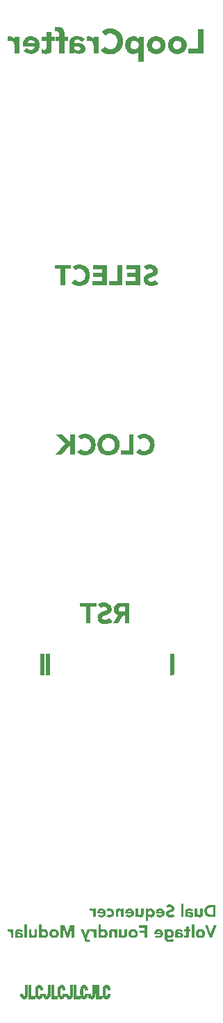
<source format=gbr>
%TF.GenerationSoftware,KiCad,Pcbnew,8.0.8*%
%TF.CreationDate,2025-01-17T16:13:05-03:00*%
%TF.ProjectId,DQ-Panel,44512d50-616e-4656-9c2e-6b696361645f,rev?*%
%TF.SameCoordinates,Original*%
%TF.FileFunction,Legend,Bot*%
%TF.FilePolarity,Positive*%
%FSLAX46Y46*%
G04 Gerber Fmt 4.6, Leading zero omitted, Abs format (unit mm)*
G04 Created by KiCad (PCBNEW 8.0.8) date 2025-01-17 16:13:05*
%MOMM*%
%LPD*%
G01*
G04 APERTURE LIST*
%ADD10C,0.312500*%
%ADD11C,0.600000*%
%ADD12C,0.000000*%
%ADD13C,0.010000*%
G04 APERTURE END LIST*
D10*
G36*
X65047488Y-147741680D02*
G01*
X64509299Y-147741680D01*
X64426890Y-147738634D01*
X64346359Y-147729498D01*
X64267705Y-147714271D01*
X64190929Y-147692953D01*
X64117152Y-147665751D01*
X64047863Y-147632869D01*
X63983063Y-147594309D01*
X63922750Y-147550071D01*
X63867658Y-147500039D01*
X63818519Y-147444466D01*
X63775334Y-147383352D01*
X63738102Y-147316697D01*
X63729806Y-147299172D01*
X63701974Y-147225693D01*
X63682706Y-147146810D01*
X63672871Y-147073355D01*
X63669592Y-146995762D01*
X63669873Y-146978543D01*
X64011410Y-146978543D01*
X64014685Y-147047129D01*
X64027582Y-147122455D01*
X64052809Y-147193965D01*
X64066383Y-147220619D01*
X64108709Y-147282219D01*
X64165650Y-147336114D01*
X64193380Y-147355366D01*
X64259914Y-147389654D01*
X64335276Y-147413783D01*
X64391752Y-147424941D01*
X64470929Y-147434137D01*
X64547401Y-147436864D01*
X64718493Y-147436864D01*
X64718493Y-146545867D01*
X64524320Y-146545867D01*
X64473258Y-146547538D01*
X64398898Y-146556314D01*
X64327216Y-146572611D01*
X64298392Y-146581507D01*
X64229058Y-146610749D01*
X64163451Y-146652112D01*
X64146496Y-146665754D01*
X64094183Y-146720621D01*
X64052809Y-146786568D01*
X64036678Y-146823679D01*
X64017232Y-146899855D01*
X64011410Y-146978543D01*
X63669873Y-146978543D01*
X63670214Y-146957700D01*
X63676497Y-146873123D01*
X63689548Y-146794471D01*
X63709366Y-146721744D01*
X63740301Y-146645884D01*
X63778746Y-146577259D01*
X63823374Y-146515367D01*
X63874184Y-146460206D01*
X63931176Y-146411777D01*
X63993848Y-146369828D01*
X64061694Y-146334108D01*
X64134715Y-146304616D01*
X64212911Y-146281352D01*
X64253577Y-146271906D01*
X64326066Y-146258407D01*
X64400237Y-146248765D01*
X64476092Y-146242980D01*
X64553629Y-146241051D01*
X65047488Y-146241051D01*
X65047488Y-147741680D01*
G37*
G36*
X62507118Y-147741680D02*
G01*
X62810834Y-147741680D01*
X62810834Y-147598797D01*
X62815231Y-147598797D01*
X62858462Y-147658515D01*
X62915901Y-147707487D01*
X62922942Y-147712004D01*
X62991871Y-147744301D01*
X63009770Y-147750106D01*
X63083641Y-147763939D01*
X63114917Y-147765127D01*
X63192207Y-147760754D01*
X63264378Y-147746011D01*
X63310189Y-147728124D01*
X63372931Y-147687155D01*
X63423706Y-147629613D01*
X63426326Y-147625542D01*
X63458838Y-147558647D01*
X63478432Y-147487060D01*
X63481281Y-147470570D01*
X63490058Y-147395817D01*
X63494188Y-147322522D01*
X63494837Y-147277862D01*
X63494837Y-146709998D01*
X63178298Y-146709998D01*
X63178298Y-147213016D01*
X63176363Y-147287582D01*
X63175367Y-147305340D01*
X63161786Y-147377543D01*
X63156316Y-147392901D01*
X63113558Y-147453608D01*
X63107590Y-147458480D01*
X63035739Y-147482870D01*
X63013800Y-147483759D01*
X62940426Y-147473369D01*
X62914516Y-147461777D01*
X62860500Y-147409235D01*
X62856630Y-147402426D01*
X62832538Y-147333203D01*
X62830252Y-147318895D01*
X62823973Y-147243511D01*
X62823657Y-147221442D01*
X62823657Y-146709998D01*
X62507118Y-146709998D01*
X62507118Y-147741680D01*
G37*
G36*
X61839617Y-146686708D02*
G01*
X61917512Y-146692218D01*
X61993834Y-146705598D01*
X62068580Y-146726850D01*
X62083212Y-146732045D01*
X62152936Y-146762743D01*
X62216935Y-146801311D01*
X62275210Y-146847751D01*
X62106682Y-147019942D01*
X62056042Y-146972018D01*
X61991644Y-146930549D01*
X61923775Y-146905819D01*
X61849128Y-146897576D01*
X61772283Y-146910307D01*
X61706613Y-146948501D01*
X61702916Y-146951695D01*
X61659731Y-147012249D01*
X61646529Y-147085155D01*
X61714947Y-147085704D01*
X61789045Y-147087353D01*
X61865981Y-147091658D01*
X61942917Y-147100176D01*
X62018572Y-147113456D01*
X62091661Y-147132782D01*
X62155519Y-147157678D01*
X62219523Y-147195430D01*
X62263901Y-147234760D01*
X62308183Y-147297280D01*
X62333625Y-147370145D01*
X62340789Y-147447489D01*
X62335179Y-147512444D01*
X62311480Y-147585242D01*
X62283922Y-147630083D01*
X62231246Y-147684527D01*
X62183742Y-147715932D01*
X62114010Y-147744977D01*
X62050372Y-147759440D01*
X61975524Y-147765127D01*
X61939451Y-147763890D01*
X61863592Y-147752728D01*
X61790876Y-147729956D01*
X61759265Y-147715170D01*
X61699168Y-147672175D01*
X61650559Y-147614185D01*
X61646529Y-147614185D01*
X61646529Y-147741680D01*
X61355269Y-147741680D01*
X61355269Y-147363225D01*
X61646529Y-147363225D01*
X61646844Y-147375115D01*
X61666679Y-147447123D01*
X61669208Y-147451516D01*
X61720534Y-147505741D01*
X61729110Y-147511351D01*
X61797471Y-147541645D01*
X61813798Y-147545878D01*
X61887230Y-147554101D01*
X61916587Y-147551956D01*
X61988713Y-147526990D01*
X62009871Y-147511442D01*
X62037073Y-147443093D01*
X62036223Y-147427284D01*
X62002269Y-147361393D01*
X61986340Y-147349129D01*
X61918005Y-147317063D01*
X61889659Y-147309747D01*
X61814324Y-147299478D01*
X61797932Y-147298528D01*
X61724564Y-147296181D01*
X61646529Y-147296181D01*
X61646529Y-147363225D01*
X61355269Y-147363225D01*
X61355269Y-147218511D01*
X61356950Y-147148199D01*
X61363570Y-147068874D01*
X61376518Y-146990633D01*
X61383849Y-146960587D01*
X61410444Y-146889499D01*
X61451257Y-146824303D01*
X61468963Y-146803928D01*
X61527868Y-146755442D01*
X61594871Y-146721721D01*
X61600530Y-146719558D01*
X61675964Y-146698950D01*
X61749451Y-146689332D01*
X61823849Y-146686550D01*
X61839617Y-146686708D01*
G37*
G36*
X61158898Y-146146163D02*
G01*
X60842359Y-146146163D01*
X60842359Y-147741680D01*
X61158898Y-147741680D01*
X61158898Y-146146163D01*
G37*
G36*
X59217900Y-146621338D02*
G01*
X59275702Y-146570599D01*
X59326710Y-146546599D01*
X59401466Y-146527047D01*
X59456403Y-146522419D01*
X59530409Y-146530846D01*
X59600083Y-146556111D01*
X59602216Y-146557224D01*
X59657171Y-146604851D01*
X59678054Y-146676292D01*
X59658304Y-146748563D01*
X59627495Y-146779973D01*
X59561975Y-146817003D01*
X59499634Y-146841156D01*
X59424930Y-146864855D01*
X59350558Y-146886975D01*
X59334038Y-146891714D01*
X59263936Y-146915761D01*
X59192770Y-146949500D01*
X59168441Y-146963522D01*
X59106170Y-147010265D01*
X59053998Y-147069069D01*
X59040946Y-147088086D01*
X59007974Y-147160196D01*
X58993204Y-147234815D01*
X58990021Y-147296913D01*
X58994565Y-147371689D01*
X59010060Y-147446834D01*
X59036550Y-147514534D01*
X59076031Y-147579621D01*
X59124683Y-147635846D01*
X59162213Y-147668407D01*
X59225119Y-147709812D01*
X59295134Y-147742252D01*
X59345761Y-147758899D01*
X59418931Y-147775794D01*
X59494871Y-147785676D01*
X59566312Y-147788574D01*
X59646474Y-147785039D01*
X59723332Y-147774432D01*
X59796887Y-147756754D01*
X59836323Y-147743878D01*
X59905057Y-147714595D01*
X59971125Y-147676618D01*
X60034527Y-147629948D01*
X60068598Y-147600263D01*
X59834125Y-147342342D01*
X59780930Y-147399122D01*
X59716144Y-147442377D01*
X59706630Y-147447123D01*
X59633112Y-147473419D01*
X59557501Y-147483616D01*
X59547262Y-147483759D01*
X59473616Y-147475936D01*
X59465929Y-147474234D01*
X59396398Y-147448001D01*
X59392289Y-147445657D01*
X59339533Y-147397297D01*
X59319383Y-147327688D01*
X59339562Y-147254272D01*
X59371040Y-147221076D01*
X59437501Y-147180800D01*
X59500733Y-147154764D01*
X59571469Y-147130721D01*
X59641547Y-147108396D01*
X59669627Y-147099809D01*
X59741333Y-147074340D01*
X59808807Y-147042582D01*
X59838521Y-147025804D01*
X59901753Y-146979482D01*
X59954888Y-146921939D01*
X59968214Y-146903438D01*
X60001660Y-146833778D01*
X60017400Y-146755202D01*
X60019871Y-146703037D01*
X60014287Y-146623720D01*
X59997533Y-146551502D01*
X59972610Y-146492011D01*
X59932459Y-146428040D01*
X59883447Y-146372416D01*
X59845848Y-146339970D01*
X59783097Y-146298410D01*
X59713545Y-146265506D01*
X59663399Y-146248379D01*
X59591426Y-146230858D01*
X59518067Y-146220609D01*
X59450175Y-146217604D01*
X59371807Y-146221110D01*
X59295157Y-146231629D01*
X59220224Y-146249160D01*
X59205444Y-146253508D01*
X59133774Y-146280742D01*
X59066683Y-146317564D01*
X59004172Y-146363975D01*
X58992220Y-146374408D01*
X59217900Y-146621338D01*
G37*
G36*
X58326596Y-146690271D02*
G01*
X58403316Y-146702960D01*
X58476745Y-146724652D01*
X58527235Y-146745764D01*
X58596529Y-146785160D01*
X58658095Y-146833829D01*
X58698793Y-146875863D01*
X58745032Y-146938940D01*
X58779362Y-147003822D01*
X58804601Y-147074851D01*
X58819363Y-147151421D01*
X58823692Y-147225839D01*
X58819363Y-147300256D01*
X58804601Y-147376826D01*
X58779362Y-147447855D01*
X58755159Y-147495735D01*
X58711213Y-147560942D01*
X58658095Y-147618215D01*
X58612645Y-147655409D01*
X58545283Y-147696977D01*
X58476745Y-147727025D01*
X58409970Y-147747118D01*
X58333541Y-147760625D01*
X58253996Y-147765127D01*
X58238458Y-147764926D01*
X58161758Y-147757914D01*
X58086703Y-147740884D01*
X58013294Y-147713836D01*
X57998935Y-147707211D01*
X57931858Y-147669065D01*
X57872653Y-147622547D01*
X57821319Y-147567656D01*
X58042970Y-147406456D01*
X58077714Y-147447544D01*
X58136759Y-147495849D01*
X58192562Y-147520831D01*
X58268650Y-147530654D01*
X58285838Y-147530151D01*
X58359148Y-147514524D01*
X58425088Y-147473501D01*
X58443707Y-147454578D01*
X58484419Y-147391506D01*
X58507153Y-147319628D01*
X57772959Y-147319628D01*
X57772959Y-147221076D01*
X57775626Y-147154483D01*
X57781929Y-147108602D01*
X58089498Y-147108602D01*
X58507153Y-147108602D01*
X58489202Y-147038260D01*
X58444871Y-146979275D01*
X58441255Y-146976107D01*
X58376361Y-146937510D01*
X58358277Y-146931086D01*
X58283671Y-146921024D01*
X58278298Y-146921078D01*
X58205086Y-146934854D01*
X58142255Y-146976345D01*
X58103293Y-147032775D01*
X58089498Y-147108602D01*
X57781929Y-147108602D01*
X57786126Y-147078051D01*
X57806665Y-147000891D01*
X57822778Y-146959142D01*
X57856764Y-146893935D01*
X57902652Y-146832363D01*
X57926974Y-146807131D01*
X57986299Y-146760327D01*
X58054693Y-146724286D01*
X58100810Y-146707777D01*
X58174621Y-146691857D01*
X58253996Y-146686550D01*
X58326596Y-146690271D01*
G37*
G36*
X57176839Y-146689000D02*
G01*
X57255321Y-146701863D01*
X57327827Y-146725751D01*
X57361671Y-146741559D01*
X57428726Y-146783410D01*
X57487195Y-146835661D01*
X57518451Y-146872686D01*
X57558207Y-146934493D01*
X57589411Y-147003822D01*
X57608344Y-147066397D01*
X57621072Y-147139610D01*
X57625315Y-147217412D01*
X57623277Y-147270695D01*
X57612578Y-147348473D01*
X57592708Y-147423675D01*
X57577128Y-147465580D01*
X57544301Y-147532521D01*
X57500018Y-147598065D01*
X57476435Y-147625559D01*
X57419063Y-147677707D01*
X57353106Y-147719698D01*
X57308432Y-147739573D01*
X57236012Y-147758738D01*
X57157101Y-147765127D01*
X57120359Y-147764045D01*
X57044108Y-147754278D01*
X56972453Y-147734352D01*
X56951588Y-147725891D01*
X56886042Y-147685640D01*
X56832136Y-147628839D01*
X56827740Y-147628839D01*
X56827740Y-148234073D01*
X56511201Y-148234073D01*
X56511201Y-147225839D01*
X56802460Y-147225839D01*
X56805651Y-147274224D01*
X56825967Y-147347383D01*
X56869139Y-147412684D01*
X56910699Y-147447042D01*
X56979367Y-147475361D01*
X57055618Y-147483759D01*
X57105757Y-147480358D01*
X57179637Y-147458702D01*
X57242464Y-147412684D01*
X57274519Y-147369021D01*
X57300940Y-147299984D01*
X57308776Y-147225839D01*
X57305603Y-147177470D01*
X57285398Y-147104424D01*
X57242464Y-147039359D01*
X57200874Y-147004825D01*
X57132078Y-146976360D01*
X57055618Y-146967918D01*
X57005622Y-146971337D01*
X56931905Y-146993104D01*
X56869139Y-147039359D01*
X56836907Y-147082845D01*
X56810339Y-147151736D01*
X56802460Y-147225839D01*
X56511201Y-147225839D01*
X56511201Y-146709998D01*
X56802460Y-146709998D01*
X56802460Y-146848483D01*
X56806857Y-146848483D01*
X56856316Y-146792063D01*
X56866087Y-146783153D01*
X56928123Y-146739673D01*
X56949189Y-146728499D01*
X57018982Y-146701571D01*
X57047063Y-146694310D01*
X57121197Y-146686550D01*
X57176839Y-146689000D01*
G37*
G36*
X55278019Y-147741680D02*
G01*
X55581735Y-147741680D01*
X55581735Y-147598797D01*
X55586131Y-147598797D01*
X55629362Y-147658515D01*
X55686801Y-147707487D01*
X55693842Y-147712004D01*
X55762772Y-147744301D01*
X55780670Y-147750106D01*
X55854541Y-147763939D01*
X55885817Y-147765127D01*
X55963107Y-147760754D01*
X56035278Y-147746011D01*
X56081089Y-147728124D01*
X56143831Y-147687155D01*
X56194607Y-147629613D01*
X56197227Y-147625542D01*
X56229738Y-147558647D01*
X56249333Y-147487060D01*
X56252181Y-147470570D01*
X56260958Y-147395817D01*
X56265088Y-147322522D01*
X56265737Y-147277862D01*
X56265737Y-146709998D01*
X55949198Y-146709998D01*
X55949198Y-147213016D01*
X55947263Y-147287582D01*
X55946267Y-147305340D01*
X55932686Y-147377543D01*
X55927216Y-147392901D01*
X55884459Y-147453608D01*
X55878490Y-147458480D01*
X55806639Y-147482870D01*
X55784700Y-147483759D01*
X55711326Y-147473369D01*
X55685416Y-147461777D01*
X55631401Y-147409235D01*
X55627530Y-147402426D01*
X55603438Y-147333203D01*
X55601152Y-147318895D01*
X55594873Y-147243511D01*
X55594557Y-147221442D01*
X55594557Y-146709998D01*
X55278019Y-146709998D01*
X55278019Y-147741680D01*
G37*
G36*
X54595542Y-146690271D02*
G01*
X54672262Y-146702960D01*
X54745691Y-146724652D01*
X54796181Y-146745764D01*
X54865475Y-146785160D01*
X54927042Y-146833829D01*
X54967739Y-146875863D01*
X55013978Y-146938940D01*
X55048308Y-147003822D01*
X55073547Y-147074851D01*
X55088309Y-147151421D01*
X55092638Y-147225839D01*
X55088309Y-147300256D01*
X55073547Y-147376826D01*
X55048308Y-147447855D01*
X55024105Y-147495735D01*
X54980159Y-147560942D01*
X54927042Y-147618215D01*
X54881591Y-147655409D01*
X54814229Y-147696977D01*
X54745691Y-147727025D01*
X54678916Y-147747118D01*
X54602487Y-147760625D01*
X54522942Y-147765127D01*
X54507404Y-147764926D01*
X54430704Y-147757914D01*
X54355649Y-147740884D01*
X54282241Y-147713836D01*
X54267881Y-147707211D01*
X54200805Y-147669065D01*
X54141600Y-147622547D01*
X54090266Y-147567656D01*
X54311916Y-147406456D01*
X54346660Y-147447544D01*
X54405705Y-147495849D01*
X54461508Y-147520831D01*
X54537596Y-147530654D01*
X54554784Y-147530151D01*
X54628094Y-147514524D01*
X54694034Y-147473501D01*
X54712653Y-147454578D01*
X54753365Y-147391506D01*
X54776100Y-147319628D01*
X54041906Y-147319628D01*
X54041906Y-147221076D01*
X54044572Y-147154483D01*
X54050875Y-147108602D01*
X54358444Y-147108602D01*
X54776100Y-147108602D01*
X54758148Y-147038260D01*
X54713818Y-146979275D01*
X54710201Y-146976107D01*
X54645308Y-146937510D01*
X54627223Y-146931086D01*
X54552617Y-146921024D01*
X54547244Y-146921078D01*
X54474032Y-146934854D01*
X54411201Y-146976345D01*
X54372239Y-147032775D01*
X54358444Y-147108602D01*
X54050875Y-147108602D01*
X54055072Y-147078051D01*
X54075611Y-147000891D01*
X54091725Y-146959142D01*
X54125711Y-146893935D01*
X54171599Y-146832363D01*
X54195920Y-146807131D01*
X54255245Y-146760327D01*
X54323640Y-146724286D01*
X54369756Y-146707777D01*
X54443567Y-146691857D01*
X54522942Y-146686550D01*
X54595542Y-146690271D01*
G37*
G36*
X53856525Y-146709998D02*
G01*
X53552443Y-146709998D01*
X53552443Y-146851781D01*
X53548413Y-146851781D01*
X53506281Y-146792430D01*
X53448053Y-146744059D01*
X53441068Y-146739673D01*
X53372381Y-146707376D01*
X53354606Y-146701571D01*
X53280209Y-146687739D01*
X53248727Y-146686550D01*
X53171567Y-146690923D01*
X53094442Y-146707364D01*
X53054554Y-146723553D01*
X52992419Y-146764603D01*
X52942112Y-146822408D01*
X52939516Y-146826502D01*
X52906843Y-146893134D01*
X52886808Y-146964621D01*
X52883828Y-146981107D01*
X52874103Y-147055860D01*
X52869526Y-147129156D01*
X52868807Y-147173815D01*
X52868807Y-147741680D01*
X53185346Y-147741680D01*
X53185346Y-147238661D01*
X53187523Y-147164337D01*
X53188643Y-147146704D01*
X53202113Y-147074147D01*
X53207694Y-147058776D01*
X53250089Y-146998069D01*
X53256054Y-146993197D01*
X53327905Y-146968807D01*
X53349844Y-146967918D01*
X53423391Y-146978481D01*
X53449495Y-146990266D01*
X53503447Y-147042445D01*
X53507380Y-147049251D01*
X53531904Y-147121299D01*
X53533758Y-147132782D01*
X53539689Y-147208166D01*
X53539987Y-147230235D01*
X53539987Y-147741680D01*
X53856525Y-147741680D01*
X53856525Y-146709998D01*
G37*
G36*
X51957659Y-147045954D02*
G01*
X52012637Y-146995945D01*
X52022872Y-146990266D01*
X52095690Y-146968704D01*
X52113730Y-146967918D01*
X52190025Y-146976360D01*
X52258839Y-147004825D01*
X52300576Y-147039359D01*
X52343511Y-147104424D01*
X52363715Y-147177470D01*
X52366888Y-147225839D01*
X52359053Y-147299984D01*
X52332631Y-147369021D01*
X52300576Y-147412684D01*
X52237572Y-147458702D01*
X52163744Y-147480358D01*
X52113730Y-147483759D01*
X52040467Y-147469672D01*
X52023239Y-147460678D01*
X51964695Y-147413474D01*
X51957659Y-147405723D01*
X51748465Y-147626641D01*
X51807679Y-147677680D01*
X51874311Y-147715942D01*
X51922855Y-147734352D01*
X51996580Y-147753105D01*
X52073542Y-147763654D01*
X52113730Y-147765127D01*
X52193276Y-147760625D01*
X52269704Y-147747118D01*
X52336480Y-147727025D01*
X52405018Y-147696977D01*
X52472380Y-147655409D01*
X52517830Y-147618215D01*
X52570947Y-147560942D01*
X52614894Y-147495735D01*
X52639097Y-147447855D01*
X52664336Y-147376826D01*
X52679098Y-147300256D01*
X52683427Y-147225839D01*
X52679098Y-147151421D01*
X52664336Y-147074851D01*
X52639097Y-147003822D01*
X52604767Y-146938940D01*
X52558528Y-146875863D01*
X52517830Y-146833829D01*
X52456264Y-146785160D01*
X52386970Y-146745764D01*
X52336480Y-146724652D01*
X52262885Y-146702960D01*
X52186173Y-146690271D01*
X52113730Y-146686550D01*
X52038396Y-146691690D01*
X51966174Y-146705557D01*
X51922855Y-146717691D01*
X51851276Y-146747212D01*
X51787117Y-146789613D01*
X51748465Y-146825036D01*
X51957659Y-147045954D01*
G37*
G36*
X51175165Y-146690271D02*
G01*
X51251885Y-146702960D01*
X51325315Y-146724652D01*
X51375804Y-146745764D01*
X51445099Y-146785160D01*
X51506665Y-146833829D01*
X51547362Y-146875863D01*
X51593602Y-146938940D01*
X51627931Y-147003822D01*
X51653170Y-147074851D01*
X51667932Y-147151421D01*
X51672262Y-147225839D01*
X51667932Y-147300256D01*
X51653170Y-147376826D01*
X51627931Y-147447855D01*
X51603729Y-147495735D01*
X51559782Y-147560942D01*
X51506665Y-147618215D01*
X51461215Y-147655409D01*
X51393852Y-147696977D01*
X51325315Y-147727025D01*
X51258539Y-147747118D01*
X51182111Y-147760625D01*
X51102565Y-147765127D01*
X51087028Y-147764926D01*
X51010327Y-147757914D01*
X50935273Y-147740884D01*
X50861864Y-147713836D01*
X50847504Y-147707211D01*
X50780428Y-147669065D01*
X50721223Y-147622547D01*
X50669889Y-147567656D01*
X50891539Y-147406456D01*
X50926283Y-147447544D01*
X50985329Y-147495849D01*
X51041131Y-147520831D01*
X51117220Y-147530654D01*
X51134407Y-147530151D01*
X51207717Y-147514524D01*
X51273657Y-147473501D01*
X51292276Y-147454578D01*
X51332988Y-147391506D01*
X51355723Y-147319628D01*
X50621529Y-147319628D01*
X50621529Y-147221076D01*
X50624195Y-147154483D01*
X50630498Y-147108602D01*
X50938068Y-147108602D01*
X51355723Y-147108602D01*
X51337771Y-147038260D01*
X51293441Y-146979275D01*
X51289824Y-146976107D01*
X51224931Y-146937510D01*
X51206846Y-146931086D01*
X51132241Y-146921024D01*
X51126867Y-146921078D01*
X51053655Y-146934854D01*
X50990824Y-146976345D01*
X50951862Y-147032775D01*
X50938068Y-147108602D01*
X50630498Y-147108602D01*
X50634695Y-147078051D01*
X50655234Y-147000891D01*
X50671348Y-146959142D01*
X50705334Y-146893935D01*
X50751222Y-146832363D01*
X50775543Y-146807131D01*
X50834868Y-146760327D01*
X50903263Y-146724286D01*
X50949379Y-146707777D01*
X51023190Y-146691857D01*
X51102565Y-146686550D01*
X51175165Y-146690271D01*
G37*
G36*
X50436148Y-146709998D02*
G01*
X50119610Y-146709998D01*
X50119610Y-146878525D01*
X50115213Y-146878525D01*
X50074616Y-146813284D01*
X50024588Y-146757838D01*
X49995046Y-146734544D01*
X49927266Y-146701736D01*
X49852020Y-146687722D01*
X49819924Y-146686550D01*
X49764969Y-146691313D01*
X49714411Y-146709998D01*
X49714411Y-146987335D01*
X49781089Y-146972681D01*
X49849233Y-146967918D01*
X49926041Y-146973473D01*
X49992848Y-146993197D01*
X50053959Y-147037653D01*
X50074181Y-147064272D01*
X50103949Y-147135222D01*
X50111183Y-147173082D01*
X50117997Y-147248443D01*
X50119610Y-147312667D01*
X50119610Y-147741680D01*
X50436148Y-147741680D01*
X50436148Y-146709998D01*
G37*
G36*
X65195133Y-148761051D02*
G01*
X64819610Y-148761051D01*
X64450315Y-149744373D01*
X64446285Y-149744373D01*
X64070395Y-148761051D01*
X63717952Y-148761051D01*
X64334177Y-150261680D01*
X64597959Y-150261680D01*
X65195133Y-148761051D01*
G37*
G36*
X63265553Y-149210271D02*
G01*
X63342272Y-149222960D01*
X63415702Y-149244652D01*
X63466191Y-149265764D01*
X63535486Y-149305160D01*
X63597052Y-149353829D01*
X63637750Y-149395863D01*
X63683989Y-149458940D01*
X63718319Y-149523822D01*
X63743557Y-149594851D01*
X63758320Y-149671421D01*
X63762649Y-149745839D01*
X63758320Y-149820256D01*
X63743557Y-149896826D01*
X63718319Y-149967855D01*
X63694116Y-150015735D01*
X63650169Y-150080942D01*
X63597052Y-150138215D01*
X63551602Y-150175409D01*
X63484240Y-150216977D01*
X63415702Y-150247025D01*
X63349084Y-150267118D01*
X63272663Y-150280625D01*
X63192952Y-150285127D01*
X63120352Y-150281406D01*
X63043632Y-150268718D01*
X62970203Y-150247025D01*
X62919713Y-150225936D01*
X62850419Y-150186661D01*
X62788853Y-150138215D01*
X62748155Y-150096004D01*
X62701916Y-150032780D01*
X62667586Y-149967855D01*
X62642347Y-149896826D01*
X62627585Y-149820256D01*
X62623256Y-149745839D01*
X62939795Y-149745839D01*
X62942985Y-149794224D01*
X62963301Y-149867383D01*
X63006473Y-149932684D01*
X63048033Y-149967042D01*
X63116701Y-149995361D01*
X63192952Y-150003759D01*
X63242966Y-150000358D01*
X63316794Y-149978702D01*
X63379798Y-149932684D01*
X63411853Y-149889021D01*
X63438274Y-149819984D01*
X63446110Y-149745839D01*
X63442937Y-149697470D01*
X63422733Y-149624424D01*
X63379798Y-149559359D01*
X63338061Y-149524825D01*
X63269247Y-149496360D01*
X63192952Y-149487918D01*
X63142956Y-149491337D01*
X63069240Y-149513104D01*
X63006473Y-149559359D01*
X62974241Y-149602845D01*
X62947674Y-149671736D01*
X62939795Y-149745839D01*
X62623256Y-149745839D01*
X62627585Y-149671421D01*
X62642347Y-149594851D01*
X62667586Y-149523822D01*
X62691789Y-149475966D01*
X62735736Y-149410879D01*
X62788853Y-149353829D01*
X62834303Y-149316458D01*
X62901665Y-149274744D01*
X62970203Y-149244652D01*
X63036821Y-149224559D01*
X63113242Y-149211053D01*
X63192952Y-149206550D01*
X63265553Y-149210271D01*
G37*
G36*
X62439707Y-148666163D02*
G01*
X62123169Y-148666163D01*
X62123169Y-150261680D01*
X62439707Y-150261680D01*
X62439707Y-148666163D01*
G37*
G36*
X61200297Y-149487918D02*
G01*
X61478734Y-149487918D01*
X61478734Y-149834499D01*
X61475192Y-149908430D01*
X61474704Y-149912901D01*
X61455653Y-149973717D01*
X61410590Y-150013285D01*
X61338563Y-150027084D01*
X61329257Y-150027206D01*
X61262579Y-150020245D01*
X61200297Y-149988372D01*
X61200297Y-150253253D01*
X61271433Y-150272735D01*
X61310206Y-150278532D01*
X61383950Y-150284348D01*
X61421948Y-150285127D01*
X61498792Y-150280914D01*
X61569592Y-150268274D01*
X61640097Y-150242939D01*
X61687562Y-150214419D01*
X61739850Y-150162728D01*
X61766696Y-150118431D01*
X61788994Y-150048625D01*
X61795273Y-149975183D01*
X61795273Y-149487918D01*
X61997872Y-149487918D01*
X61997872Y-149229998D01*
X61795273Y-149229998D01*
X61795273Y-148925915D01*
X61478734Y-148925915D01*
X61478734Y-149229998D01*
X61200297Y-149229998D01*
X61200297Y-149487918D01*
G37*
G36*
X60593979Y-149206708D02*
G01*
X60671874Y-149212218D01*
X60748195Y-149225598D01*
X60822942Y-149246850D01*
X60837574Y-149252045D01*
X60907297Y-149282743D01*
X60971297Y-149321311D01*
X61029571Y-149367751D01*
X60861044Y-149539942D01*
X60810404Y-149492018D01*
X60746005Y-149450549D01*
X60678136Y-149425819D01*
X60603490Y-149417576D01*
X60526645Y-149430307D01*
X60460974Y-149468501D01*
X60457277Y-149471695D01*
X60414092Y-149532249D01*
X60400890Y-149605155D01*
X60469309Y-149605704D01*
X60543406Y-149607353D01*
X60620342Y-149611658D01*
X60697279Y-149620176D01*
X60772933Y-149633456D01*
X60846023Y-149652782D01*
X60909881Y-149677678D01*
X60973884Y-149715430D01*
X61018263Y-149754760D01*
X61062544Y-149817280D01*
X61087986Y-149890145D01*
X61095151Y-149967489D01*
X61089541Y-150032444D01*
X61065841Y-150105242D01*
X61038284Y-150150083D01*
X60985608Y-150204527D01*
X60938103Y-150235932D01*
X60868371Y-150264977D01*
X60804733Y-150279440D01*
X60729885Y-150285127D01*
X60693813Y-150283890D01*
X60617953Y-150272728D01*
X60545238Y-150249956D01*
X60513626Y-150235170D01*
X60453529Y-150192175D01*
X60404920Y-150134185D01*
X60400890Y-150134185D01*
X60400890Y-150261680D01*
X60109631Y-150261680D01*
X60109631Y-149883225D01*
X60400890Y-149883225D01*
X60401205Y-149895115D01*
X60421040Y-149967123D01*
X60423569Y-149971516D01*
X60474896Y-150025741D01*
X60483471Y-150031351D01*
X60551832Y-150061645D01*
X60568160Y-150065878D01*
X60641592Y-150074101D01*
X60670948Y-150071956D01*
X60743075Y-150046990D01*
X60764232Y-150031442D01*
X60791435Y-149963093D01*
X60790585Y-149947284D01*
X60756630Y-149881393D01*
X60740702Y-149869129D01*
X60672366Y-149837063D01*
X60644021Y-149829747D01*
X60568685Y-149819478D01*
X60552294Y-149818528D01*
X60478926Y-149816181D01*
X60400890Y-149816181D01*
X60400890Y-149883225D01*
X60109631Y-149883225D01*
X60109631Y-149738511D01*
X60111312Y-149668199D01*
X60117931Y-149588874D01*
X60130880Y-149510633D01*
X60138211Y-149480587D01*
X60164806Y-149409499D01*
X60205618Y-149344303D01*
X60223325Y-149323928D01*
X60282229Y-149275442D01*
X60349233Y-149241721D01*
X60354891Y-149239558D01*
X60430325Y-149218950D01*
X60503813Y-149209332D01*
X60578211Y-149206550D01*
X60593979Y-149206708D01*
G37*
G36*
X59540507Y-149209436D02*
G01*
X59615090Y-149224582D01*
X59683183Y-149252712D01*
X59714679Y-149270916D01*
X59776557Y-149317427D01*
X59829728Y-149373613D01*
X59858076Y-149412470D01*
X59894243Y-149476338D01*
X59922785Y-149546903D01*
X59937050Y-149596293D01*
X59950806Y-149671495D01*
X59955391Y-149748037D01*
X59952551Y-149812681D01*
X59941366Y-149887599D01*
X59919488Y-149964192D01*
X59899635Y-150011796D01*
X59862730Y-150076935D01*
X59817272Y-150134551D01*
X59786856Y-150164281D01*
X59723763Y-150211402D01*
X59657904Y-150245559D01*
X59604084Y-150264686D01*
X59527096Y-150280451D01*
X59451274Y-150285127D01*
X59446777Y-150285097D01*
X59372290Y-150276441D01*
X59298134Y-150254352D01*
X59278218Y-150245891D01*
X59215097Y-150205640D01*
X59162213Y-150148839D01*
X59157816Y-150148839D01*
X59157816Y-150247025D01*
X59160225Y-150286463D01*
X59181969Y-150362546D01*
X59226326Y-150425811D01*
X59288580Y-150468675D01*
X59364745Y-150490588D01*
X59440650Y-150496153D01*
X59470604Y-150495276D01*
X59544887Y-150484792D01*
X59619069Y-150460249D01*
X59649187Y-150445896D01*
X59712763Y-150408701D01*
X59774041Y-150363162D01*
X59949163Y-150626212D01*
X59913725Y-150652716D01*
X59847322Y-150693211D01*
X59777558Y-150724432D01*
X59704432Y-150746379D01*
X59662774Y-150755351D01*
X59587294Y-150767667D01*
X59511176Y-150775057D01*
X59434421Y-150777520D01*
X59361893Y-150775139D01*
X59277962Y-150765465D01*
X59201508Y-150748349D01*
X59119634Y-150717986D01*
X59048528Y-150676908D01*
X58988190Y-150625113D01*
X58945866Y-150574024D01*
X58904547Y-150503579D01*
X58873558Y-150423165D01*
X58855624Y-150348538D01*
X58844864Y-150266988D01*
X58841278Y-150178515D01*
X58841278Y-149745839D01*
X59132537Y-149745839D01*
X59133728Y-149771324D01*
X59151588Y-149843658D01*
X59162098Y-149866075D01*
X59205444Y-149925357D01*
X59223579Y-149942256D01*
X59286777Y-149982510D01*
X59310270Y-149991806D01*
X59385695Y-150003759D01*
X59412577Y-150002431D01*
X59486079Y-149982510D01*
X59508129Y-149970832D01*
X59566312Y-149925357D01*
X59582730Y-149906924D01*
X59620168Y-149843658D01*
X59628343Y-149820233D01*
X59638853Y-149745839D01*
X59637685Y-149720353D01*
X59620168Y-149648019D01*
X59609658Y-149625602D01*
X59566312Y-149566320D01*
X59548246Y-149549444D01*
X59486079Y-149509534D01*
X59459771Y-149499085D01*
X59385695Y-149487918D01*
X59359729Y-149489269D01*
X59286777Y-149509534D01*
X59264245Y-149521051D01*
X59205444Y-149566320D01*
X59189026Y-149584753D01*
X59151588Y-149648019D01*
X59143253Y-149671444D01*
X59132537Y-149745839D01*
X58841278Y-149745839D01*
X58841278Y-149229998D01*
X59132537Y-149229998D01*
X59132537Y-149368483D01*
X59136934Y-149368483D01*
X59138114Y-149366742D01*
X59187492Y-149312063D01*
X59201890Y-149299664D01*
X59263329Y-149259673D01*
X59292180Y-149245877D01*
X59363713Y-149221571D01*
X59410954Y-149211846D01*
X59487178Y-149206550D01*
X59540507Y-149209436D01*
G37*
G36*
X58130225Y-149210271D02*
G01*
X58206944Y-149222960D01*
X58280374Y-149244652D01*
X58330863Y-149265764D01*
X58400158Y-149305160D01*
X58461724Y-149353829D01*
X58502422Y-149395863D01*
X58548661Y-149458940D01*
X58582991Y-149523822D01*
X58608229Y-149594851D01*
X58622992Y-149671421D01*
X58627321Y-149745839D01*
X58622992Y-149820256D01*
X58608229Y-149896826D01*
X58582991Y-149967855D01*
X58558788Y-150015735D01*
X58514841Y-150080942D01*
X58461724Y-150138215D01*
X58416274Y-150175409D01*
X58348912Y-150216977D01*
X58280374Y-150247025D01*
X58213598Y-150267118D01*
X58137170Y-150280625D01*
X58057624Y-150285127D01*
X58042087Y-150284926D01*
X57965386Y-150277914D01*
X57890332Y-150260884D01*
X57816923Y-150233836D01*
X57802563Y-150227211D01*
X57735487Y-150189065D01*
X57676282Y-150142547D01*
X57624948Y-150087656D01*
X57846599Y-149926456D01*
X57881342Y-149967544D01*
X57940388Y-150015849D01*
X57996190Y-150040831D01*
X58072279Y-150050654D01*
X58089466Y-150050151D01*
X58162776Y-150034524D01*
X58228717Y-149993501D01*
X58247335Y-149974578D01*
X58288047Y-149911506D01*
X58310782Y-149839628D01*
X57576588Y-149839628D01*
X57576588Y-149741076D01*
X57579254Y-149674483D01*
X57585557Y-149628602D01*
X57893127Y-149628602D01*
X58310782Y-149628602D01*
X58292830Y-149558260D01*
X58248500Y-149499275D01*
X58244884Y-149496107D01*
X58179990Y-149457510D01*
X58161905Y-149451086D01*
X58087300Y-149441024D01*
X58081927Y-149441078D01*
X58008715Y-149454854D01*
X57945883Y-149496345D01*
X57906921Y-149552775D01*
X57893127Y-149628602D01*
X57585557Y-149628602D01*
X57589754Y-149598051D01*
X57610294Y-149520891D01*
X57626407Y-149479142D01*
X57660393Y-149413935D01*
X57706281Y-149352363D01*
X57730603Y-149327131D01*
X57789928Y-149280327D01*
X57858322Y-149244286D01*
X57904438Y-149227777D01*
X57978249Y-149211857D01*
X58057624Y-149206550D01*
X58130225Y-149210271D01*
G37*
G36*
X56717098Y-148761051D02*
G01*
X55714725Y-148761051D01*
X55714725Y-149065867D01*
X56387736Y-149065867D01*
X56387736Y-149370682D01*
X55765283Y-149370682D01*
X55765283Y-149675497D01*
X56387736Y-149675497D01*
X56387736Y-150261680D01*
X56717098Y-150261680D01*
X56717098Y-148761051D01*
G37*
G36*
X55066320Y-149210271D02*
G01*
X55143040Y-149222960D01*
X55216469Y-149244652D01*
X55266959Y-149265764D01*
X55336253Y-149305160D01*
X55397820Y-149353829D01*
X55438517Y-149395863D01*
X55484757Y-149458940D01*
X55519086Y-149523822D01*
X55544325Y-149594851D01*
X55559087Y-149671421D01*
X55563416Y-149745839D01*
X55559087Y-149820256D01*
X55544325Y-149896826D01*
X55519086Y-149967855D01*
X55494883Y-150015735D01*
X55450937Y-150080942D01*
X55397820Y-150138215D01*
X55352370Y-150175409D01*
X55285007Y-150216977D01*
X55216469Y-150247025D01*
X55149851Y-150267118D01*
X55073431Y-150280625D01*
X54993720Y-150285127D01*
X54921120Y-150281406D01*
X54844400Y-150268718D01*
X54770971Y-150247025D01*
X54720481Y-150225936D01*
X54651187Y-150186661D01*
X54589620Y-150138215D01*
X54548923Y-150096004D01*
X54502683Y-150032780D01*
X54468354Y-149967855D01*
X54443115Y-149896826D01*
X54428353Y-149820256D01*
X54424024Y-149745839D01*
X54740562Y-149745839D01*
X54743753Y-149794224D01*
X54764069Y-149867383D01*
X54807241Y-149932684D01*
X54848801Y-149967042D01*
X54917469Y-149995361D01*
X54993720Y-150003759D01*
X55043734Y-150000358D01*
X55117562Y-149978702D01*
X55180566Y-149932684D01*
X55212621Y-149889021D01*
X55239042Y-149819984D01*
X55246878Y-149745839D01*
X55243705Y-149697470D01*
X55223500Y-149624424D01*
X55180566Y-149559359D01*
X55138828Y-149524825D01*
X55070015Y-149496360D01*
X54993720Y-149487918D01*
X54943724Y-149491337D01*
X54870007Y-149513104D01*
X54807241Y-149559359D01*
X54775008Y-149602845D01*
X54748441Y-149671736D01*
X54740562Y-149745839D01*
X54424024Y-149745839D01*
X54428353Y-149671421D01*
X54443115Y-149594851D01*
X54468354Y-149523822D01*
X54492557Y-149475966D01*
X54536503Y-149410879D01*
X54589620Y-149353829D01*
X54635070Y-149316458D01*
X54702433Y-149274744D01*
X54770971Y-149244652D01*
X54837589Y-149224559D01*
X54914009Y-149211053D01*
X54993720Y-149206550D01*
X55066320Y-149210271D01*
G37*
G36*
X53257153Y-150261680D02*
G01*
X53560869Y-150261680D01*
X53560869Y-150118797D01*
X53565266Y-150118797D01*
X53608497Y-150178515D01*
X53665936Y-150227487D01*
X53672977Y-150232004D01*
X53741906Y-150264301D01*
X53759805Y-150270106D01*
X53833676Y-150283939D01*
X53864952Y-150285127D01*
X53942242Y-150280754D01*
X54014413Y-150266011D01*
X54060224Y-150248124D01*
X54122966Y-150207155D01*
X54173741Y-150149613D01*
X54176361Y-150145542D01*
X54208873Y-150078647D01*
X54228467Y-150007060D01*
X54231316Y-149990570D01*
X54240093Y-149915817D01*
X54244223Y-149842522D01*
X54244871Y-149797862D01*
X54244871Y-149229998D01*
X53928333Y-149229998D01*
X53928333Y-149733016D01*
X53926398Y-149807582D01*
X53925402Y-149825340D01*
X53911821Y-149897543D01*
X53906351Y-149912901D01*
X53863593Y-149973608D01*
X53857624Y-149978480D01*
X53785774Y-150002870D01*
X53763835Y-150003759D01*
X53690461Y-149993369D01*
X53664550Y-149981777D01*
X53610535Y-149929235D01*
X53606665Y-149922426D01*
X53582573Y-149853203D01*
X53580287Y-149838895D01*
X53574008Y-149763511D01*
X53573692Y-149741442D01*
X53573692Y-149229998D01*
X53257153Y-149229998D01*
X53257153Y-150261680D01*
G37*
G36*
X53040266Y-149229998D02*
G01*
X52736183Y-149229998D01*
X52736183Y-149371781D01*
X52732153Y-149371781D01*
X52690021Y-149312430D01*
X52631794Y-149264059D01*
X52624809Y-149259673D01*
X52556121Y-149227376D01*
X52538347Y-149221571D01*
X52463949Y-149207739D01*
X52432467Y-149206550D01*
X52355307Y-149210923D01*
X52278182Y-149227364D01*
X52238294Y-149243553D01*
X52176159Y-149284603D01*
X52125853Y-149342408D01*
X52123256Y-149346502D01*
X52090584Y-149413134D01*
X52070548Y-149484621D01*
X52067569Y-149501107D01*
X52057843Y-149575860D01*
X52053266Y-149649156D01*
X52052548Y-149693815D01*
X52052548Y-150261680D01*
X52369086Y-150261680D01*
X52369086Y-149758661D01*
X52371263Y-149684337D01*
X52372384Y-149666704D01*
X52385853Y-149594147D01*
X52391435Y-149578776D01*
X52433829Y-149518069D01*
X52439795Y-149513197D01*
X52511645Y-149488807D01*
X52533584Y-149487918D01*
X52607132Y-149498481D01*
X52633235Y-149510266D01*
X52687188Y-149562445D01*
X52691121Y-149569251D01*
X52715644Y-149641299D01*
X52717499Y-149652782D01*
X52723429Y-149728166D01*
X52723727Y-149750235D01*
X52723727Y-150261680D01*
X53040266Y-150261680D01*
X53040266Y-149229998D01*
G37*
G36*
X51075820Y-149342838D02*
G01*
X51080217Y-149342838D01*
X51094431Y-149324926D01*
X51151662Y-149272964D01*
X51220534Y-149237691D01*
X51253035Y-149227108D01*
X51326811Y-149211690D01*
X51405182Y-149206550D01*
X51458511Y-149209390D01*
X51533095Y-149224296D01*
X51601187Y-149251980D01*
X51632696Y-149270097D01*
X51694690Y-149316776D01*
X51748099Y-149373613D01*
X51776423Y-149413111D01*
X51812470Y-149477597D01*
X51840789Y-149548368D01*
X51855054Y-149598056D01*
X51868810Y-149674821D01*
X51873396Y-149754265D01*
X51870555Y-149818291D01*
X51859371Y-149892453D01*
X51837492Y-149968222D01*
X51820329Y-150009435D01*
X51784136Y-150074213D01*
X51735276Y-150136017D01*
X51704860Y-150165444D01*
X51641767Y-150212094D01*
X51575908Y-150245926D01*
X51522089Y-150264876D01*
X51445101Y-150280495D01*
X51369278Y-150285127D01*
X51339864Y-150283939D01*
X51267063Y-150270106D01*
X51245685Y-150263274D01*
X51176204Y-150232004D01*
X51163641Y-150224551D01*
X51104763Y-150179980D01*
X51054938Y-150123194D01*
X51050541Y-150123194D01*
X51050541Y-150261680D01*
X50759282Y-150261680D01*
X50759282Y-149745839D01*
X51050541Y-149745839D01*
X51053732Y-149794224D01*
X51074048Y-149867383D01*
X51117220Y-149932684D01*
X51158780Y-149967042D01*
X51227448Y-149995361D01*
X51303699Y-150003759D01*
X51353838Y-150000358D01*
X51427718Y-149978702D01*
X51490545Y-149932684D01*
X51522600Y-149889021D01*
X51549021Y-149819984D01*
X51556857Y-149745839D01*
X51553684Y-149697470D01*
X51533479Y-149624424D01*
X51490545Y-149559359D01*
X51448955Y-149524825D01*
X51380159Y-149496360D01*
X51303699Y-149487918D01*
X51253703Y-149491337D01*
X51179986Y-149513104D01*
X51117220Y-149559359D01*
X51084987Y-149602845D01*
X51058420Y-149671736D01*
X51050541Y-149745839D01*
X50759282Y-149745839D01*
X50759282Y-148663232D01*
X51075820Y-148663232D01*
X51075820Y-149342838D01*
G37*
G36*
X50513818Y-149229998D02*
G01*
X50197279Y-149229998D01*
X50197279Y-149398525D01*
X50192883Y-149398525D01*
X50152285Y-149333284D01*
X50102258Y-149277838D01*
X50072715Y-149254544D01*
X50004935Y-149221736D01*
X49929689Y-149207722D01*
X49897593Y-149206550D01*
X49842638Y-149211313D01*
X49792080Y-149229998D01*
X49792080Y-149507335D01*
X49858758Y-149492681D01*
X49926902Y-149487918D01*
X50003710Y-149493473D01*
X50070517Y-149513197D01*
X50131628Y-149557653D01*
X50151850Y-149584272D01*
X50181618Y-149655222D01*
X50188853Y-149693082D01*
X50195666Y-149768443D01*
X50197279Y-149832667D01*
X50197279Y-150261680D01*
X50513818Y-150261680D01*
X50513818Y-149229998D01*
G37*
G36*
X49068511Y-150434237D02*
G01*
X49095729Y-150503290D01*
X49125977Y-150573105D01*
X49129693Y-150581149D01*
X49168063Y-150646786D01*
X49204798Y-150688860D01*
X49266964Y-150733447D01*
X49319470Y-150755172D01*
X49394469Y-150771213D01*
X49468495Y-150776975D01*
X49503019Y-150777520D01*
X49578868Y-150773764D01*
X49652999Y-150762494D01*
X49725413Y-150743710D01*
X49739690Y-150739052D01*
X49697192Y-150477102D01*
X49629169Y-150507606D01*
X49554305Y-150519558D01*
X49549547Y-150519600D01*
X49476394Y-150511619D01*
X49463085Y-150507510D01*
X49407398Y-150473072D01*
X49370395Y-150418483D01*
X49340621Y-150348695D01*
X49338521Y-150343379D01*
X49315440Y-150283295D01*
X49764969Y-149229998D01*
X49423151Y-149229998D01*
X49159369Y-149914366D01*
X49154973Y-149914366D01*
X48929292Y-149229998D01*
X48604327Y-149229998D01*
X49068511Y-150434237D01*
G37*
G36*
X47831299Y-148761051D02*
G01*
X47333409Y-148761051D01*
X46989760Y-149740343D01*
X46985363Y-149740343D01*
X46639149Y-148761051D01*
X46143092Y-148761051D01*
X46143092Y-150261680D01*
X46472453Y-150261680D01*
X46472453Y-149110929D01*
X46476483Y-149110929D01*
X46869226Y-150261680D01*
X47120185Y-150261680D01*
X47497907Y-149110929D01*
X47502303Y-149110929D01*
X47502303Y-150261680D01*
X47831299Y-150261680D01*
X47831299Y-148761051D01*
G37*
G36*
X45430940Y-149210271D02*
G01*
X45507660Y-149222960D01*
X45581089Y-149244652D01*
X45631579Y-149265764D01*
X45700873Y-149305160D01*
X45762439Y-149353829D01*
X45803137Y-149395863D01*
X45849376Y-149458940D01*
X45883706Y-149523822D01*
X45908945Y-149594851D01*
X45923707Y-149671421D01*
X45928036Y-149745839D01*
X45923707Y-149820256D01*
X45908945Y-149896826D01*
X45883706Y-149967855D01*
X45859503Y-150015735D01*
X45815557Y-150080942D01*
X45762439Y-150138215D01*
X45716989Y-150175409D01*
X45649627Y-150216977D01*
X45581089Y-150247025D01*
X45514471Y-150267118D01*
X45438050Y-150280625D01*
X45358340Y-150285127D01*
X45285739Y-150281406D01*
X45209020Y-150268718D01*
X45135590Y-150247025D01*
X45085101Y-150225936D01*
X45015806Y-150186661D01*
X44954240Y-150138215D01*
X44913542Y-150096004D01*
X44867303Y-150032780D01*
X44832973Y-149967855D01*
X44807735Y-149896826D01*
X44792972Y-149820256D01*
X44788643Y-149745839D01*
X45105182Y-149745839D01*
X45108373Y-149794224D01*
X45128689Y-149867383D01*
X45171860Y-149932684D01*
X45213421Y-149967042D01*
X45282088Y-149995361D01*
X45358340Y-150003759D01*
X45408353Y-150000358D01*
X45482182Y-149978702D01*
X45545185Y-149932684D01*
X45577241Y-149889021D01*
X45603662Y-149819984D01*
X45611497Y-149745839D01*
X45608324Y-149697470D01*
X45588120Y-149624424D01*
X45545185Y-149559359D01*
X45503448Y-149524825D01*
X45434634Y-149496360D01*
X45358340Y-149487918D01*
X45308343Y-149491337D01*
X45234627Y-149513104D01*
X45171860Y-149559359D01*
X45139628Y-149602845D01*
X45113061Y-149671736D01*
X45105182Y-149745839D01*
X44788643Y-149745839D01*
X44792972Y-149671421D01*
X44807735Y-149594851D01*
X44832973Y-149523822D01*
X44857176Y-149475966D01*
X44901123Y-149410879D01*
X44954240Y-149353829D01*
X44999690Y-149316458D01*
X45067053Y-149274744D01*
X45135590Y-149244652D01*
X45202208Y-149224559D01*
X45278629Y-149211053D01*
X45358340Y-149206550D01*
X45430940Y-149210271D01*
G37*
G36*
X43849652Y-149342838D02*
G01*
X43854048Y-149342838D01*
X43868262Y-149324926D01*
X43925493Y-149272964D01*
X43994366Y-149237691D01*
X44026866Y-149227108D01*
X44100642Y-149211690D01*
X44179013Y-149206550D01*
X44232342Y-149209390D01*
X44306926Y-149224296D01*
X44375018Y-149251980D01*
X44406527Y-149270097D01*
X44468521Y-149316776D01*
X44521930Y-149373613D01*
X44550255Y-149413111D01*
X44586301Y-149477597D01*
X44614620Y-149548368D01*
X44628886Y-149598056D01*
X44642641Y-149674821D01*
X44647227Y-149754265D01*
X44644387Y-149818291D01*
X44633202Y-149892453D01*
X44611323Y-149968222D01*
X44594160Y-150009435D01*
X44557967Y-150074213D01*
X44509107Y-150136017D01*
X44478691Y-150165444D01*
X44415599Y-150212094D01*
X44349739Y-150245926D01*
X44295920Y-150264876D01*
X44218932Y-150280495D01*
X44143109Y-150285127D01*
X44113695Y-150283939D01*
X44040894Y-150270106D01*
X44019516Y-150263274D01*
X43950035Y-150232004D01*
X43937472Y-150224551D01*
X43878594Y-150179980D01*
X43828769Y-150123194D01*
X43824372Y-150123194D01*
X43824372Y-150261680D01*
X43533113Y-150261680D01*
X43533113Y-149745839D01*
X43824372Y-149745839D01*
X43827563Y-149794224D01*
X43847879Y-149867383D01*
X43891051Y-149932684D01*
X43932611Y-149967042D01*
X44001279Y-149995361D01*
X44077530Y-150003759D01*
X44127669Y-150000358D01*
X44201549Y-149978702D01*
X44264376Y-149932684D01*
X44296431Y-149889021D01*
X44322852Y-149819984D01*
X44330688Y-149745839D01*
X44327515Y-149697470D01*
X44307310Y-149624424D01*
X44264376Y-149559359D01*
X44222786Y-149524825D01*
X44153990Y-149496360D01*
X44077530Y-149487918D01*
X44027534Y-149491337D01*
X43953817Y-149513104D01*
X43891051Y-149559359D01*
X43858819Y-149602845D01*
X43832251Y-149671736D01*
X43824372Y-149745839D01*
X43533113Y-149745839D01*
X43533113Y-148663232D01*
X43849652Y-148663232D01*
X43849652Y-149342838D01*
G37*
G36*
X42299931Y-150261680D02*
G01*
X42603647Y-150261680D01*
X42603647Y-150118797D01*
X42608043Y-150118797D01*
X42651274Y-150178515D01*
X42708713Y-150227487D01*
X42715754Y-150232004D01*
X42784684Y-150264301D01*
X42802583Y-150270106D01*
X42876453Y-150283939D01*
X42907729Y-150285127D01*
X42985019Y-150280754D01*
X43057190Y-150266011D01*
X43103001Y-150248124D01*
X43165743Y-150207155D01*
X43216519Y-150149613D01*
X43219139Y-150145542D01*
X43251650Y-150078647D01*
X43271245Y-150007060D01*
X43274093Y-149990570D01*
X43282870Y-149915817D01*
X43287000Y-149842522D01*
X43287649Y-149797862D01*
X43287649Y-149229998D01*
X42971110Y-149229998D01*
X42971110Y-149733016D01*
X42969175Y-149807582D01*
X42968179Y-149825340D01*
X42954598Y-149897543D01*
X42949128Y-149912901D01*
X42906371Y-149973608D01*
X42900402Y-149978480D01*
X42828551Y-150002870D01*
X42806613Y-150003759D01*
X42733238Y-149993369D01*
X42707328Y-149981777D01*
X42653313Y-149929235D01*
X42649442Y-149922426D01*
X42625350Y-149853203D01*
X42623064Y-149838895D01*
X42616785Y-149763511D01*
X42616469Y-149741442D01*
X42616469Y-149229998D01*
X42299931Y-149229998D01*
X42299931Y-150261680D01*
G37*
G36*
X42078647Y-148666163D02*
G01*
X41762108Y-148666163D01*
X41762108Y-150261680D01*
X42078647Y-150261680D01*
X42078647Y-148666163D01*
G37*
G36*
X41087279Y-149206708D02*
G01*
X41165175Y-149212218D01*
X41241496Y-149225598D01*
X41316243Y-149246850D01*
X41330874Y-149252045D01*
X41400598Y-149282743D01*
X41464597Y-149321311D01*
X41522872Y-149367751D01*
X41354345Y-149539942D01*
X41303705Y-149492018D01*
X41239306Y-149450549D01*
X41171437Y-149425819D01*
X41096790Y-149417576D01*
X41019946Y-149430307D01*
X40954275Y-149468501D01*
X40950578Y-149471695D01*
X40907393Y-149532249D01*
X40894191Y-149605155D01*
X40962610Y-149605704D01*
X41036707Y-149607353D01*
X41113643Y-149611658D01*
X41190580Y-149620176D01*
X41266234Y-149633456D01*
X41339324Y-149652782D01*
X41403182Y-149677678D01*
X41467185Y-149715430D01*
X41511564Y-149754760D01*
X41555845Y-149817280D01*
X41581287Y-149890145D01*
X41588451Y-149967489D01*
X41582841Y-150032444D01*
X41559142Y-150105242D01*
X41531584Y-150150083D01*
X41478908Y-150204527D01*
X41431404Y-150235932D01*
X41361672Y-150264977D01*
X41298034Y-150279440D01*
X41223186Y-150285127D01*
X41187114Y-150283890D01*
X41111254Y-150272728D01*
X41038539Y-150249956D01*
X41006927Y-150235170D01*
X40946830Y-150192175D01*
X40898221Y-150134185D01*
X40894191Y-150134185D01*
X40894191Y-150261680D01*
X40602931Y-150261680D01*
X40602931Y-149883225D01*
X40894191Y-149883225D01*
X40894506Y-149895115D01*
X40914341Y-149967123D01*
X40916870Y-149971516D01*
X40968197Y-150025741D01*
X40976772Y-150031351D01*
X41045133Y-150061645D01*
X41061461Y-150065878D01*
X41134892Y-150074101D01*
X41164249Y-150071956D01*
X41236375Y-150046990D01*
X41257533Y-150031442D01*
X41284735Y-149963093D01*
X41283886Y-149947284D01*
X41249931Y-149881393D01*
X41234002Y-149869129D01*
X41165667Y-149837063D01*
X41137321Y-149829747D01*
X41061986Y-149819478D01*
X41045594Y-149818528D01*
X40972227Y-149816181D01*
X40894191Y-149816181D01*
X40894191Y-149883225D01*
X40602931Y-149883225D01*
X40602931Y-149738511D01*
X40604612Y-149668199D01*
X40611232Y-149588874D01*
X40624181Y-149510633D01*
X40631511Y-149480587D01*
X40658106Y-149409499D01*
X40698919Y-149344303D01*
X40716625Y-149323928D01*
X40775530Y-149275442D01*
X40842534Y-149241721D01*
X40848192Y-149239558D01*
X40923626Y-149218950D01*
X40997113Y-149209332D01*
X41071511Y-149206550D01*
X41087279Y-149206708D01*
G37*
G36*
X40410957Y-149229998D02*
G01*
X40094418Y-149229998D01*
X40094418Y-149398525D01*
X40090021Y-149398525D01*
X40049424Y-149333284D01*
X39999396Y-149277838D01*
X39969854Y-149254544D01*
X39902074Y-149221736D01*
X39826828Y-149207722D01*
X39794732Y-149206550D01*
X39739777Y-149211313D01*
X39689219Y-149229998D01*
X39689219Y-149507335D01*
X39755897Y-149492681D01*
X39824041Y-149487918D01*
X39900849Y-149493473D01*
X39967656Y-149513197D01*
X40028767Y-149557653D01*
X40048989Y-149584272D01*
X40078757Y-149655222D01*
X40085991Y-149693082D01*
X40092805Y-149768443D01*
X40094418Y-149832667D01*
X40094418Y-150261680D01*
X40410957Y-150261680D01*
X40410957Y-149229998D01*
G37*
D11*
G36*
X54538328Y-111914360D02*
G01*
X53990002Y-111914360D01*
X53990002Y-110937388D01*
X53718893Y-110937388D01*
X53198656Y-111914360D01*
X52541032Y-111914360D01*
X53173621Y-110880602D01*
X53094289Y-110861586D01*
X52967121Y-110810377D01*
X52860045Y-110737337D01*
X52773062Y-110642465D01*
X52719530Y-110556062D01*
X52670022Y-110433637D01*
X52644262Y-110314111D01*
X52635676Y-110184510D01*
X52635860Y-110180846D01*
X53205372Y-110180846D01*
X53207476Y-110224811D01*
X53249336Y-110345099D01*
X53260689Y-110359124D01*
X53360466Y-110430584D01*
X53386005Y-110439908D01*
X53510065Y-110462946D01*
X53540677Y-110464814D01*
X53666381Y-110468442D01*
X53990002Y-110468442D01*
X53990002Y-109882259D01*
X53630965Y-109882259D01*
X53603152Y-109882645D01*
X53480145Y-109893250D01*
X53461035Y-109896313D01*
X53342759Y-109935382D01*
X53335362Y-109939308D01*
X53244451Y-110024530D01*
X53225560Y-110060348D01*
X53205372Y-110180846D01*
X52635860Y-110180846D01*
X52641665Y-110065284D01*
X52665252Y-109935306D01*
X52711391Y-109813260D01*
X52741630Y-109759537D01*
X52819816Y-109657863D01*
X52915334Y-109576345D01*
X52973479Y-109540302D01*
X53092314Y-109486233D01*
X53214531Y-109451170D01*
X53322914Y-109431206D01*
X53446543Y-109417786D01*
X53574790Y-109413313D01*
X54538328Y-109413313D01*
X54538328Y-111914360D01*
G37*
G36*
X51040770Y-110047123D02*
G01*
X51137106Y-109962559D01*
X51222120Y-109922559D01*
X51346713Y-109889973D01*
X51438275Y-109882259D01*
X51561618Y-109896303D01*
X51677742Y-109938412D01*
X51681297Y-109940267D01*
X51772888Y-110019646D01*
X51807693Y-110138714D01*
X51774777Y-110259166D01*
X51723429Y-110311516D01*
X51614228Y-110373232D01*
X51510327Y-110413487D01*
X51385820Y-110452986D01*
X51261867Y-110489851D01*
X51234332Y-110497751D01*
X51117497Y-110537828D01*
X50998886Y-110594061D01*
X50958338Y-110617430D01*
X50854554Y-110695335D01*
X50767600Y-110793342D01*
X50745847Y-110825036D01*
X50690894Y-110945221D01*
X50666277Y-111069585D01*
X50660972Y-111173082D01*
X50668545Y-111297708D01*
X50694369Y-111422951D01*
X50738519Y-111535783D01*
X50804322Y-111644261D01*
X50885409Y-111737970D01*
X50947958Y-111792238D01*
X51052801Y-111861246D01*
X51169494Y-111915314D01*
X51253872Y-111943058D01*
X51375822Y-111971217D01*
X51502389Y-111987687D01*
X51621457Y-111992517D01*
X51755060Y-111986625D01*
X51883157Y-111968947D01*
X52005748Y-111939484D01*
X52071475Y-111918023D01*
X52186032Y-111869219D01*
X52296145Y-111805924D01*
X52401814Y-111728140D01*
X52458600Y-111678665D01*
X52067811Y-111248798D01*
X51979154Y-111343430D01*
X51871177Y-111415522D01*
X51855320Y-111423431D01*
X51732790Y-111467259D01*
X51606772Y-111484254D01*
X51589706Y-111484492D01*
X51466963Y-111471453D01*
X51454151Y-111468616D01*
X51338267Y-111424896D01*
X51331419Y-111420989D01*
X51243492Y-111340389D01*
X51209908Y-111224373D01*
X51243539Y-111102014D01*
X51296004Y-111046687D01*
X51406772Y-110979561D01*
X51512159Y-110936167D01*
X51630051Y-110896096D01*
X51746848Y-110858887D01*
X51793649Y-110844576D01*
X51913159Y-110802127D01*
X52025615Y-110749197D01*
X52075138Y-110721233D01*
X52180525Y-110644030D01*
X52269083Y-110548126D01*
X52291293Y-110517290D01*
X52347037Y-110401191D01*
X52373269Y-110270230D01*
X52377389Y-110183288D01*
X52368081Y-110051093D01*
X52340159Y-109930731D01*
X52298621Y-109831579D01*
X52231702Y-109724961D01*
X52150014Y-109632254D01*
X52087351Y-109578177D01*
X51982765Y-109508911D01*
X51866845Y-109454071D01*
X51783268Y-109425525D01*
X51663313Y-109396323D01*
X51541048Y-109379243D01*
X51427895Y-109374234D01*
X51297282Y-109380078D01*
X51169532Y-109397609D01*
X51044644Y-109426827D01*
X51020009Y-109434073D01*
X50900559Y-109479463D01*
X50788742Y-109540834D01*
X50684557Y-109618186D01*
X50664636Y-109635574D01*
X51040770Y-110047123D01*
G37*
G36*
X49782309Y-109882259D02*
G01*
X50493055Y-109882259D01*
X50493055Y-109413313D01*
X48523237Y-109413313D01*
X48523237Y-109882259D01*
X49233984Y-109882259D01*
X49233984Y-111914360D01*
X49782309Y-111914360D01*
X49782309Y-109882259D01*
G37*
G36*
X55846788Y-89504442D02*
G01*
X55937158Y-89417125D01*
X56045846Y-89353011D01*
X56164378Y-89315319D01*
X56289533Y-89300961D01*
X56318177Y-89300499D01*
X56440362Y-89310375D01*
X56563380Y-89343100D01*
X56605162Y-89360339D01*
X56713788Y-89421814D01*
X56808857Y-89501522D01*
X56833529Y-89527645D01*
X56909998Y-89628975D01*
X56970573Y-89745966D01*
X56984960Y-89782268D01*
X57020146Y-89905964D01*
X57036704Y-90027480D01*
X57039304Y-90101616D01*
X57031662Y-90229299D01*
X57006135Y-90358127D01*
X56984960Y-90423406D01*
X56933759Y-90535234D01*
X56863969Y-90641689D01*
X56835361Y-90676197D01*
X56745702Y-90760697D01*
X56635632Y-90831259D01*
X56611879Y-90842893D01*
X56495940Y-90883798D01*
X56372521Y-90901797D01*
X56335885Y-90902732D01*
X56205305Y-90891143D01*
X56087422Y-90856376D01*
X56037298Y-90832512D01*
X55931844Y-90760201D01*
X55844155Y-90666150D01*
X55822364Y-90635286D01*
X55365019Y-90976616D01*
X55449398Y-91080495D01*
X55544385Y-91169873D01*
X55649982Y-91244748D01*
X55766188Y-91305122D01*
X55888310Y-91351338D01*
X56012263Y-91384348D01*
X56138048Y-91404155D01*
X56265665Y-91410757D01*
X56391167Y-91406374D01*
X56529231Y-91390632D01*
X56661570Y-91363441D01*
X56788185Y-91324801D01*
X56803610Y-91319166D01*
X56922487Y-91268448D01*
X57033045Y-91207883D01*
X57135284Y-91137472D01*
X57229203Y-91057216D01*
X57314001Y-90967266D01*
X57388877Y-90868385D01*
X57453830Y-90760575D01*
X57508861Y-90643835D01*
X57552672Y-90518813D01*
X57583966Y-90386769D01*
X57601079Y-90265471D01*
X57608609Y-90138796D01*
X57609001Y-90101616D01*
X57604209Y-89973434D01*
X57589833Y-89850687D01*
X57561669Y-89717059D01*
X57520987Y-89590530D01*
X57508861Y-89560007D01*
X57453830Y-89443038D01*
X57388877Y-89335151D01*
X57314001Y-89236347D01*
X57229203Y-89146626D01*
X57135284Y-89066102D01*
X57033045Y-88995501D01*
X56922487Y-88934822D01*
X56803610Y-88884065D01*
X56677710Y-88843994D01*
X56546086Y-88815372D01*
X56408738Y-88798198D01*
X56283862Y-88792563D01*
X56265665Y-88792474D01*
X56137210Y-88799362D01*
X56045846Y-88812013D01*
X55925560Y-88839150D01*
X55821143Y-88873685D01*
X55705652Y-88926549D01*
X55608041Y-88986647D01*
X55511260Y-89064957D01*
X55424859Y-89159449D01*
X55846788Y-89504442D01*
G37*
G36*
X55058495Y-88831553D02*
G01*
X54509559Y-88831553D01*
X54509559Y-90824574D01*
X53493509Y-90824574D01*
X53493509Y-91332600D01*
X55058495Y-91332600D01*
X55058495Y-88831553D01*
G37*
G36*
X52009612Y-88792563D02*
G01*
X52134488Y-88798198D01*
X52271836Y-88815372D01*
X52403460Y-88843994D01*
X52529360Y-88884065D01*
X52648237Y-88934822D01*
X52758796Y-88995501D01*
X52861034Y-89066102D01*
X52954953Y-89146626D01*
X53039751Y-89236347D01*
X53114627Y-89335151D01*
X53179580Y-89443038D01*
X53234611Y-89560007D01*
X53246737Y-89590530D01*
X53287419Y-89717059D01*
X53315583Y-89850687D01*
X53329959Y-89973434D01*
X53334751Y-90101616D01*
X53334360Y-90138796D01*
X53326829Y-90265471D01*
X53309716Y-90386769D01*
X53278422Y-90518813D01*
X53234611Y-90643835D01*
X53179580Y-90760575D01*
X53114627Y-90868385D01*
X53039751Y-90967266D01*
X52954953Y-91057216D01*
X52861034Y-91137472D01*
X52758796Y-91207883D01*
X52648237Y-91268448D01*
X52529360Y-91319166D01*
X52513936Y-91324801D01*
X52387320Y-91363441D01*
X52254981Y-91390632D01*
X52116917Y-91406374D01*
X51991415Y-91410757D01*
X51973218Y-91410668D01*
X51848342Y-91405033D01*
X51710994Y-91387859D01*
X51579370Y-91359237D01*
X51453470Y-91319166D01*
X51334593Y-91268448D01*
X51224035Y-91207883D01*
X51121796Y-91137472D01*
X51027877Y-91057216D01*
X50943079Y-90967266D01*
X50868203Y-90868385D01*
X50803250Y-90760575D01*
X50748219Y-90643835D01*
X50736093Y-90613238D01*
X50695411Y-90486460D01*
X50667247Y-90352661D01*
X50652871Y-90229826D01*
X50648079Y-90101616D01*
X51217776Y-90101616D01*
X51220405Y-90177120D01*
X51237149Y-90299895D01*
X51272730Y-90423406D01*
X51287061Y-90459145D01*
X51348937Y-90574917D01*
X51429046Y-90676197D01*
X51461896Y-90708442D01*
X51564344Y-90786513D01*
X51673289Y-90842893D01*
X51737139Y-90866209D01*
X51864247Y-90894317D01*
X51991415Y-90902732D01*
X52066744Y-90899869D01*
X52188403Y-90881636D01*
X52309541Y-90842893D01*
X52344480Y-90827198D01*
X52456846Y-90760697D01*
X52553784Y-90676197D01*
X52584502Y-90641689D01*
X52658300Y-90535234D01*
X52710710Y-90423406D01*
X52731885Y-90358127D01*
X52757412Y-90229299D01*
X52765054Y-90101616D01*
X52762454Y-90027480D01*
X52745896Y-89905964D01*
X52710710Y-89782268D01*
X52692389Y-89737090D01*
X52634010Y-89628975D01*
X52553784Y-89527645D01*
X52520934Y-89495224D01*
X52418486Y-89416818D01*
X52309541Y-89360339D01*
X52245691Y-89337022D01*
X52118583Y-89308914D01*
X51991415Y-89300499D01*
X51916086Y-89303362D01*
X51794427Y-89321595D01*
X51673289Y-89360339D01*
X51638351Y-89376043D01*
X51525985Y-89442728D01*
X51429046Y-89527645D01*
X51398343Y-89562036D01*
X51324745Y-89668959D01*
X51272730Y-89782268D01*
X51251317Y-89847847D01*
X51225504Y-89975993D01*
X51217776Y-90101616D01*
X50648079Y-90101616D01*
X50648471Y-90064438D01*
X50656001Y-89937809D01*
X50673114Y-89816615D01*
X50704408Y-89684762D01*
X50748219Y-89560007D01*
X50803250Y-89443038D01*
X50868203Y-89335151D01*
X50943079Y-89236347D01*
X51027877Y-89146626D01*
X51121796Y-89066102D01*
X51224035Y-88995501D01*
X51334593Y-88934822D01*
X51453470Y-88884065D01*
X51468895Y-88878430D01*
X51595510Y-88839790D01*
X51727849Y-88812599D01*
X51865913Y-88796857D01*
X51991415Y-88792474D01*
X52009612Y-88792563D01*
G37*
G36*
X48661164Y-89504442D02*
G01*
X48751534Y-89417125D01*
X48860222Y-89353011D01*
X48978753Y-89315319D01*
X49103909Y-89300961D01*
X49132552Y-89300499D01*
X49254737Y-89310375D01*
X49377755Y-89343100D01*
X49419538Y-89360339D01*
X49528164Y-89421814D01*
X49623233Y-89501522D01*
X49647905Y-89527645D01*
X49724374Y-89628975D01*
X49784948Y-89745966D01*
X49799335Y-89782268D01*
X49834521Y-89905964D01*
X49851079Y-90027480D01*
X49853680Y-90101616D01*
X49846037Y-90229299D01*
X49820511Y-90358127D01*
X49799335Y-90423406D01*
X49748135Y-90535234D01*
X49678344Y-90641689D01*
X49649737Y-90676197D01*
X49560078Y-90760697D01*
X49450007Y-90831259D01*
X49426255Y-90842893D01*
X49310315Y-90883798D01*
X49186897Y-90901797D01*
X49150260Y-90902732D01*
X49019680Y-90891143D01*
X48901798Y-90856376D01*
X48851673Y-90832512D01*
X48746219Y-90760201D01*
X48658531Y-90666150D01*
X48636740Y-90635286D01*
X48179395Y-90976616D01*
X48263773Y-91080495D01*
X48358761Y-91169873D01*
X48464357Y-91244748D01*
X48580564Y-91305122D01*
X48702685Y-91351338D01*
X48826638Y-91384348D01*
X48952423Y-91404155D01*
X49080040Y-91410757D01*
X49205542Y-91406374D01*
X49343606Y-91390632D01*
X49475946Y-91363441D01*
X49602561Y-91324801D01*
X49617985Y-91319166D01*
X49736863Y-91268448D01*
X49847421Y-91207883D01*
X49949659Y-91137472D01*
X50043578Y-91057216D01*
X50128376Y-90967266D01*
X50203252Y-90868385D01*
X50268205Y-90760575D01*
X50323236Y-90643835D01*
X50367047Y-90518813D01*
X50398341Y-90386769D01*
X50415455Y-90265471D01*
X50422985Y-90138796D01*
X50423376Y-90101616D01*
X50418584Y-89973434D01*
X50404209Y-89850687D01*
X50376044Y-89717059D01*
X50335363Y-89590530D01*
X50323236Y-89560007D01*
X50268205Y-89443038D01*
X50203252Y-89335151D01*
X50128376Y-89236347D01*
X50043578Y-89146626D01*
X49949659Y-89066102D01*
X49847421Y-88995501D01*
X49736863Y-88934822D01*
X49617985Y-88884065D01*
X49492086Y-88843994D01*
X49360462Y-88815372D01*
X49223113Y-88798198D01*
X49098237Y-88792563D01*
X49080040Y-88792474D01*
X48951585Y-88799362D01*
X48860222Y-88812013D01*
X48739936Y-88839150D01*
X48635518Y-88873685D01*
X48520027Y-88926549D01*
X48422416Y-88986647D01*
X48325635Y-89064957D01*
X48239234Y-89159449D01*
X48661164Y-89504442D01*
G37*
G36*
X47872870Y-88831553D02*
G01*
X47323934Y-88831553D01*
X47323934Y-89870195D01*
X46356733Y-88831553D01*
X45639269Y-88831553D01*
X46747521Y-89993538D01*
X45544625Y-91332600D01*
X46310937Y-91332600D01*
X47323934Y-90145579D01*
X47323934Y-91332600D01*
X47872870Y-91332600D01*
X47872870Y-88831553D01*
G37*
G36*
X63583164Y-39393363D02*
G01*
X62924441Y-39393363D01*
X62924441Y-41784989D01*
X61705181Y-41784989D01*
X61705181Y-42394620D01*
X63583164Y-42394620D01*
X63583164Y-39393363D01*
G37*
G36*
X60516083Y-40291803D02*
G01*
X60669522Y-40317180D01*
X60816381Y-40360565D01*
X60917361Y-40402789D01*
X61055949Y-40481580D01*
X61179082Y-40578918D01*
X61260477Y-40662986D01*
X61352956Y-40789141D01*
X61421615Y-40918904D01*
X61472093Y-41060962D01*
X61501617Y-41214102D01*
X61510275Y-41362938D01*
X61501617Y-41511773D01*
X61472093Y-41664913D01*
X61421615Y-41806971D01*
X61373209Y-41902730D01*
X61285316Y-42033144D01*
X61179082Y-42147690D01*
X61088181Y-42222078D01*
X60953457Y-42305214D01*
X60816381Y-42365310D01*
X60683145Y-42405496D01*
X60530304Y-42432510D01*
X60370882Y-42441514D01*
X60225682Y-42434072D01*
X60072243Y-42408696D01*
X59925384Y-42365310D01*
X59824404Y-42323133D01*
X59685816Y-42244582D01*
X59562683Y-42147690D01*
X59481288Y-42063268D01*
X59388809Y-41936821D01*
X59320150Y-41806971D01*
X59269672Y-41664913D01*
X59240148Y-41511773D01*
X59231490Y-41362938D01*
X59864567Y-41362938D01*
X59870948Y-41459709D01*
X59911580Y-41606026D01*
X59997924Y-41736629D01*
X60081045Y-41805344D01*
X60218380Y-41861982D01*
X60370882Y-41878779D01*
X60470910Y-41871977D01*
X60618566Y-41828665D01*
X60744574Y-41736629D01*
X60808684Y-41649303D01*
X60861527Y-41511229D01*
X60877198Y-41362938D01*
X60870852Y-41266201D01*
X60830443Y-41120108D01*
X60744574Y-40989979D01*
X60661099Y-40920910D01*
X60523472Y-40863980D01*
X60370882Y-40847097D01*
X60270890Y-40853934D01*
X60123457Y-40897468D01*
X59997924Y-40989979D01*
X59933459Y-41076951D01*
X59880325Y-41214733D01*
X59864567Y-41362938D01*
X59231490Y-41362938D01*
X59240148Y-41214102D01*
X59269672Y-41060962D01*
X59320150Y-40918904D01*
X59368556Y-40823192D01*
X59456449Y-40693018D01*
X59562683Y-40578918D01*
X59653583Y-40504176D01*
X59788308Y-40420748D01*
X59925384Y-40360565D01*
X60058620Y-40320379D01*
X60211461Y-40293366D01*
X60370882Y-40284361D01*
X60516083Y-40291803D01*
G37*
G36*
X57954464Y-40291803D02*
G01*
X58107903Y-40317180D01*
X58254762Y-40360565D01*
X58355742Y-40402789D01*
X58494330Y-40481580D01*
X58617463Y-40578918D01*
X58698858Y-40662986D01*
X58791337Y-40789141D01*
X58859996Y-40918904D01*
X58910474Y-41060962D01*
X58939998Y-41214102D01*
X58948656Y-41362938D01*
X58939998Y-41511773D01*
X58910474Y-41664913D01*
X58859996Y-41806971D01*
X58811590Y-41902730D01*
X58723697Y-42033144D01*
X58617463Y-42147690D01*
X58526563Y-42222078D01*
X58391838Y-42305214D01*
X58254762Y-42365310D01*
X58121526Y-42405496D01*
X57968685Y-42432510D01*
X57809263Y-42441514D01*
X57664063Y-42434072D01*
X57510624Y-42408696D01*
X57363765Y-42365310D01*
X57262785Y-42323133D01*
X57124197Y-42244582D01*
X57001064Y-42147690D01*
X56919669Y-42063268D01*
X56827190Y-41936821D01*
X56758531Y-41806971D01*
X56708053Y-41664913D01*
X56678529Y-41511773D01*
X56669871Y-41362938D01*
X57302948Y-41362938D01*
X57309329Y-41459709D01*
X57349961Y-41606026D01*
X57436305Y-41736629D01*
X57519426Y-41805344D01*
X57656761Y-41861982D01*
X57809263Y-41878779D01*
X57909291Y-41871977D01*
X58056947Y-41828665D01*
X58182955Y-41736629D01*
X58247065Y-41649303D01*
X58299908Y-41511229D01*
X58315579Y-41362938D01*
X58309233Y-41266201D01*
X58268824Y-41120108D01*
X58182955Y-40989979D01*
X58099480Y-40920910D01*
X57961853Y-40863980D01*
X57809263Y-40847097D01*
X57709271Y-40853934D01*
X57561838Y-40897468D01*
X57436305Y-40989979D01*
X57371840Y-41076951D01*
X57318706Y-41214733D01*
X57302948Y-41362938D01*
X56669871Y-41362938D01*
X56678529Y-41214102D01*
X56708053Y-41060962D01*
X56758531Y-40918904D01*
X56806937Y-40823192D01*
X56894830Y-40693018D01*
X57001064Y-40578918D01*
X57091964Y-40504176D01*
X57226689Y-40420748D01*
X57363765Y-40360565D01*
X57497001Y-40320379D01*
X57649842Y-40293366D01*
X57809263Y-40284361D01*
X57954464Y-40291803D01*
G37*
G36*
X55093439Y-40286738D02*
G01*
X55239584Y-40314403D01*
X55281233Y-40328067D01*
X55419103Y-40390607D01*
X55444248Y-40405301D01*
X55562718Y-40493922D01*
X55661636Y-40606029D01*
X55670429Y-40606029D01*
X55670429Y-40331256D01*
X56252215Y-40331256D01*
X56252215Y-43379407D01*
X55619138Y-43379407D01*
X55619138Y-42168939D01*
X55610345Y-42168939D01*
X55582089Y-42204774D01*
X55468047Y-42308919D01*
X55330443Y-42379965D01*
X55265219Y-42400882D01*
X55117537Y-42431356D01*
X54961148Y-42441514D01*
X54854169Y-42435835D01*
X54704693Y-42406023D01*
X54568405Y-42350656D01*
X54505413Y-42314420D01*
X54381657Y-42221063D01*
X54275314Y-42107390D01*
X54218665Y-42028438D01*
X54146571Y-41899707D01*
X54089933Y-41758611D01*
X54061082Y-41658914D01*
X54033261Y-41505076D01*
X54024971Y-41362938D01*
X54657065Y-41362938D01*
X54663447Y-41459709D01*
X54704079Y-41606026D01*
X54790422Y-41736629D01*
X54873543Y-41805344D01*
X55010878Y-41861982D01*
X55163381Y-41878779D01*
X55263408Y-41871977D01*
X55411064Y-41828665D01*
X55537072Y-41736629D01*
X55601182Y-41649303D01*
X55654025Y-41511229D01*
X55669696Y-41362938D01*
X55663350Y-41266201D01*
X55622941Y-41120108D01*
X55537072Y-40989979D01*
X55453597Y-40920910D01*
X55315970Y-40863980D01*
X55163381Y-40847097D01*
X55063388Y-40853934D01*
X54915955Y-40897468D01*
X54790422Y-40989979D01*
X54725958Y-41076951D01*
X54672823Y-41214733D01*
X54657065Y-41362938D01*
X54024971Y-41362938D01*
X54023988Y-41346085D01*
X54029668Y-41218090D01*
X54052038Y-41069995D01*
X54095795Y-40918904D01*
X54130156Y-40836192D01*
X54202765Y-40706311D01*
X54300959Y-40582582D01*
X54361542Y-40523727D01*
X54487633Y-40430426D01*
X54619696Y-40362763D01*
X54727334Y-40324864D01*
X54881310Y-40293626D01*
X55032955Y-40284361D01*
X55093439Y-40286738D01*
G37*
G36*
X51633095Y-40200830D02*
G01*
X51741538Y-40096050D01*
X51871964Y-40019114D01*
X52014202Y-39973883D01*
X52164389Y-39956653D01*
X52198761Y-39956099D01*
X52345383Y-39967950D01*
X52493004Y-40007220D01*
X52543143Y-40027906D01*
X52673495Y-40101677D01*
X52787577Y-40197327D01*
X52817184Y-40228674D01*
X52908947Y-40350270D01*
X52981636Y-40490659D01*
X52998901Y-40534222D01*
X53041123Y-40682657D01*
X53060993Y-40828476D01*
X53064113Y-40917439D01*
X53054943Y-41070659D01*
X53024311Y-41225253D01*
X52998901Y-41303587D01*
X52937459Y-41437780D01*
X52853711Y-41565527D01*
X52819382Y-41606936D01*
X52711791Y-41708336D01*
X52579707Y-41793011D01*
X52551203Y-41806971D01*
X52412077Y-41856058D01*
X52263974Y-41877657D01*
X52220010Y-41878779D01*
X52063314Y-41864872D01*
X51921855Y-41823151D01*
X51861706Y-41794515D01*
X51735161Y-41707741D01*
X51629935Y-41594881D01*
X51603785Y-41557844D01*
X51054972Y-41967439D01*
X51156226Y-42092094D01*
X51270211Y-42199347D01*
X51396927Y-42289198D01*
X51536374Y-42361647D01*
X51682920Y-42417105D01*
X51831664Y-42456718D01*
X51982606Y-42480486D01*
X52135746Y-42488409D01*
X52286349Y-42483149D01*
X52452025Y-42464259D01*
X52610833Y-42431629D01*
X52762771Y-42385261D01*
X52781280Y-42378499D01*
X52923933Y-42317637D01*
X53056603Y-42244960D01*
X53179289Y-42160467D01*
X53291992Y-42064159D01*
X53393750Y-41956219D01*
X53483601Y-41837563D01*
X53561545Y-41708190D01*
X53627582Y-41568102D01*
X53680155Y-41418076D01*
X53717707Y-41259623D01*
X53738244Y-41114065D01*
X53747280Y-40962055D01*
X53747749Y-40917439D01*
X53741999Y-40763621D01*
X53724748Y-40616325D01*
X53690951Y-40455971D01*
X53642133Y-40304136D01*
X53627582Y-40267509D01*
X53561545Y-40127145D01*
X53483601Y-39997681D01*
X53393750Y-39879117D01*
X53291992Y-39771451D01*
X53179289Y-39674823D01*
X53056603Y-39590101D01*
X52923933Y-39517286D01*
X52781280Y-39456378D01*
X52630201Y-39408293D01*
X52472252Y-39373946D01*
X52307434Y-39353338D01*
X52157583Y-39346576D01*
X52135746Y-39346469D01*
X51981600Y-39354735D01*
X51871964Y-39369916D01*
X51727621Y-39402480D01*
X51602320Y-39443922D01*
X51463731Y-39507359D01*
X51346598Y-39579476D01*
X51230460Y-39673449D01*
X51126779Y-39786839D01*
X51633095Y-40200830D01*
G37*
G36*
X50792655Y-40331256D02*
G01*
X50159578Y-40331256D01*
X50159578Y-40668311D01*
X50150785Y-40668311D01*
X50069589Y-40537828D01*
X49969535Y-40426936D01*
X49910450Y-40380349D01*
X49774889Y-40314732D01*
X49624398Y-40286705D01*
X49560206Y-40284361D01*
X49450296Y-40293887D01*
X49349180Y-40331256D01*
X49349180Y-40885931D01*
X49482536Y-40856622D01*
X49618824Y-40847097D01*
X49772439Y-40858206D01*
X49906053Y-40897655D01*
X50028276Y-40986567D01*
X50068719Y-41039804D01*
X50128256Y-41181705D01*
X50142725Y-41257425D01*
X50156352Y-41408146D01*
X50159578Y-41536594D01*
X50159578Y-42394620D01*
X50792655Y-42394620D01*
X50792655Y-40331256D01*
G37*
G36*
X48182705Y-40284676D02*
G01*
X48338495Y-40295696D01*
X48491137Y-40322457D01*
X48640631Y-40364961D01*
X48669895Y-40375351D01*
X48809342Y-40436746D01*
X48937341Y-40513883D01*
X49053890Y-40606762D01*
X48716835Y-40951144D01*
X48615555Y-40855296D01*
X48486758Y-40772359D01*
X48351020Y-40722899D01*
X48201727Y-40706413D01*
X48048037Y-40731875D01*
X47916695Y-40808262D01*
X47909302Y-40814651D01*
X47822932Y-40935758D01*
X47796528Y-41081570D01*
X47933365Y-41082669D01*
X48081559Y-41085966D01*
X48235432Y-41094576D01*
X48389305Y-41111612D01*
X48540614Y-41138173D01*
X48686793Y-41176825D01*
X48814509Y-41226617D01*
X48942515Y-41302121D01*
X49031273Y-41380781D01*
X49119836Y-41505820D01*
X49170720Y-41651550D01*
X49185049Y-41806238D01*
X49173829Y-41936149D01*
X49126430Y-42081744D01*
X49071315Y-42171427D01*
X48965963Y-42280314D01*
X48870954Y-42343125D01*
X48731490Y-42401214D01*
X48604214Y-42430140D01*
X48454518Y-42441514D01*
X48382373Y-42439041D01*
X48230654Y-42416716D01*
X48085223Y-42371172D01*
X48021999Y-42341600D01*
X47901805Y-42255610D01*
X47804588Y-42139630D01*
X47796528Y-42139630D01*
X47796528Y-42394620D01*
X47214009Y-42394620D01*
X47214009Y-41637711D01*
X47796528Y-41637711D01*
X47797158Y-41661490D01*
X47836828Y-41805506D01*
X47841886Y-41814293D01*
X47944539Y-41922742D01*
X47961690Y-41933962D01*
X48098412Y-41994550D01*
X48131067Y-42003016D01*
X48277931Y-42019462D01*
X48336644Y-42015173D01*
X48480896Y-41965241D01*
X48523211Y-41934145D01*
X48577617Y-41797446D01*
X48575917Y-41765829D01*
X48508007Y-41634047D01*
X48476151Y-41609519D01*
X48339480Y-41545387D01*
X48282789Y-41530755D01*
X48132118Y-41510216D01*
X48099334Y-41508316D01*
X47952599Y-41503622D01*
X47796528Y-41503622D01*
X47796528Y-41637711D01*
X47214009Y-41637711D01*
X47214009Y-41348283D01*
X47217370Y-41207659D01*
X47230610Y-41049009D01*
X47256507Y-40892526D01*
X47271169Y-40832434D01*
X47324359Y-40690259D01*
X47405984Y-40559867D01*
X47441396Y-40519116D01*
X47559205Y-40422144D01*
X47693213Y-40354703D01*
X47704530Y-40350376D01*
X47855397Y-40309160D01*
X48002372Y-40289925D01*
X48151169Y-40284361D01*
X48182705Y-40284676D01*
G37*
G36*
X46610240Y-40847097D02*
G01*
X47027896Y-40847097D01*
X47027896Y-40331256D01*
X46610240Y-40331256D01*
X46610240Y-39973684D01*
X46603800Y-39821937D01*
X46582735Y-39669300D01*
X46580931Y-39660077D01*
X46533709Y-39512948D01*
X46466626Y-39399958D01*
X46356209Y-39294285D01*
X46224093Y-39223370D01*
X46079173Y-39181622D01*
X45931047Y-39162920D01*
X45808635Y-39158890D01*
X45659496Y-39163810D01*
X45618859Y-39166950D01*
X45470544Y-39188271D01*
X45437142Y-39195527D01*
X45466451Y-39717229D01*
X45568300Y-39685722D01*
X45673081Y-39674731D01*
X45820428Y-39695365D01*
X45901692Y-39739944D01*
X45966550Y-39874984D01*
X45977163Y-40007390D01*
X45977163Y-40331256D01*
X45508949Y-40331256D01*
X45508949Y-40847097D01*
X45977163Y-40847097D01*
X45977163Y-42394620D01*
X46610240Y-42394620D01*
X46610240Y-40847097D01*
G37*
G36*
X43879361Y-40847097D02*
G01*
X44436235Y-40847097D01*
X44436235Y-41540258D01*
X44429151Y-41688120D01*
X44428175Y-41697062D01*
X44390073Y-41818695D01*
X44299947Y-41897830D01*
X44155893Y-41925429D01*
X44137282Y-41925673D01*
X44003925Y-41911751D01*
X43879361Y-41848004D01*
X43879361Y-42377767D01*
X44021634Y-42416731D01*
X44099180Y-42428325D01*
X44246666Y-42439956D01*
X44322662Y-42441514D01*
X44476352Y-42433088D01*
X44617952Y-42407809D01*
X44758962Y-42357139D01*
X44853890Y-42300098D01*
X44958467Y-42196717D01*
X45012160Y-42108123D01*
X45056754Y-41968511D01*
X45069312Y-41821626D01*
X45069312Y-40847097D01*
X45474511Y-40847097D01*
X45474511Y-40331256D01*
X45069312Y-40331256D01*
X45069312Y-39723091D01*
X44436235Y-39723091D01*
X44436235Y-40331256D01*
X43879361Y-40331256D01*
X43879361Y-40847097D01*
G37*
G36*
X42636774Y-40291803D02*
G01*
X42790213Y-40317180D01*
X42937072Y-40360565D01*
X43038051Y-40402789D01*
X43176640Y-40481580D01*
X43299773Y-40578918D01*
X43381168Y-40662986D01*
X43473646Y-40789141D01*
X43542306Y-40918904D01*
X43592783Y-41060962D01*
X43622308Y-41214102D01*
X43630966Y-41362938D01*
X43622308Y-41511773D01*
X43592783Y-41664913D01*
X43542306Y-41806971D01*
X43493900Y-41902730D01*
X43406007Y-42033144D01*
X43299773Y-42147690D01*
X43208872Y-42222078D01*
X43074148Y-42305214D01*
X42937072Y-42365310D01*
X42803521Y-42405496D01*
X42650664Y-42432510D01*
X42491573Y-42441514D01*
X42460498Y-42441113D01*
X42307097Y-42427089D01*
X42156988Y-42393028D01*
X42010171Y-42338932D01*
X41981451Y-42325683D01*
X41847299Y-42249390D01*
X41728889Y-42156354D01*
X41626221Y-42046573D01*
X42069522Y-41724173D01*
X42139009Y-41806349D01*
X42257100Y-41902959D01*
X42368705Y-41952922D01*
X42520882Y-41972568D01*
X42555257Y-41971563D01*
X42701877Y-41940308D01*
X42833758Y-41858262D01*
X42870995Y-41820416D01*
X42952419Y-41694273D01*
X42997889Y-41550516D01*
X41529501Y-41550516D01*
X41529501Y-41353412D01*
X41534833Y-41220227D01*
X41547439Y-41128465D01*
X42162578Y-41128465D01*
X42997889Y-41128465D01*
X42961985Y-40987781D01*
X42873325Y-40869811D01*
X42866092Y-40863474D01*
X42736305Y-40786280D01*
X42700135Y-40773433D01*
X42550924Y-40753308D01*
X42540178Y-40753416D01*
X42393754Y-40780968D01*
X42268091Y-40863950D01*
X42190167Y-40976811D01*
X42162578Y-41128465D01*
X41547439Y-41128465D01*
X41555833Y-41067362D01*
X41596912Y-40913042D01*
X41629139Y-40829544D01*
X41697111Y-40699130D01*
X41788887Y-40575987D01*
X41837530Y-40525523D01*
X41956180Y-40431915D01*
X42092969Y-40359832D01*
X42185201Y-40326814D01*
X42332823Y-40294974D01*
X42491573Y-40284361D01*
X42636774Y-40291803D01*
G37*
G36*
X41158740Y-40331256D02*
G01*
X40525663Y-40331256D01*
X40525663Y-40668311D01*
X40516870Y-40668311D01*
X40435674Y-40537828D01*
X40335620Y-40426936D01*
X40276535Y-40380349D01*
X40140974Y-40314732D01*
X39990483Y-40286705D01*
X39926291Y-40284361D01*
X39816381Y-40293887D01*
X39715265Y-40331256D01*
X39715265Y-40885931D01*
X39848621Y-40856622D01*
X39984909Y-40847097D01*
X40138524Y-40858206D01*
X40272139Y-40897655D01*
X40394361Y-40986567D01*
X40434804Y-41039804D01*
X40494341Y-41181705D01*
X40508810Y-41257425D01*
X40522437Y-41408146D01*
X40525663Y-41536594D01*
X40525663Y-42394620D01*
X41158740Y-42394620D01*
X41158740Y-40331256D01*
G37*
D12*
G36*
X59715580Y-115659560D02*
G01*
X59931410Y-115665580D01*
X59931410Y-118120910D01*
X59716990Y-118126920D01*
X59612340Y-118128340D01*
X59544140Y-118125270D01*
X59506690Y-118117150D01*
X59494740Y-118105750D01*
X59493410Y-118080120D01*
X59492380Y-118016010D01*
X59491630Y-117917280D01*
X59491190Y-117787790D01*
X59491050Y-117631390D01*
X59491220Y-117451940D01*
X59491700Y-117253310D01*
X59492500Y-117039330D01*
X59493330Y-116866060D01*
X59499750Y-115653540D01*
X59715580Y-115659560D01*
G37*
D13*
X59715580Y-115659560D02*
X59931410Y-115665580D01*
X59931410Y-115665580D02*
X59931410Y-118120910D01*
X59931410Y-118120910D02*
X59716990Y-118126920D01*
X59716990Y-118126920D02*
X59612340Y-118128340D01*
X59612340Y-118128340D02*
X59544140Y-118125270D01*
X59544140Y-118125270D02*
X59506690Y-118117150D01*
X59506690Y-118117150D02*
X59494740Y-118105750D01*
X59494740Y-118105750D02*
X59493410Y-118080120D01*
X59493410Y-118080120D02*
X59492380Y-118016010D01*
X59492380Y-118016010D02*
X59491630Y-117917280D01*
X59491630Y-117917280D02*
X59491190Y-117787790D01*
X59491190Y-117787790D02*
X59491050Y-117631390D01*
X59491050Y-117631390D02*
X59491220Y-117451940D01*
X59491220Y-117451940D02*
X59491700Y-117253310D01*
X59491700Y-117253310D02*
X59492500Y-117039330D01*
X59492500Y-117039330D02*
X59493330Y-116866060D01*
X59493330Y-116866060D02*
X59499750Y-115653540D01*
X59499750Y-115653540D02*
X59715580Y-115659560D01*
D12*
G36*
X44559120Y-115659550D02*
G01*
X44776080Y-115665580D01*
X44787000Y-118131500D01*
X44342160Y-118131500D01*
X44342160Y-115653520D01*
X44559120Y-115659550D01*
G37*
D13*
X44559120Y-115659550D02*
X44776080Y-115665580D01*
X44776080Y-115665580D02*
X44787000Y-118131500D01*
X44787000Y-118131500D02*
X44342160Y-118131500D01*
X44342160Y-118131500D02*
X44342160Y-115653520D01*
X44342160Y-115653520D02*
X44559120Y-115659550D01*
D12*
G36*
X44109330Y-118131500D02*
G01*
X43664830Y-118131500D01*
X43664830Y-115655000D01*
X44109330Y-115655000D01*
X44109330Y-118131500D01*
G37*
D13*
X44109330Y-118131500D02*
X43664830Y-118131500D01*
X43664830Y-118131500D02*
X43664830Y-115655000D01*
X43664830Y-115655000D02*
X44109330Y-115655000D01*
X44109330Y-115655000D02*
X44109330Y-118131500D01*
D12*
G36*
X50755660Y-157373060D02*
G01*
X50983210Y-157379070D01*
X51210750Y-157385080D01*
X51210750Y-157660250D01*
X50845620Y-157666040D01*
X50480500Y-157671830D01*
X50480500Y-156041000D01*
X50755660Y-156041000D01*
X50755660Y-157373060D01*
G37*
D13*
X50755660Y-157373060D02*
X50983210Y-157379070D01*
X50983210Y-157379070D02*
X51210750Y-157385080D01*
X51210750Y-157385080D02*
X51210750Y-157660250D01*
X51210750Y-157660250D02*
X50845620Y-157666040D01*
X50845620Y-157666040D02*
X50480500Y-157671830D01*
X50480500Y-157671830D02*
X50480500Y-156041000D01*
X50480500Y-156041000D02*
X50755660Y-156041000D01*
X50755660Y-156041000D02*
X50755660Y-157373060D01*
D12*
G36*
X48014580Y-156051580D02*
G01*
X48001350Y-157374500D01*
X48469660Y-157374500D01*
X48469660Y-157670830D01*
X47728830Y-157670830D01*
X47728830Y-156039060D01*
X48014580Y-156051580D01*
G37*
D13*
X48014580Y-156051580D02*
X48001350Y-157374500D01*
X48001350Y-157374500D02*
X48469660Y-157374500D01*
X48469660Y-157374500D02*
X48469660Y-157670830D01*
X48469660Y-157670830D02*
X47728830Y-157670830D01*
X47728830Y-157670830D02*
X47728830Y-156039060D01*
X47728830Y-156039060D02*
X48014580Y-156051580D01*
D12*
G36*
X45273500Y-157374500D02*
G01*
X45718000Y-157374500D01*
X45718000Y-157670830D01*
X44998330Y-157670830D01*
X44998330Y-156041000D01*
X45273500Y-156041000D01*
X45273500Y-157374500D01*
G37*
D13*
X45273500Y-157374500D02*
X45718000Y-157374500D01*
X45718000Y-157374500D02*
X45718000Y-157670830D01*
X45718000Y-157670830D02*
X44998330Y-157670830D01*
X44998330Y-157670830D02*
X44998330Y-156041000D01*
X44998330Y-156041000D02*
X45273500Y-156041000D01*
X45273500Y-156041000D02*
X45273500Y-157374500D01*
D12*
G36*
X42521830Y-157374500D02*
G01*
X42987500Y-157374500D01*
X42987500Y-157670830D01*
X42246660Y-157670830D01*
X42246660Y-156041000D01*
X42521830Y-156041000D01*
X42521830Y-157374500D01*
G37*
D13*
X42521830Y-157374500D02*
X42987500Y-157374500D01*
X42987500Y-157374500D02*
X42987500Y-157670830D01*
X42987500Y-157670830D02*
X42246660Y-157670830D01*
X42246660Y-157670830D02*
X42246660Y-156041000D01*
X42246660Y-156041000D02*
X42521830Y-156041000D01*
X42521830Y-156041000D02*
X42521830Y-157374500D01*
D12*
G36*
X51794570Y-156033670D02*
G01*
X51856720Y-156046410D01*
X51912420Y-156073100D01*
X51934650Y-156087200D01*
X52023380Y-156169940D01*
X52088550Y-156280590D01*
X52125230Y-156409000D01*
X52131500Y-156489650D01*
X52131500Y-156612500D01*
X51856330Y-156612500D01*
X51856330Y-156520100D01*
X51842360Y-156429310D01*
X51803950Y-156360930D01*
X51746340Y-156322210D01*
X51708160Y-156316160D01*
X51641340Y-156336510D01*
X51603870Y-156371930D01*
X51589010Y-156393260D01*
X51577940Y-156418260D01*
X51570100Y-156453100D01*
X51564940Y-156503930D01*
X51561910Y-156576880D01*
X51560450Y-156678110D01*
X51560010Y-156813770D01*
X51560000Y-156859730D01*
X51560110Y-157005240D01*
X51560900Y-157114480D01*
X51563010Y-157193520D01*
X51567090Y-157248420D01*
X51573790Y-157285240D01*
X51583770Y-157310060D01*
X51597660Y-157328920D01*
X51611950Y-157343710D01*
X51676680Y-157387350D01*
X51738790Y-157391870D01*
X51792900Y-157360410D01*
X51833620Y-157296080D01*
X51855500Y-157202410D01*
X51866910Y-157088750D01*
X51999210Y-157082440D01*
X52131500Y-157076140D01*
X52131030Y-157209440D01*
X52114480Y-157354610D01*
X52064420Y-157476770D01*
X51980620Y-157579570D01*
X51873320Y-157654900D01*
X51754440Y-157689620D01*
X51625490Y-157683390D01*
X51578410Y-157671520D01*
X51476800Y-157619740D01*
X51389100Y-157533350D01*
X51337600Y-157450920D01*
X51320740Y-157415770D01*
X51307920Y-157382680D01*
X51298580Y-157345430D01*
X51292170Y-157297780D01*
X51288140Y-157233530D01*
X51285950Y-157146430D01*
X51285030Y-157030280D01*
X51284830Y-156878830D01*
X51284830Y-156855910D01*
X51284940Y-156699640D01*
X51285680Y-156579450D01*
X51287600Y-156489070D01*
X51291300Y-156422250D01*
X51297350Y-156372730D01*
X51306330Y-156334250D01*
X51318820Y-156300550D01*
X51335390Y-156265370D01*
X51340350Y-156255400D01*
X51409940Y-156147560D01*
X51495630Y-156076670D01*
X51603430Y-156039040D01*
X51708160Y-156030410D01*
X51794570Y-156033670D01*
G37*
D13*
X51794570Y-156033670D02*
X51856720Y-156046410D01*
X51856720Y-156046410D02*
X51912420Y-156073100D01*
X51912420Y-156073100D02*
X51934650Y-156087200D01*
X51934650Y-156087200D02*
X52023380Y-156169940D01*
X52023380Y-156169940D02*
X52088550Y-156280590D01*
X52088550Y-156280590D02*
X52125230Y-156409000D01*
X52125230Y-156409000D02*
X52131500Y-156489650D01*
X52131500Y-156489650D02*
X52131500Y-156612500D01*
X52131500Y-156612500D02*
X51856330Y-156612500D01*
X51856330Y-156612500D02*
X51856330Y-156520100D01*
X51856330Y-156520100D02*
X51842360Y-156429310D01*
X51842360Y-156429310D02*
X51803950Y-156360930D01*
X51803950Y-156360930D02*
X51746340Y-156322210D01*
X51746340Y-156322210D02*
X51708160Y-156316160D01*
X51708160Y-156316160D02*
X51641340Y-156336510D01*
X51641340Y-156336510D02*
X51603870Y-156371930D01*
X51603870Y-156371930D02*
X51589010Y-156393260D01*
X51589010Y-156393260D02*
X51577940Y-156418260D01*
X51577940Y-156418260D02*
X51570100Y-156453100D01*
X51570100Y-156453100D02*
X51564940Y-156503930D01*
X51564940Y-156503930D02*
X51561910Y-156576880D01*
X51561910Y-156576880D02*
X51560450Y-156678110D01*
X51560450Y-156678110D02*
X51560010Y-156813770D01*
X51560010Y-156813770D02*
X51560000Y-156859730D01*
X51560000Y-156859730D02*
X51560110Y-157005240D01*
X51560110Y-157005240D02*
X51560900Y-157114480D01*
X51560900Y-157114480D02*
X51563010Y-157193520D01*
X51563010Y-157193520D02*
X51567090Y-157248420D01*
X51567090Y-157248420D02*
X51573790Y-157285240D01*
X51573790Y-157285240D02*
X51583770Y-157310060D01*
X51583770Y-157310060D02*
X51597660Y-157328920D01*
X51597660Y-157328920D02*
X51611950Y-157343710D01*
X51611950Y-157343710D02*
X51676680Y-157387350D01*
X51676680Y-157387350D02*
X51738790Y-157391870D01*
X51738790Y-157391870D02*
X51792900Y-157360410D01*
X51792900Y-157360410D02*
X51833620Y-157296080D01*
X51833620Y-157296080D02*
X51855500Y-157202410D01*
X51855500Y-157202410D02*
X51866910Y-157088750D01*
X51866910Y-157088750D02*
X51999210Y-157082440D01*
X51999210Y-157082440D02*
X52131500Y-157076140D01*
X52131500Y-157076140D02*
X52131030Y-157209440D01*
X52131030Y-157209440D02*
X52114480Y-157354610D01*
X52114480Y-157354610D02*
X52064420Y-157476770D01*
X52064420Y-157476770D02*
X51980620Y-157579570D01*
X51980620Y-157579570D02*
X51873320Y-157654900D01*
X51873320Y-157654900D02*
X51754440Y-157689620D01*
X51754440Y-157689620D02*
X51625490Y-157683390D01*
X51625490Y-157683390D02*
X51578410Y-157671520D01*
X51578410Y-157671520D02*
X51476800Y-157619740D01*
X51476800Y-157619740D02*
X51389100Y-157533350D01*
X51389100Y-157533350D02*
X51337600Y-157450920D01*
X51337600Y-157450920D02*
X51320740Y-157415770D01*
X51320740Y-157415770D02*
X51307920Y-157382680D01*
X51307920Y-157382680D02*
X51298580Y-157345430D01*
X51298580Y-157345430D02*
X51292170Y-157297780D01*
X51292170Y-157297780D02*
X51288140Y-157233530D01*
X51288140Y-157233530D02*
X51285950Y-157146430D01*
X51285950Y-157146430D02*
X51285030Y-157030280D01*
X51285030Y-157030280D02*
X51284830Y-156878830D01*
X51284830Y-156878830D02*
X51284830Y-156855910D01*
X51284830Y-156855910D02*
X51284940Y-156699640D01*
X51284940Y-156699640D02*
X51285680Y-156579450D01*
X51285680Y-156579450D02*
X51287600Y-156489070D01*
X51287600Y-156489070D02*
X51291300Y-156422250D01*
X51291300Y-156422250D02*
X51297350Y-156372730D01*
X51297350Y-156372730D02*
X51306330Y-156334250D01*
X51306330Y-156334250D02*
X51318820Y-156300550D01*
X51318820Y-156300550D02*
X51335390Y-156265370D01*
X51335390Y-156265370D02*
X51340350Y-156255400D01*
X51340350Y-156255400D02*
X51409940Y-156147560D01*
X51409940Y-156147560D02*
X51495630Y-156076670D01*
X51495630Y-156076670D02*
X51603430Y-156039040D01*
X51603430Y-156039040D02*
X51708160Y-156030410D01*
X51708160Y-156030410D02*
X51794570Y-156033670D01*
D12*
G36*
X50328150Y-156702460D02*
G01*
X50321750Y-157363910D01*
X50262370Y-157464930D01*
X50181800Y-157566620D01*
X50080690Y-157639800D01*
X49967220Y-157681410D01*
X49849600Y-157688400D01*
X49739810Y-157659450D01*
X49624920Y-157586740D01*
X49542300Y-157487000D01*
X49492680Y-157361420D01*
X49476820Y-157226330D01*
X49475080Y-157088750D01*
X49607370Y-157082440D01*
X49739660Y-157076140D01*
X49739660Y-157149860D01*
X49751760Y-157249400D01*
X49784460Y-157325810D01*
X49832360Y-157375070D01*
X49890080Y-157393140D01*
X49952230Y-157375980D01*
X49995270Y-157341070D01*
X50046580Y-157286480D01*
X50052770Y-156663740D01*
X50058970Y-156041000D01*
X50334560Y-156041000D01*
X50328150Y-156702460D01*
G37*
D13*
X50328150Y-156702460D02*
X50321750Y-157363910D01*
X50321750Y-157363910D02*
X50262370Y-157464930D01*
X50262370Y-157464930D02*
X50181800Y-157566620D01*
X50181800Y-157566620D02*
X50080690Y-157639800D01*
X50080690Y-157639800D02*
X49967220Y-157681410D01*
X49967220Y-157681410D02*
X49849600Y-157688400D01*
X49849600Y-157688400D02*
X49739810Y-157659450D01*
X49739810Y-157659450D02*
X49624920Y-157586740D01*
X49624920Y-157586740D02*
X49542300Y-157487000D01*
X49542300Y-157487000D02*
X49492680Y-157361420D01*
X49492680Y-157361420D02*
X49476820Y-157226330D01*
X49476820Y-157226330D02*
X49475080Y-157088750D01*
X49475080Y-157088750D02*
X49607370Y-157082440D01*
X49607370Y-157082440D02*
X49739660Y-157076140D01*
X49739660Y-157076140D02*
X49739660Y-157149860D01*
X49739660Y-157149860D02*
X49751760Y-157249400D01*
X49751760Y-157249400D02*
X49784460Y-157325810D01*
X49784460Y-157325810D02*
X49832360Y-157375070D01*
X49832360Y-157375070D02*
X49890080Y-157393140D01*
X49890080Y-157393140D02*
X49952230Y-157375980D01*
X49952230Y-157375980D02*
X49995270Y-157341070D01*
X49995270Y-157341070D02*
X50046580Y-157286480D01*
X50046580Y-157286480D02*
X50052770Y-156663740D01*
X50052770Y-156663740D02*
X50058970Y-156041000D01*
X50058970Y-156041000D02*
X50334560Y-156041000D01*
X50334560Y-156041000D02*
X50328150Y-156702460D01*
D12*
G36*
X49107370Y-156044810D02*
G01*
X49212410Y-156104390D01*
X49302840Y-156198210D01*
X49348390Y-156272870D01*
X49370370Y-156334660D01*
X49388330Y-156417510D01*
X49396100Y-156479250D01*
X49406790Y-156612500D01*
X49125830Y-156612500D01*
X49125830Y-156548320D01*
X49115050Y-156469720D01*
X49087060Y-156397140D01*
X49048370Y-156344250D01*
X49020400Y-156326880D01*
X48942070Y-156320680D01*
X48878130Y-156353100D01*
X48838690Y-156411490D01*
X48827500Y-156460650D01*
X48818700Y-156542970D01*
X48812360Y-156649310D01*
X48808530Y-156770550D01*
X48807310Y-156897580D01*
X48808760Y-157021270D01*
X48812940Y-157132500D01*
X48819950Y-157222140D01*
X48829840Y-157281080D01*
X48831720Y-157287120D01*
X48871060Y-157357110D01*
X48922770Y-157391950D01*
X48979870Y-157394140D01*
X49035380Y-157366170D01*
X49082320Y-157310530D01*
X49113690Y-157229720D01*
X49121070Y-157183750D01*
X49131400Y-157076290D01*
X49260900Y-157082520D01*
X49390410Y-157088750D01*
X49396860Y-157177440D01*
X49389110Y-157311370D01*
X49349260Y-157431890D01*
X49282810Y-157534520D01*
X49195210Y-157614780D01*
X49091950Y-157668210D01*
X48978500Y-157690340D01*
X48860330Y-157676680D01*
X48808480Y-157658280D01*
X48703490Y-157594520D01*
X48620760Y-157501090D01*
X48589310Y-157448580D01*
X48574930Y-157419680D01*
X48563940Y-157389340D01*
X48555880Y-157351700D01*
X48550300Y-157300860D01*
X48546750Y-157230940D01*
X48544770Y-157136080D01*
X48543920Y-157010390D01*
X48543750Y-156855910D01*
X48543940Y-156695230D01*
X48544830Y-156571010D01*
X48546860Y-156477360D01*
X48550490Y-156408400D01*
X48556170Y-156358260D01*
X48564350Y-156321050D01*
X48575490Y-156290900D01*
X48589310Y-156263250D01*
X48670390Y-156150440D01*
X48769200Y-156072280D01*
X48879290Y-156028670D01*
X48994160Y-156019550D01*
X49107370Y-156044810D01*
G37*
D13*
X49107370Y-156044810D02*
X49212410Y-156104390D01*
X49212410Y-156104390D02*
X49302840Y-156198210D01*
X49302840Y-156198210D02*
X49348390Y-156272870D01*
X49348390Y-156272870D02*
X49370370Y-156334660D01*
X49370370Y-156334660D02*
X49388330Y-156417510D01*
X49388330Y-156417510D02*
X49396100Y-156479250D01*
X49396100Y-156479250D02*
X49406790Y-156612500D01*
X49406790Y-156612500D02*
X49125830Y-156612500D01*
X49125830Y-156612500D02*
X49125830Y-156548320D01*
X49125830Y-156548320D02*
X49115050Y-156469720D01*
X49115050Y-156469720D02*
X49087060Y-156397140D01*
X49087060Y-156397140D02*
X49048370Y-156344250D01*
X49048370Y-156344250D02*
X49020400Y-156326880D01*
X49020400Y-156326880D02*
X48942070Y-156320680D01*
X48942070Y-156320680D02*
X48878130Y-156353100D01*
X48878130Y-156353100D02*
X48838690Y-156411490D01*
X48838690Y-156411490D02*
X48827500Y-156460650D01*
X48827500Y-156460650D02*
X48818700Y-156542970D01*
X48818700Y-156542970D02*
X48812360Y-156649310D01*
X48812360Y-156649310D02*
X48808530Y-156770550D01*
X48808530Y-156770550D02*
X48807310Y-156897580D01*
X48807310Y-156897580D02*
X48808760Y-157021270D01*
X48808760Y-157021270D02*
X48812940Y-157132500D01*
X48812940Y-157132500D02*
X48819950Y-157222140D01*
X48819950Y-157222140D02*
X48829840Y-157281080D01*
X48829840Y-157281080D02*
X48831720Y-157287120D01*
X48831720Y-157287120D02*
X48871060Y-157357110D01*
X48871060Y-157357110D02*
X48922770Y-157391950D01*
X48922770Y-157391950D02*
X48979870Y-157394140D01*
X48979870Y-157394140D02*
X49035380Y-157366170D01*
X49035380Y-157366170D02*
X49082320Y-157310530D01*
X49082320Y-157310530D02*
X49113690Y-157229720D01*
X49113690Y-157229720D02*
X49121070Y-157183750D01*
X49121070Y-157183750D02*
X49131400Y-157076290D01*
X49131400Y-157076290D02*
X49260900Y-157082520D01*
X49260900Y-157082520D02*
X49390410Y-157088750D01*
X49390410Y-157088750D02*
X49396860Y-157177440D01*
X49396860Y-157177440D02*
X49389110Y-157311370D01*
X49389110Y-157311370D02*
X49349260Y-157431890D01*
X49349260Y-157431890D02*
X49282810Y-157534520D01*
X49282810Y-157534520D02*
X49195210Y-157614780D01*
X49195210Y-157614780D02*
X49091950Y-157668210D01*
X49091950Y-157668210D02*
X48978500Y-157690340D01*
X48978500Y-157690340D02*
X48860330Y-157676680D01*
X48860330Y-157676680D02*
X48808480Y-157658280D01*
X48808480Y-157658280D02*
X48703490Y-157594520D01*
X48703490Y-157594520D02*
X48620760Y-157501090D01*
X48620760Y-157501090D02*
X48589310Y-157448580D01*
X48589310Y-157448580D02*
X48574930Y-157419680D01*
X48574930Y-157419680D02*
X48563940Y-157389340D01*
X48563940Y-157389340D02*
X48555880Y-157351700D01*
X48555880Y-157351700D02*
X48550300Y-157300860D01*
X48550300Y-157300860D02*
X48546750Y-157230940D01*
X48546750Y-157230940D02*
X48544770Y-157136080D01*
X48544770Y-157136080D02*
X48543920Y-157010390D01*
X48543920Y-157010390D02*
X48543750Y-156855910D01*
X48543750Y-156855910D02*
X48543940Y-156695230D01*
X48543940Y-156695230D02*
X48544830Y-156571010D01*
X48544830Y-156571010D02*
X48546860Y-156477360D01*
X48546860Y-156477360D02*
X48550490Y-156408400D01*
X48550490Y-156408400D02*
X48556170Y-156358260D01*
X48556170Y-156358260D02*
X48564350Y-156321050D01*
X48564350Y-156321050D02*
X48575490Y-156290900D01*
X48575490Y-156290900D02*
X48589310Y-156263250D01*
X48589310Y-156263250D02*
X48670390Y-156150440D01*
X48670390Y-156150440D02*
X48769200Y-156072280D01*
X48769200Y-156072280D02*
X48879290Y-156028670D01*
X48879290Y-156028670D02*
X48994160Y-156019550D01*
X48994160Y-156019550D02*
X49107370Y-156044810D01*
D12*
G36*
X47580200Y-156691870D02*
G01*
X47579870Y-156877590D01*
X47578990Y-157025980D01*
X47577300Y-157142030D01*
X47574520Y-157230750D01*
X47570380Y-157297120D01*
X47564620Y-157346150D01*
X47556970Y-157382830D01*
X47547150Y-157412170D01*
X47540530Y-157427410D01*
X47468380Y-157539350D01*
X47373020Y-157622090D01*
X47261680Y-157672840D01*
X47141550Y-157688830D01*
X47019830Y-157667280D01*
X46971140Y-157646950D01*
X46864610Y-157572620D01*
X46789730Y-157470590D01*
X46746320Y-157340500D01*
X46734000Y-157200990D01*
X46734000Y-157076140D01*
X46866290Y-157082440D01*
X46998580Y-157088750D01*
X47009990Y-157202410D01*
X47031990Y-157296360D01*
X47072760Y-157360580D01*
X47126910Y-157391920D01*
X47189040Y-157387260D01*
X47253540Y-157343710D01*
X47305500Y-157291750D01*
X47305500Y-156041000D01*
X47580660Y-156041000D01*
X47580200Y-156691870D01*
G37*
D13*
X47580200Y-156691870D02*
X47579870Y-156877590D01*
X47579870Y-156877590D02*
X47578990Y-157025980D01*
X47578990Y-157025980D02*
X47577300Y-157142030D01*
X47577300Y-157142030D02*
X47574520Y-157230750D01*
X47574520Y-157230750D02*
X47570380Y-157297120D01*
X47570380Y-157297120D02*
X47564620Y-157346150D01*
X47564620Y-157346150D02*
X47556970Y-157382830D01*
X47556970Y-157382830D02*
X47547150Y-157412170D01*
X47547150Y-157412170D02*
X47540530Y-157427410D01*
X47540530Y-157427410D02*
X47468380Y-157539350D01*
X47468380Y-157539350D02*
X47373020Y-157622090D01*
X47373020Y-157622090D02*
X47261680Y-157672840D01*
X47261680Y-157672840D02*
X47141550Y-157688830D01*
X47141550Y-157688830D02*
X47019830Y-157667280D01*
X47019830Y-157667280D02*
X46971140Y-157646950D01*
X46971140Y-157646950D02*
X46864610Y-157572620D01*
X46864610Y-157572620D02*
X46789730Y-157470590D01*
X46789730Y-157470590D02*
X46746320Y-157340500D01*
X46746320Y-157340500D02*
X46734000Y-157200990D01*
X46734000Y-157200990D02*
X46734000Y-157076140D01*
X46734000Y-157076140D02*
X46866290Y-157082440D01*
X46866290Y-157082440D02*
X46998580Y-157088750D01*
X46998580Y-157088750D02*
X47009990Y-157202410D01*
X47009990Y-157202410D02*
X47031990Y-157296360D01*
X47031990Y-157296360D02*
X47072760Y-157360580D01*
X47072760Y-157360580D02*
X47126910Y-157391920D01*
X47126910Y-157391920D02*
X47189040Y-157387260D01*
X47189040Y-157387260D02*
X47253540Y-157343710D01*
X47253540Y-157343710D02*
X47305500Y-157291750D01*
X47305500Y-157291750D02*
X47305500Y-156041000D01*
X47305500Y-156041000D02*
X47580660Y-156041000D01*
X47580660Y-156041000D02*
X47580200Y-156691870D01*
D12*
G36*
X46364050Y-156045540D02*
G01*
X46469150Y-156103780D01*
X46500830Y-156131430D01*
X46587770Y-156243610D01*
X46636780Y-156374390D01*
X46648870Y-156490790D01*
X46649330Y-156612500D01*
X46374160Y-156612500D01*
X46374160Y-156520100D01*
X46360190Y-156429310D01*
X46321780Y-156360930D01*
X46264170Y-156322210D01*
X46226000Y-156316160D01*
X46159170Y-156336510D01*
X46121700Y-156371930D01*
X46106840Y-156393260D01*
X46095770Y-156418260D01*
X46087930Y-156453100D01*
X46082770Y-156503930D01*
X46079740Y-156576880D01*
X46078280Y-156678110D01*
X46077840Y-156813770D01*
X46077830Y-156859730D01*
X46077950Y-157005240D01*
X46078730Y-157114480D01*
X46080840Y-157193520D01*
X46084920Y-157248420D01*
X46091620Y-157285240D01*
X46101600Y-157310060D01*
X46115500Y-157328920D01*
X46129780Y-157343710D01*
X46193290Y-157386100D01*
X46254560Y-157390210D01*
X46308240Y-157359970D01*
X46348980Y-157299310D01*
X46371440Y-157212180D01*
X46374160Y-157163880D01*
X46374160Y-157078160D01*
X46649330Y-157078160D01*
X46648870Y-157210460D01*
X46633420Y-157352010D01*
X46586060Y-157469700D01*
X46503620Y-157570730D01*
X46481930Y-157590180D01*
X46370000Y-157661560D01*
X46251020Y-157691690D01*
X46128200Y-157680200D01*
X46033530Y-157643000D01*
X45943020Y-157573800D01*
X45867950Y-157474470D01*
X45815470Y-157356370D01*
X45795440Y-157264090D01*
X45791920Y-157207050D01*
X45790210Y-157116770D01*
X45790340Y-157002310D01*
X45792270Y-156872740D01*
X45795720Y-156746180D01*
X45801020Y-156601260D01*
X45806450Y-156491700D01*
X45812850Y-156410530D01*
X45821060Y-156350760D01*
X45831900Y-156305450D01*
X45846210Y-156267600D01*
X45855200Y-156248760D01*
X45927500Y-156147150D01*
X46022710Y-156074530D01*
X46132650Y-156032400D01*
X46249160Y-156022240D01*
X46364050Y-156045540D01*
G37*
D13*
X46364050Y-156045540D02*
X46469150Y-156103780D01*
X46469150Y-156103780D02*
X46500830Y-156131430D01*
X46500830Y-156131430D02*
X46587770Y-156243610D01*
X46587770Y-156243610D02*
X46636780Y-156374390D01*
X46636780Y-156374390D02*
X46648870Y-156490790D01*
X46648870Y-156490790D02*
X46649330Y-156612500D01*
X46649330Y-156612500D02*
X46374160Y-156612500D01*
X46374160Y-156612500D02*
X46374160Y-156520100D01*
X46374160Y-156520100D02*
X46360190Y-156429310D01*
X46360190Y-156429310D02*
X46321780Y-156360930D01*
X46321780Y-156360930D02*
X46264170Y-156322210D01*
X46264170Y-156322210D02*
X46226000Y-156316160D01*
X46226000Y-156316160D02*
X46159170Y-156336510D01*
X46159170Y-156336510D02*
X46121700Y-156371930D01*
X46121700Y-156371930D02*
X46106840Y-156393260D01*
X46106840Y-156393260D02*
X46095770Y-156418260D01*
X46095770Y-156418260D02*
X46087930Y-156453100D01*
X46087930Y-156453100D02*
X46082770Y-156503930D01*
X46082770Y-156503930D02*
X46079740Y-156576880D01*
X46079740Y-156576880D02*
X46078280Y-156678110D01*
X46078280Y-156678110D02*
X46077840Y-156813770D01*
X46077840Y-156813770D02*
X46077830Y-156859730D01*
X46077830Y-156859730D02*
X46077950Y-157005240D01*
X46077950Y-157005240D02*
X46078730Y-157114480D01*
X46078730Y-157114480D02*
X46080840Y-157193520D01*
X46080840Y-157193520D02*
X46084920Y-157248420D01*
X46084920Y-157248420D02*
X46091620Y-157285240D01*
X46091620Y-157285240D02*
X46101600Y-157310060D01*
X46101600Y-157310060D02*
X46115500Y-157328920D01*
X46115500Y-157328920D02*
X46129780Y-157343710D01*
X46129780Y-157343710D02*
X46193290Y-157386100D01*
X46193290Y-157386100D02*
X46254560Y-157390210D01*
X46254560Y-157390210D02*
X46308240Y-157359970D01*
X46308240Y-157359970D02*
X46348980Y-157299310D01*
X46348980Y-157299310D02*
X46371440Y-157212180D01*
X46371440Y-157212180D02*
X46374160Y-157163880D01*
X46374160Y-157163880D02*
X46374160Y-157078160D01*
X46374160Y-157078160D02*
X46649330Y-157078160D01*
X46649330Y-157078160D02*
X46648870Y-157210460D01*
X46648870Y-157210460D02*
X46633420Y-157352010D01*
X46633420Y-157352010D02*
X46586060Y-157469700D01*
X46586060Y-157469700D02*
X46503620Y-157570730D01*
X46503620Y-157570730D02*
X46481930Y-157590180D01*
X46481930Y-157590180D02*
X46370000Y-157661560D01*
X46370000Y-157661560D02*
X46251020Y-157691690D01*
X46251020Y-157691690D02*
X46128200Y-157680200D01*
X46128200Y-157680200D02*
X46033530Y-157643000D01*
X46033530Y-157643000D02*
X45943020Y-157573800D01*
X45943020Y-157573800D02*
X45867950Y-157474470D01*
X45867950Y-157474470D02*
X45815470Y-157356370D01*
X45815470Y-157356370D02*
X45795440Y-157264090D01*
X45795440Y-157264090D02*
X45791920Y-157207050D01*
X45791920Y-157207050D02*
X45790210Y-157116770D01*
X45790210Y-157116770D02*
X45790340Y-157002310D01*
X45790340Y-157002310D02*
X45792270Y-156872740D01*
X45792270Y-156872740D02*
X45795720Y-156746180D01*
X45795720Y-156746180D02*
X45801020Y-156601260D01*
X45801020Y-156601260D02*
X45806450Y-156491700D01*
X45806450Y-156491700D02*
X45812850Y-156410530D01*
X45812850Y-156410530D02*
X45821060Y-156350760D01*
X45821060Y-156350760D02*
X45831900Y-156305450D01*
X45831900Y-156305450D02*
X45846210Y-156267600D01*
X45846210Y-156267600D02*
X45855200Y-156248760D01*
X45855200Y-156248760D02*
X45927500Y-156147150D01*
X45927500Y-156147150D02*
X46022710Y-156074530D01*
X46022710Y-156074530D02*
X46132650Y-156032400D01*
X46132650Y-156032400D02*
X46249160Y-156022240D01*
X46249160Y-156022240D02*
X46364050Y-156045540D01*
D12*
G36*
X44846000Y-156692510D02*
G01*
X44844140Y-156875600D01*
X44842280Y-157021470D01*
X44840020Y-157135240D01*
X44836950Y-157222020D01*
X44832660Y-157286940D01*
X44826740Y-157335100D01*
X44818780Y-157371620D01*
X44808380Y-157401620D01*
X44795110Y-157430210D01*
X44785510Y-157449030D01*
X44711130Y-157553790D01*
X44614380Y-157631020D01*
X44503360Y-157677480D01*
X44386200Y-157689950D01*
X44271010Y-157665190D01*
X44257500Y-157659470D01*
X44144040Y-157586600D01*
X44059120Y-157484180D01*
X44004700Y-157355620D01*
X43982710Y-157204300D01*
X43982330Y-157180150D01*
X43982330Y-157078160D01*
X44257500Y-157078160D01*
X44257500Y-157152930D01*
X44269050Y-157246020D01*
X44300310Y-157323200D01*
X44346150Y-157374220D01*
X44374360Y-157387080D01*
X44438200Y-157383520D01*
X44500200Y-157349150D01*
X44545860Y-157293540D01*
X44556510Y-157266760D01*
X44560330Y-157232710D01*
X44563910Y-157162340D01*
X44567110Y-157061690D01*
X44569770Y-156936760D01*
X44571740Y-156793580D01*
X44572850Y-156638170D01*
X44572890Y-156628370D01*
X44575000Y-156041000D01*
X44852420Y-156041000D01*
X44846000Y-156692510D01*
G37*
D13*
X44846000Y-156692510D02*
X44844140Y-156875600D01*
X44844140Y-156875600D02*
X44842280Y-157021470D01*
X44842280Y-157021470D02*
X44840020Y-157135240D01*
X44840020Y-157135240D02*
X44836950Y-157222020D01*
X44836950Y-157222020D02*
X44832660Y-157286940D01*
X44832660Y-157286940D02*
X44826740Y-157335100D01*
X44826740Y-157335100D02*
X44818780Y-157371620D01*
X44818780Y-157371620D02*
X44808380Y-157401620D01*
X44808380Y-157401620D02*
X44795110Y-157430210D01*
X44795110Y-157430210D02*
X44785510Y-157449030D01*
X44785510Y-157449030D02*
X44711130Y-157553790D01*
X44711130Y-157553790D02*
X44614380Y-157631020D01*
X44614380Y-157631020D02*
X44503360Y-157677480D01*
X44503360Y-157677480D02*
X44386200Y-157689950D01*
X44386200Y-157689950D02*
X44271010Y-157665190D01*
X44271010Y-157665190D02*
X44257500Y-157659470D01*
X44257500Y-157659470D02*
X44144040Y-157586600D01*
X44144040Y-157586600D02*
X44059120Y-157484180D01*
X44059120Y-157484180D02*
X44004700Y-157355620D01*
X44004700Y-157355620D02*
X43982710Y-157204300D01*
X43982710Y-157204300D02*
X43982330Y-157180150D01*
X43982330Y-157180150D02*
X43982330Y-157078160D01*
X43982330Y-157078160D02*
X44257500Y-157078160D01*
X44257500Y-157078160D02*
X44257500Y-157152930D01*
X44257500Y-157152930D02*
X44269050Y-157246020D01*
X44269050Y-157246020D02*
X44300310Y-157323200D01*
X44300310Y-157323200D02*
X44346150Y-157374220D01*
X44346150Y-157374220D02*
X44374360Y-157387080D01*
X44374360Y-157387080D02*
X44438200Y-157383520D01*
X44438200Y-157383520D02*
X44500200Y-157349150D01*
X44500200Y-157349150D02*
X44545860Y-157293540D01*
X44545860Y-157293540D02*
X44556510Y-157266760D01*
X44556510Y-157266760D02*
X44560330Y-157232710D01*
X44560330Y-157232710D02*
X44563910Y-157162340D01*
X44563910Y-157162340D02*
X44567110Y-157061690D01*
X44567110Y-157061690D02*
X44569770Y-156936760D01*
X44569770Y-156936760D02*
X44571740Y-156793580D01*
X44571740Y-156793580D02*
X44572850Y-156638170D01*
X44572850Y-156638170D02*
X44572890Y-156628370D01*
X44572890Y-156628370D02*
X44575000Y-156041000D01*
X44575000Y-156041000D02*
X44852420Y-156041000D01*
X44852420Y-156041000D02*
X44846000Y-156692510D01*
D12*
G36*
X43543130Y-156027490D02*
G01*
X43659100Y-156063070D01*
X43759840Y-156127680D01*
X43797480Y-156165990D01*
X43848180Y-156247820D01*
X43889000Y-156353760D01*
X43913950Y-156465800D01*
X43918830Y-156531670D01*
X43918830Y-156612500D01*
X43649420Y-156612500D01*
X43635800Y-156513150D01*
X43610440Y-156424110D01*
X43566260Y-156359060D01*
X43510130Y-156322030D01*
X43448910Y-156317080D01*
X43389490Y-156348260D01*
X43377070Y-156360660D01*
X43363100Y-156379620D01*
X43352560Y-156405460D01*
X43344830Y-156444240D01*
X43339310Y-156502020D01*
X43335380Y-156584860D01*
X43332430Y-156698810D01*
X43330230Y-156825020D01*
X43328710Y-156991470D01*
X43330620Y-157120660D01*
X43336950Y-157217560D01*
X43348720Y-157287180D01*
X43366910Y-157334510D01*
X43392550Y-157364540D01*
X43426620Y-157382270D01*
X43443120Y-157387110D01*
X43509050Y-157384230D01*
X43566970Y-157345790D01*
X43611800Y-157278480D01*
X43638420Y-157188980D01*
X43643550Y-157124780D01*
X43646400Y-157098380D01*
X43661260Y-157084510D01*
X43697840Y-157080080D01*
X43765850Y-157081970D01*
X43775960Y-157082440D01*
X43908250Y-157088750D01*
X43906250Y-157220190D01*
X43886750Y-157361560D01*
X43835550Y-157483470D01*
X43756800Y-157581040D01*
X43654620Y-157649390D01*
X43533150Y-157683630D01*
X43512110Y-157685620D01*
X43401510Y-157681290D01*
X43314080Y-157653120D01*
X43217780Y-157588160D01*
X43135490Y-157495950D01*
X43080220Y-157391590D01*
X43075160Y-157376140D01*
X43066400Y-157323900D01*
X43059590Y-157237770D01*
X43054720Y-157126150D01*
X43051800Y-156997450D01*
X43050820Y-156860040D01*
X43051780Y-156722350D01*
X43054670Y-156592760D01*
X43059490Y-156479680D01*
X43066240Y-156391510D01*
X43074910Y-156336630D01*
X43075560Y-156334330D01*
X43118910Y-156242530D01*
X43187670Y-156152740D01*
X43268640Y-156080520D01*
X43312790Y-156054320D01*
X43423760Y-156023670D01*
X43543130Y-156027490D01*
G37*
D13*
X43543130Y-156027490D02*
X43659100Y-156063070D01*
X43659100Y-156063070D02*
X43759840Y-156127680D01*
X43759840Y-156127680D02*
X43797480Y-156165990D01*
X43797480Y-156165990D02*
X43848180Y-156247820D01*
X43848180Y-156247820D02*
X43889000Y-156353760D01*
X43889000Y-156353760D02*
X43913950Y-156465800D01*
X43913950Y-156465800D02*
X43918830Y-156531670D01*
X43918830Y-156531670D02*
X43918830Y-156612500D01*
X43918830Y-156612500D02*
X43649420Y-156612500D01*
X43649420Y-156612500D02*
X43635800Y-156513150D01*
X43635800Y-156513150D02*
X43610440Y-156424110D01*
X43610440Y-156424110D02*
X43566260Y-156359060D01*
X43566260Y-156359060D02*
X43510130Y-156322030D01*
X43510130Y-156322030D02*
X43448910Y-156317080D01*
X43448910Y-156317080D02*
X43389490Y-156348260D01*
X43389490Y-156348260D02*
X43377070Y-156360660D01*
X43377070Y-156360660D02*
X43363100Y-156379620D01*
X43363100Y-156379620D02*
X43352560Y-156405460D01*
X43352560Y-156405460D02*
X43344830Y-156444240D01*
X43344830Y-156444240D02*
X43339310Y-156502020D01*
X43339310Y-156502020D02*
X43335380Y-156584860D01*
X43335380Y-156584860D02*
X43332430Y-156698810D01*
X43332430Y-156698810D02*
X43330230Y-156825020D01*
X43330230Y-156825020D02*
X43328710Y-156991470D01*
X43328710Y-156991470D02*
X43330620Y-157120660D01*
X43330620Y-157120660D02*
X43336950Y-157217560D01*
X43336950Y-157217560D02*
X43348720Y-157287180D01*
X43348720Y-157287180D02*
X43366910Y-157334510D01*
X43366910Y-157334510D02*
X43392550Y-157364540D01*
X43392550Y-157364540D02*
X43426620Y-157382270D01*
X43426620Y-157382270D02*
X43443120Y-157387110D01*
X43443120Y-157387110D02*
X43509050Y-157384230D01*
X43509050Y-157384230D02*
X43566970Y-157345790D01*
X43566970Y-157345790D02*
X43611800Y-157278480D01*
X43611800Y-157278480D02*
X43638420Y-157188980D01*
X43638420Y-157188980D02*
X43643550Y-157124780D01*
X43643550Y-157124780D02*
X43646400Y-157098380D01*
X43646400Y-157098380D02*
X43661260Y-157084510D01*
X43661260Y-157084510D02*
X43697840Y-157080080D01*
X43697840Y-157080080D02*
X43765850Y-157081970D01*
X43765850Y-157081970D02*
X43775960Y-157082440D01*
X43775960Y-157082440D02*
X43908250Y-157088750D01*
X43908250Y-157088750D02*
X43906250Y-157220190D01*
X43906250Y-157220190D02*
X43886750Y-157361560D01*
X43886750Y-157361560D02*
X43835550Y-157483470D01*
X43835550Y-157483470D02*
X43756800Y-157581040D01*
X43756800Y-157581040D02*
X43654620Y-157649390D01*
X43654620Y-157649390D02*
X43533150Y-157683630D01*
X43533150Y-157683630D02*
X43512110Y-157685620D01*
X43512110Y-157685620D02*
X43401510Y-157681290D01*
X43401510Y-157681290D02*
X43314080Y-157653120D01*
X43314080Y-157653120D02*
X43217780Y-157588160D01*
X43217780Y-157588160D02*
X43135490Y-157495950D01*
X43135490Y-157495950D02*
X43080220Y-157391590D01*
X43080220Y-157391590D02*
X43075160Y-157376140D01*
X43075160Y-157376140D02*
X43066400Y-157323900D01*
X43066400Y-157323900D02*
X43059590Y-157237770D01*
X43059590Y-157237770D02*
X43054720Y-157126150D01*
X43054720Y-157126150D02*
X43051800Y-156997450D01*
X43051800Y-156997450D02*
X43050820Y-156860040D01*
X43050820Y-156860040D02*
X43051780Y-156722350D01*
X43051780Y-156722350D02*
X43054670Y-156592760D01*
X43054670Y-156592760D02*
X43059490Y-156479680D01*
X43059490Y-156479680D02*
X43066240Y-156391510D01*
X43066240Y-156391510D02*
X43074910Y-156336630D01*
X43074910Y-156336630D02*
X43075560Y-156334330D01*
X43075560Y-156334330D02*
X43118910Y-156242530D01*
X43118910Y-156242530D02*
X43187670Y-156152740D01*
X43187670Y-156152740D02*
X43268640Y-156080520D01*
X43268640Y-156080520D02*
X43312790Y-156054320D01*
X43312790Y-156054320D02*
X43423760Y-156023670D01*
X43423760Y-156023670D02*
X43543130Y-156027490D01*
D12*
G36*
X42098500Y-156668250D02*
G01*
X42098130Y-156865320D01*
X42096610Y-157025070D01*
X42093280Y-157152500D01*
X42087480Y-157252620D01*
X42078570Y-157330430D01*
X42065900Y-157390950D01*
X42048820Y-157439180D01*
X42026670Y-157480130D01*
X41998800Y-157518790D01*
X41985880Y-157534790D01*
X41888850Y-157622140D01*
X41775300Y-157673930D01*
X41652950Y-157688470D01*
X41529480Y-157664070D01*
X41484140Y-157644370D01*
X41380360Y-157570030D01*
X41305370Y-157465970D01*
X41258320Y-157330870D01*
X41249340Y-157282880D01*
X41236400Y-157188460D01*
X41236330Y-157128350D01*
X41253980Y-157095320D01*
X41294230Y-157082110D01*
X41361930Y-157081470D01*
X41383850Y-157082440D01*
X41516410Y-157088750D01*
X41522130Y-157162830D01*
X41532500Y-157251930D01*
X41549860Y-157310120D01*
X41578610Y-157348730D01*
X41601260Y-157365980D01*
X41669830Y-157389620D01*
X41734420Y-157373910D01*
X41785770Y-157321500D01*
X41791200Y-157311740D01*
X41800880Y-157286460D01*
X41808480Y-157249240D01*
X41814230Y-157195310D01*
X41818360Y-157119880D01*
X41821090Y-157018200D01*
X41822650Y-156885480D01*
X41823290Y-156716950D01*
X41823330Y-156645300D01*
X41823330Y-156041000D01*
X42098500Y-156041000D01*
X42098500Y-156668250D01*
G37*
D13*
X42098500Y-156668250D02*
X42098130Y-156865320D01*
X42098130Y-156865320D02*
X42096610Y-157025070D01*
X42096610Y-157025070D02*
X42093280Y-157152500D01*
X42093280Y-157152500D02*
X42087480Y-157252620D01*
X42087480Y-157252620D02*
X42078570Y-157330430D01*
X42078570Y-157330430D02*
X42065900Y-157390950D01*
X42065900Y-157390950D02*
X42048820Y-157439180D01*
X42048820Y-157439180D02*
X42026670Y-157480130D01*
X42026670Y-157480130D02*
X41998800Y-157518790D01*
X41998800Y-157518790D02*
X41985880Y-157534790D01*
X41985880Y-157534790D02*
X41888850Y-157622140D01*
X41888850Y-157622140D02*
X41775300Y-157673930D01*
X41775300Y-157673930D02*
X41652950Y-157688470D01*
X41652950Y-157688470D02*
X41529480Y-157664070D01*
X41529480Y-157664070D02*
X41484140Y-157644370D01*
X41484140Y-157644370D02*
X41380360Y-157570030D01*
X41380360Y-157570030D02*
X41305370Y-157465970D01*
X41305370Y-157465970D02*
X41258320Y-157330870D01*
X41258320Y-157330870D02*
X41249340Y-157282880D01*
X41249340Y-157282880D02*
X41236400Y-157188460D01*
X41236400Y-157188460D02*
X41236330Y-157128350D01*
X41236330Y-157128350D02*
X41253980Y-157095320D01*
X41253980Y-157095320D02*
X41294230Y-157082110D01*
X41294230Y-157082110D02*
X41361930Y-157081470D01*
X41361930Y-157081470D02*
X41383850Y-157082440D01*
X41383850Y-157082440D02*
X41516410Y-157088750D01*
X41516410Y-157088750D02*
X41522130Y-157162830D01*
X41522130Y-157162830D02*
X41532500Y-157251930D01*
X41532500Y-157251930D02*
X41549860Y-157310120D01*
X41549860Y-157310120D02*
X41578610Y-157348730D01*
X41578610Y-157348730D02*
X41601260Y-157365980D01*
X41601260Y-157365980D02*
X41669830Y-157389620D01*
X41669830Y-157389620D02*
X41734420Y-157373910D01*
X41734420Y-157373910D02*
X41785770Y-157321500D01*
X41785770Y-157321500D02*
X41791200Y-157311740D01*
X41791200Y-157311740D02*
X41800880Y-157286460D01*
X41800880Y-157286460D02*
X41808480Y-157249240D01*
X41808480Y-157249240D02*
X41814230Y-157195310D01*
X41814230Y-157195310D02*
X41818360Y-157119880D01*
X41818360Y-157119880D02*
X41821090Y-157018200D01*
X41821090Y-157018200D02*
X41822650Y-156885480D01*
X41822650Y-156885480D02*
X41823290Y-156716950D01*
X41823290Y-156716950D02*
X41823330Y-156645300D01*
X41823330Y-156645300D02*
X41823330Y-156041000D01*
X41823330Y-156041000D02*
X42098500Y-156041000D01*
X42098500Y-156041000D02*
X42098500Y-156668250D01*
D11*
G36*
X56656316Y-68807763D02*
G01*
X56752651Y-68723199D01*
X56837666Y-68683199D01*
X56962258Y-68650613D01*
X57053821Y-68642899D01*
X57177163Y-68656943D01*
X57293287Y-68699052D01*
X57296842Y-68700907D01*
X57388434Y-68780286D01*
X57423238Y-68899354D01*
X57390323Y-69019806D01*
X57338974Y-69072156D01*
X57229773Y-69133872D01*
X57125872Y-69174127D01*
X57001366Y-69213626D01*
X56877413Y-69250491D01*
X56849878Y-69258391D01*
X56733042Y-69298468D01*
X56614432Y-69354701D01*
X56573884Y-69378070D01*
X56470100Y-69455975D01*
X56383145Y-69553982D01*
X56361392Y-69585676D01*
X56306440Y-69705861D01*
X56281823Y-69830225D01*
X56276518Y-69933722D01*
X56284091Y-70058348D01*
X56309915Y-70183591D01*
X56354065Y-70296423D01*
X56419868Y-70404901D01*
X56500954Y-70498610D01*
X56563503Y-70552878D01*
X56668346Y-70621886D01*
X56785039Y-70675954D01*
X56869417Y-70703698D01*
X56991367Y-70731857D01*
X57117935Y-70748327D01*
X57237003Y-70753157D01*
X57370606Y-70747265D01*
X57498703Y-70729587D01*
X57621294Y-70700124D01*
X57687020Y-70678663D01*
X57801577Y-70629859D01*
X57911690Y-70566564D01*
X58017360Y-70488780D01*
X58074145Y-70439305D01*
X57683357Y-70009438D01*
X57594699Y-70104070D01*
X57486722Y-70176162D01*
X57470865Y-70184071D01*
X57348336Y-70227899D01*
X57222317Y-70244894D01*
X57205251Y-70245132D01*
X57082509Y-70232093D01*
X57069697Y-70229256D01*
X56953812Y-70185536D01*
X56946965Y-70181629D01*
X56859037Y-70101029D01*
X56825454Y-69985013D01*
X56859085Y-69862654D01*
X56911549Y-69807327D01*
X57022317Y-69740201D01*
X57127704Y-69696807D01*
X57245597Y-69656736D01*
X57362394Y-69619527D01*
X57409194Y-69605216D01*
X57528704Y-69562767D01*
X57641160Y-69509837D01*
X57690684Y-69481873D01*
X57796071Y-69404670D01*
X57884628Y-69308766D01*
X57906839Y-69277930D01*
X57962583Y-69161831D01*
X57988815Y-69030870D01*
X57992935Y-68943928D01*
X57983627Y-68811733D01*
X57955704Y-68691371D01*
X57914166Y-68592219D01*
X57847248Y-68485601D01*
X57765560Y-68392894D01*
X57702896Y-68338817D01*
X57598311Y-68269551D01*
X57482391Y-68214711D01*
X57398814Y-68186165D01*
X57278858Y-68156963D01*
X57156594Y-68139883D01*
X57043441Y-68134874D01*
X56912828Y-68140718D01*
X56785077Y-68158249D01*
X56660189Y-68187467D01*
X56635555Y-68194713D01*
X56516105Y-68240103D01*
X56404288Y-68301474D01*
X56300103Y-68378826D01*
X56280182Y-68396214D01*
X56656316Y-68807763D01*
G37*
G36*
X55858863Y-68173953D02*
G01*
X54166870Y-68173953D01*
X54166870Y-68681978D01*
X55309927Y-68681978D01*
X55309927Y-69150924D01*
X54230374Y-69150924D01*
X54230374Y-69658949D01*
X55309927Y-69658949D01*
X55309927Y-70166974D01*
X54103367Y-70166974D01*
X54103367Y-70675000D01*
X55858863Y-70675000D01*
X55858863Y-68173953D01*
G37*
G36*
X53655792Y-68173953D02*
G01*
X53106856Y-68173953D01*
X53106856Y-70166974D01*
X52090806Y-70166974D01*
X52090806Y-70675000D01*
X53655792Y-70675000D01*
X53655792Y-68173953D01*
G37*
G36*
X51777565Y-68173953D02*
G01*
X50085572Y-68173953D01*
X50085572Y-68681978D01*
X51228629Y-68681978D01*
X51228629Y-69150924D01*
X50149076Y-69150924D01*
X50149076Y-69658949D01*
X51228629Y-69658949D01*
X51228629Y-70166974D01*
X50022069Y-70166974D01*
X50022069Y-70675000D01*
X51777565Y-70675000D01*
X51777565Y-68173953D01*
G37*
G36*
X47966766Y-68846842D02*
G01*
X48057136Y-68759525D01*
X48165824Y-68695411D01*
X48284355Y-68657719D01*
X48409511Y-68643361D01*
X48438154Y-68642899D01*
X48560339Y-68652775D01*
X48683357Y-68685500D01*
X48725140Y-68702739D01*
X48833766Y-68764214D01*
X48928834Y-68843922D01*
X48953507Y-68870045D01*
X49029976Y-68971375D01*
X49090550Y-69088366D01*
X49104937Y-69124668D01*
X49140123Y-69248364D01*
X49156681Y-69369880D01*
X49159281Y-69444016D01*
X49151639Y-69571699D01*
X49126112Y-69700527D01*
X49104937Y-69765806D01*
X49053736Y-69877634D01*
X48983946Y-69984089D01*
X48955339Y-70018597D01*
X48865680Y-70103097D01*
X48755609Y-70173659D01*
X48731856Y-70185293D01*
X48615917Y-70226198D01*
X48492498Y-70244197D01*
X48455862Y-70245132D01*
X48325282Y-70233543D01*
X48207400Y-70198776D01*
X48157275Y-70174912D01*
X48051821Y-70102601D01*
X47964132Y-70008550D01*
X47942341Y-69977686D01*
X47484997Y-70319016D01*
X47569375Y-70422895D01*
X47664363Y-70512273D01*
X47769959Y-70587148D01*
X47886166Y-70647522D01*
X48008287Y-70693738D01*
X48132240Y-70726748D01*
X48258025Y-70746555D01*
X48385642Y-70753157D01*
X48511144Y-70748774D01*
X48649208Y-70733032D01*
X48781548Y-70705841D01*
X48908163Y-70667201D01*
X48923587Y-70661566D01*
X49042465Y-70610848D01*
X49153023Y-70550283D01*
X49255261Y-70479872D01*
X49349180Y-70399616D01*
X49433978Y-70309666D01*
X49508854Y-70210785D01*
X49573807Y-70102975D01*
X49628838Y-69986235D01*
X49672649Y-69861213D01*
X49703943Y-69729169D01*
X49721057Y-69607871D01*
X49728587Y-69481196D01*
X49728978Y-69444016D01*
X49724186Y-69315834D01*
X49709811Y-69193087D01*
X49681646Y-69059459D01*
X49640965Y-68932930D01*
X49628838Y-68902407D01*
X49573807Y-68785438D01*
X49508854Y-68677551D01*
X49433978Y-68578747D01*
X49349180Y-68489026D01*
X49255261Y-68408502D01*
X49153023Y-68337901D01*
X49042465Y-68277222D01*
X48923587Y-68226465D01*
X48797687Y-68186394D01*
X48666064Y-68157772D01*
X48528715Y-68140598D01*
X48403839Y-68134963D01*
X48385642Y-68134874D01*
X48257187Y-68141762D01*
X48165824Y-68154413D01*
X48045538Y-68181550D01*
X47941120Y-68216085D01*
X47825629Y-68268949D01*
X47728018Y-68329047D01*
X47631237Y-68407357D01*
X47544836Y-68501849D01*
X47966766Y-68846842D01*
G37*
G36*
X46717464Y-68642899D02*
G01*
X47428210Y-68642899D01*
X47428210Y-68173953D01*
X45458392Y-68173953D01*
X45458392Y-68642899D01*
X46169138Y-68642899D01*
X46169138Y-70675000D01*
X46717464Y-70675000D01*
X46717464Y-68642899D01*
G37*
%LPC*%
D12*
G36*
X63974250Y-120232180D02*
G01*
X64175890Y-120312490D01*
X64351040Y-120408590D01*
X64513350Y-120529060D01*
X64653720Y-120659320D01*
X64744070Y-120753010D01*
X64811430Y-120831390D01*
X64864900Y-120906790D01*
X64913590Y-120991500D01*
X64944970Y-121053290D01*
X64993320Y-121160110D01*
X65039030Y-121276000D01*
X65074860Y-121382060D01*
X65085710Y-121421010D01*
X65088960Y-121434300D01*
X65092040Y-121448400D01*
X65094950Y-121464440D01*
X65097700Y-121483570D01*
X65100290Y-121506900D01*
X65102730Y-121535600D01*
X65105020Y-121570780D01*
X65107170Y-121613590D01*
X65109180Y-121665160D01*
X65111050Y-121726640D01*
X65112790Y-121799150D01*
X65114410Y-121883840D01*
X65115900Y-121981840D01*
X65117280Y-122094290D01*
X65118550Y-122222330D01*
X65119720Y-122367100D01*
X65120780Y-122529720D01*
X65121740Y-122711340D01*
X65122610Y-122913100D01*
X65123390Y-123136120D01*
X65124090Y-123381560D01*
X65124710Y-123650540D01*
X65125250Y-123944210D01*
X65125730Y-124263690D01*
X65126140Y-124610140D01*
X65126490Y-124984670D01*
X65126780Y-125388440D01*
X65127030Y-125822580D01*
X65127220Y-126288220D01*
X65127380Y-126786500D01*
X65127500Y-127318560D01*
X65127580Y-127885540D01*
X65127640Y-128488570D01*
X65127680Y-129128800D01*
X65127690Y-129807350D01*
X65127690Y-130525360D01*
X65127690Y-131283980D01*
X65127680Y-131697420D01*
X65127670Y-132477950D01*
X65127650Y-133217270D01*
X65127610Y-133916540D01*
X65127560Y-134576880D01*
X65127490Y-135199440D01*
X65127400Y-135785350D01*
X65127270Y-136335750D01*
X65127110Y-136851780D01*
X65126910Y-137334560D01*
X65126660Y-137785250D01*
X65126370Y-138204970D01*
X65126030Y-138594870D01*
X65125630Y-138956080D01*
X65125160Y-139289740D01*
X65124630Y-139596980D01*
X65124030Y-139878940D01*
X65123360Y-140136760D01*
X65122600Y-140371580D01*
X65121760Y-140584530D01*
X65120830Y-140776750D01*
X65119810Y-140949370D01*
X65118690Y-141103540D01*
X65117460Y-141240400D01*
X65116130Y-141361060D01*
X65114690Y-141466690D01*
X65113130Y-141558400D01*
X65111450Y-141637350D01*
X65109650Y-141704660D01*
X65107710Y-141761470D01*
X65105640Y-141808920D01*
X65103440Y-141848150D01*
X65101090Y-141880290D01*
X65098590Y-141906490D01*
X65095940Y-141927870D01*
X65093130Y-141945570D01*
X65090160Y-141960740D01*
X65087030Y-141974510D01*
X65086730Y-141975750D01*
X65006000Y-142224620D01*
X64889520Y-142454730D01*
X64740120Y-142662040D01*
X64560630Y-142842520D01*
X64389780Y-142969730D01*
X64212260Y-143072600D01*
X64039040Y-143147260D01*
X63856070Y-143198460D01*
X63649340Y-143230980D01*
X63609360Y-143235140D01*
X63574690Y-143236450D01*
X63499180Y-143237710D01*
X63384300Y-143238920D01*
X63231550Y-143240080D01*
X63042420Y-143241190D01*
X62818390Y-143242240D01*
X62560950Y-143243250D01*
X62271580Y-143244200D01*
X61951780Y-143245110D01*
X61603030Y-143245960D01*
X61226810Y-143246760D01*
X60824620Y-143247520D01*
X60397930Y-143248220D01*
X59948250Y-143248880D01*
X59477050Y-143249480D01*
X58985820Y-143250040D01*
X58476050Y-143250550D01*
X57949230Y-143251010D01*
X57406840Y-143251420D01*
X56850370Y-143251780D01*
X56281300Y-143252090D01*
X55701130Y-143252360D01*
X55111340Y-143252570D01*
X54513420Y-143252740D01*
X53908860Y-143252860D01*
X53299130Y-143252940D01*
X52685740Y-143252960D01*
X52070160Y-143252940D01*
X51453880Y-143252870D01*
X50838390Y-143252760D01*
X50225180Y-143252590D01*
X49615730Y-143252390D01*
X49011540Y-143252130D01*
X48414080Y-143251830D01*
X47824850Y-143251480D01*
X47245320Y-143251090D01*
X46677000Y-143250650D01*
X46121370Y-143250160D01*
X45579900Y-143249630D01*
X45054100Y-143249060D01*
X44545440Y-143248430D01*
X44055420Y-143247770D01*
X43585520Y-143247060D01*
X43137220Y-143246300D01*
X42712020Y-143245500D01*
X42311410Y-143244660D01*
X41936860Y-143243770D01*
X41589870Y-143242830D01*
X41271920Y-143241860D01*
X40984500Y-143240840D01*
X40729100Y-143239770D01*
X40507200Y-143238660D01*
X40320290Y-143237510D01*
X40169860Y-143236320D01*
X40057400Y-143235080D01*
X39984380Y-143233800D01*
X39953140Y-143232570D01*
X39707980Y-143188380D01*
X39471020Y-143105790D01*
X39248180Y-142988380D01*
X39045350Y-142839760D01*
X38868430Y-142663490D01*
X38745550Y-142498840D01*
X38656210Y-142348030D01*
X38590440Y-142205690D01*
X38539880Y-142052470D01*
X38520100Y-141975750D01*
X38516950Y-141962050D01*
X38513960Y-141947060D01*
X38511140Y-141929640D01*
X38508480Y-141908640D01*
X38505960Y-141882940D01*
X38503600Y-141851390D01*
X38501380Y-141812860D01*
X38499300Y-141766220D01*
X38497350Y-141710310D01*
X38495540Y-141644020D01*
X38493850Y-141566200D01*
X38492280Y-141475710D01*
X38490820Y-141371410D01*
X38489480Y-141252180D01*
X38488250Y-141116870D01*
X38487120Y-140964340D01*
X38486090Y-140793460D01*
X38485150Y-140603100D01*
X38484300Y-140392110D01*
X38483540Y-140159350D01*
X38482850Y-139903700D01*
X38482250Y-139624010D01*
X38481710Y-139319150D01*
X38481240Y-138987970D01*
X38480830Y-138629350D01*
X38480480Y-138242150D01*
X38480190Y-137825220D01*
X38480100Y-137663040D01*
X50310450Y-137663040D01*
X50314310Y-137686150D01*
X50325680Y-137747070D01*
X50343850Y-137842070D01*
X50368070Y-137967440D01*
X50397650Y-138119460D01*
X50431840Y-138294400D01*
X50469930Y-138488560D01*
X50511190Y-138698210D01*
X50547090Y-138880120D01*
X50784450Y-140081330D01*
X51002490Y-140081330D01*
X51100590Y-140080830D01*
X51164370Y-140078240D01*
X51201860Y-140071870D01*
X51221070Y-140060080D01*
X51230010Y-140041190D01*
X51231930Y-140033710D01*
X51237920Y-140005390D01*
X51251120Y-139940840D01*
X51270620Y-139844560D01*
X51295530Y-139721040D01*
X51324950Y-139574790D01*
X51357980Y-139410320D01*
X51393200Y-139234660D01*
X51723860Y-139234660D01*
X51738620Y-139409290D01*
X51771280Y-139591300D01*
X51834060Y-139750110D01*
X51923010Y-139883200D01*
X52034190Y-139988050D01*
X52163670Y-140062140D01*
X52307490Y-140102940D01*
X52461720Y-140107930D01*
X52622410Y-140074600D01*
X52718320Y-140036100D01*
X52851920Y-139951630D01*
X52960580Y-139836010D01*
X53046550Y-139688060D01*
X53059470Y-139658830D01*
X53069850Y-139629920D01*
X53077940Y-139596520D01*
X53084050Y-139553810D01*
X53088440Y-139496960D01*
X53091410Y-139421150D01*
X53093220Y-139321580D01*
X53094170Y-139193410D01*
X53094530Y-139031840D01*
X53094580Y-138864250D01*
X53094580Y-138144580D01*
X53033510Y-138012340D01*
X52947090Y-137871780D01*
X52831070Y-137753160D01*
X52694580Y-137665700D01*
X52685550Y-137661470D01*
X52611630Y-137634520D01*
X52528300Y-137620280D01*
X52419560Y-137616050D01*
X52417250Y-137616050D01*
X52268960Y-137627020D01*
X52145900Y-137663110D01*
X52036160Y-137729040D01*
X51956900Y-137799480D01*
X51863510Y-137908930D01*
X51801640Y-138023550D01*
X51766400Y-138155080D01*
X51753790Y-138287460D01*
X51746280Y-138472660D01*
X52152660Y-138472660D01*
X52152740Y-138340370D01*
X52159980Y-138236500D01*
X52183250Y-138160300D01*
X52194140Y-138140320D01*
X52262900Y-138063530D01*
X52349180Y-138020400D01*
X52443560Y-138012070D01*
X52536580Y-138039680D01*
X52605770Y-138090470D01*
X52671250Y-138155920D01*
X52677380Y-138832300D01*
X52678970Y-139033310D01*
X52679300Y-139196420D01*
X52677710Y-139326020D01*
X52673580Y-139426550D01*
X52666250Y-139502410D01*
X52655080Y-139558030D01*
X52639420Y-139597810D01*
X52618640Y-139626190D01*
X52592080Y-139647560D01*
X52559120Y-139666360D01*
X52555520Y-139668220D01*
X52466290Y-139696190D01*
X52372570Y-139696250D01*
X52290800Y-139669110D01*
X52271510Y-139656130D01*
X52204610Y-139584490D01*
X52166120Y-139493460D01*
X52152750Y-139374870D01*
X52152660Y-139362710D01*
X52152660Y-139234660D01*
X51723860Y-139234660D01*
X51393200Y-139234660D01*
X51393710Y-139232130D01*
X51431250Y-139044710D01*
X51469700Y-138852580D01*
X51508150Y-138660240D01*
X51545700Y-138472180D01*
X51581460Y-138292920D01*
X51614520Y-138126950D01*
X51643990Y-137978780D01*
X51668960Y-137852900D01*
X51688530Y-137753840D01*
X51701800Y-137686080D01*
X51707870Y-137654130D01*
X51708160Y-137652230D01*
X51688530Y-137650000D01*
X51635690Y-137649350D01*
X51558740Y-137650300D01*
X51503300Y-137651690D01*
X51298430Y-137657750D01*
X51157960Y-138445820D01*
X51126100Y-138623080D01*
X51096120Y-138787070D01*
X51068910Y-138933150D01*
X51045350Y-139056680D01*
X51026330Y-139153030D01*
X51012730Y-139217570D01*
X51005440Y-139245650D01*
X51005000Y-139246380D01*
X50992650Y-139237750D01*
X50980380Y-139199520D01*
X50980310Y-139199140D01*
X50973450Y-139162560D01*
X50960780Y-139092000D01*
X50943270Y-138993140D01*
X50921920Y-138871650D01*
X50897710Y-138733220D01*
X50871630Y-138583540D01*
X50844650Y-138428280D01*
X50817770Y-138273130D01*
X50791970Y-138123770D01*
X50768240Y-137985880D01*
X50747560Y-137865160D01*
X50730920Y-137767270D01*
X50719300Y-137697910D01*
X50713690Y-137662760D01*
X50713330Y-137659670D01*
X50694060Y-137653440D01*
X50643690Y-137649420D01*
X50573420Y-137647510D01*
X50494410Y-137647630D01*
X50417850Y-137649680D01*
X50354920Y-137653570D01*
X50316790Y-137659200D01*
X50310450Y-137663040D01*
X38480100Y-137663040D01*
X38479940Y-137377440D01*
X38479730Y-136897650D01*
X38479570Y-136384740D01*
X38479440Y-135837560D01*
X38479340Y-135254970D01*
X38479270Y-134635840D01*
X38479220Y-133979020D01*
X38479180Y-133283390D01*
X38479160Y-132547810D01*
X38479150Y-131771130D01*
X38479140Y-131697420D01*
X38479140Y-130917110D01*
X38479130Y-130178000D01*
X38479140Y-129478950D01*
X38479160Y-128818810D01*
X38479210Y-128196470D01*
X38479280Y-127610770D01*
X38479380Y-127060580D01*
X38479520Y-126544760D01*
X38479690Y-126062190D01*
X38479910Y-125611710D01*
X38480180Y-125192200D01*
X38480500Y-124802510D01*
X38480880Y-124441510D01*
X38481320Y-124108060D01*
X38481820Y-123801030D01*
X38481857Y-123783000D01*
X49041160Y-123783000D01*
X49782000Y-123783000D01*
X49782000Y-124354500D01*
X49041160Y-124354500D01*
X49041160Y-124756660D01*
X49782000Y-124756660D01*
X49782000Y-125391660D01*
X49041160Y-125391660D01*
X49041160Y-125815000D01*
X50184160Y-125815000D01*
X50184160Y-123380830D01*
X50311160Y-123380830D01*
X50311160Y-123783000D01*
X50798000Y-123783000D01*
X50798000Y-125815000D01*
X51200160Y-125815000D01*
X51200160Y-125789470D01*
X51545490Y-125789470D01*
X51552760Y-125803400D01*
X51578090Y-125811030D01*
X51628990Y-125814270D01*
X51712960Y-125814990D01*
X51738080Y-125815000D01*
X51832970Y-125814010D01*
X51893610Y-125810100D01*
X51928070Y-125801850D01*
X51944410Y-125787830D01*
X51948370Y-125777960D01*
X51957320Y-125735190D01*
X51967970Y-125670400D01*
X51972260Y-125640370D01*
X51985920Y-125539830D01*
X52485420Y-125539830D01*
X52504250Y-125672120D01*
X52523080Y-125804410D01*
X52729080Y-125810470D01*
X52826990Y-125812140D01*
X52888570Y-125809800D01*
X52919690Y-125802810D01*
X52926240Y-125790540D01*
X52925870Y-125789300D01*
X52920500Y-125763850D01*
X52908430Y-125700640D01*
X52890370Y-125603550D01*
X52867030Y-125476510D01*
X52839120Y-125323420D01*
X52807370Y-125148190D01*
X52772480Y-124954720D01*
X52735160Y-124746920D01*
X52714170Y-124629660D01*
X52675680Y-124414540D01*
X52639150Y-124210660D01*
X52638380Y-124206330D01*
X52994020Y-124206330D01*
X53401500Y-124206330D01*
X53401610Y-124116370D01*
X53416120Y-123982170D01*
X53457950Y-123875400D01*
X53525160Y-123798860D01*
X53615810Y-123755320D01*
X53659180Y-123747670D01*
X53762070Y-123756160D01*
X53847480Y-123802400D01*
X53911060Y-123883920D01*
X53916480Y-123894820D01*
X53926910Y-123921620D01*
X53935100Y-123956350D01*
X53941320Y-124004040D01*
X53945830Y-124069670D01*
X53948880Y-124158250D01*
X53950730Y-124274780D01*
X53951620Y-124424270D01*
X53951830Y-124585920D01*
X53951490Y-124779210D01*
X53950000Y-124934960D01*
X53946670Y-125057970D01*
X53940800Y-125153040D01*
X53931690Y-125224950D01*
X53918640Y-125278510D01*
X53900960Y-125318500D01*
X53877950Y-125349730D01*
X53848900Y-125376990D01*
X53835120Y-125388110D01*
X53758160Y-125424410D01*
X53665180Y-125433000D01*
X53572930Y-125413000D01*
X53551760Y-125403330D01*
X53483240Y-125351540D01*
X53437700Y-125275780D01*
X53411950Y-125169660D01*
X53406120Y-125112490D01*
X53395810Y-124968330D01*
X53676660Y-124968330D01*
X53676660Y-124566160D01*
X52995900Y-124566160D01*
X53002910Y-124941870D01*
X53005810Y-125078500D01*
X53009320Y-125180610D01*
X53014440Y-125256020D01*
X53022140Y-125312540D01*
X53033410Y-125357980D01*
X53049240Y-125400150D01*
X53064970Y-125434960D01*
X53147360Y-125576610D01*
X53248330Y-125685190D01*
X53358790Y-125759830D01*
X53514950Y-125821770D01*
X53677620Y-125843210D01*
X53840770Y-125823940D01*
X53966700Y-125779500D01*
X54080210Y-125707250D01*
X54185000Y-125605100D01*
X54269900Y-125485380D01*
X54311540Y-125397710D01*
X54323520Y-125363920D01*
X54333070Y-125330180D01*
X54340420Y-125291570D01*
X54345790Y-125243190D01*
X54349410Y-125180090D01*
X54351490Y-125097380D01*
X54352270Y-124990130D01*
X54351950Y-124853420D01*
X54350780Y-124682340D01*
X54349720Y-124557360D01*
X54343410Y-123835910D01*
X54285210Y-123725500D01*
X54185500Y-123578600D01*
X54056690Y-123462210D01*
X53967000Y-123407430D01*
X53904490Y-123377660D01*
X53847250Y-123360210D01*
X53779920Y-123352070D01*
X53687140Y-123350200D01*
X53676660Y-123350240D01*
X53578350Y-123352910D01*
X53506900Y-123361790D01*
X53446980Y-123379900D01*
X53390910Y-123406190D01*
X53244530Y-123503570D01*
X53132600Y-123625460D01*
X53055030Y-123772020D01*
X53011730Y-123943400D01*
X53003230Y-124031710D01*
X52994020Y-124206330D01*
X52638380Y-124206330D01*
X52605310Y-124022090D01*
X52574900Y-123852850D01*
X52548630Y-123707010D01*
X52527230Y-123588610D01*
X52511440Y-123501700D01*
X52501990Y-123450330D01*
X52499830Y-123439040D01*
X52487970Y-123380830D01*
X51965530Y-123380830D01*
X51953510Y-123439040D01*
X51947700Y-123470610D01*
X51935450Y-123539810D01*
X51917470Y-123642530D01*
X51894460Y-123774680D01*
X51867150Y-123932170D01*
X51836240Y-124110880D01*
X51802450Y-124306720D01*
X51766480Y-124515600D01*
X51750510Y-124608500D01*
X51713880Y-124821310D01*
X51679170Y-125022510D01*
X51647060Y-125208060D01*
X51618270Y-125373910D01*
X51593500Y-125516010D01*
X51573460Y-125630310D01*
X51558850Y-125712760D01*
X51550370Y-125759310D01*
X51548770Y-125767370D01*
X51545490Y-125789470D01*
X51200160Y-125789470D01*
X51200160Y-123783000D01*
X51665830Y-123783000D01*
X51665830Y-123380830D01*
X50311160Y-123380830D01*
X50184160Y-123380830D01*
X49041160Y-123380830D01*
X49041160Y-123783000D01*
X38481857Y-123783000D01*
X38482400Y-123519280D01*
X38482760Y-123380830D01*
X38483060Y-123261660D01*
X38483800Y-123027050D01*
X38484620Y-122814310D01*
X38485530Y-122622300D01*
X38486540Y-122449880D01*
X38487650Y-122295910D01*
X38488860Y-122159270D01*
X38490190Y-122038800D01*
X38491620Y-121933380D01*
X38493170Y-121841870D01*
X38494850Y-121763130D01*
X38496660Y-121696020D01*
X38498590Y-121639400D01*
X38500660Y-121592150D01*
X38502880Y-121553120D01*
X38505240Y-121521180D01*
X38507750Y-121495180D01*
X38510420Y-121473990D01*
X38513240Y-121456480D01*
X38516240Y-121441510D01*
X38519400Y-121427930D01*
X38521120Y-121421010D01*
X38550260Y-121325360D01*
X38592490Y-121211500D01*
X38640560Y-121098320D01*
X38661860Y-121053290D01*
X38712110Y-120956790D01*
X38761580Y-120877150D01*
X38819350Y-120802060D01*
X38894540Y-120719200D01*
X38953110Y-120659320D01*
X39115350Y-120510880D01*
X39278620Y-120394240D01*
X39456570Y-120300800D01*
X39632580Y-120232180D01*
X39801910Y-120174080D01*
X63804910Y-120174080D01*
X63974250Y-120232180D01*
G37*
D13*
X63974250Y-120232180D02*
X64175890Y-120312490D01*
X64175890Y-120312490D02*
X64351040Y-120408590D01*
X64351040Y-120408590D02*
X64513350Y-120529060D01*
X64513350Y-120529060D02*
X64653720Y-120659320D01*
X64653720Y-120659320D02*
X64744070Y-120753010D01*
X64744070Y-120753010D02*
X64811430Y-120831390D01*
X64811430Y-120831390D02*
X64864900Y-120906790D01*
X64864900Y-120906790D02*
X64913590Y-120991500D01*
X64913590Y-120991500D02*
X64944970Y-121053290D01*
X64944970Y-121053290D02*
X64993320Y-121160110D01*
X64993320Y-121160110D02*
X65039030Y-121276000D01*
X65039030Y-121276000D02*
X65074860Y-121382060D01*
X65074860Y-121382060D02*
X65085710Y-121421010D01*
X65085710Y-121421010D02*
X65088960Y-121434300D01*
X65088960Y-121434300D02*
X65092040Y-121448400D01*
X65092040Y-121448400D02*
X65094950Y-121464440D01*
X65094950Y-121464440D02*
X65097700Y-121483570D01*
X65097700Y-121483570D02*
X65100290Y-121506900D01*
X65100290Y-121506900D02*
X65102730Y-121535600D01*
X65102730Y-121535600D02*
X65105020Y-121570780D01*
X65105020Y-121570780D02*
X65107170Y-121613590D01*
X65107170Y-121613590D02*
X65109180Y-121665160D01*
X65109180Y-121665160D02*
X65111050Y-121726640D01*
X65111050Y-121726640D02*
X65112790Y-121799150D01*
X65112790Y-121799150D02*
X65114410Y-121883840D01*
X65114410Y-121883840D02*
X65115900Y-121981840D01*
X65115900Y-121981840D02*
X65117280Y-122094290D01*
X65117280Y-122094290D02*
X65118550Y-122222330D01*
X65118550Y-122222330D02*
X65119720Y-122367100D01*
X65119720Y-122367100D02*
X65120780Y-122529720D01*
X65120780Y-122529720D02*
X65121740Y-122711340D01*
X65121740Y-122711340D02*
X65122610Y-122913100D01*
X65122610Y-122913100D02*
X65123390Y-123136120D01*
X65123390Y-123136120D02*
X65124090Y-123381560D01*
X65124090Y-123381560D02*
X65124710Y-123650540D01*
X65124710Y-123650540D02*
X65125250Y-123944210D01*
X65125250Y-123944210D02*
X65125730Y-124263690D01*
X65125730Y-124263690D02*
X65126140Y-124610140D01*
X65126140Y-124610140D02*
X65126490Y-124984670D01*
X65126490Y-124984670D02*
X65126780Y-125388440D01*
X65126780Y-125388440D02*
X65127030Y-125822580D01*
X65127030Y-125822580D02*
X65127220Y-126288220D01*
X65127220Y-126288220D02*
X65127380Y-126786500D01*
X65127380Y-126786500D02*
X65127500Y-127318560D01*
X65127500Y-127318560D02*
X65127580Y-127885540D01*
X65127580Y-127885540D02*
X65127640Y-128488570D01*
X65127640Y-128488570D02*
X65127680Y-129128800D01*
X65127680Y-129128800D02*
X65127690Y-129807350D01*
X65127690Y-129807350D02*
X65127690Y-130525360D01*
X65127690Y-130525360D02*
X65127690Y-131283980D01*
X65127690Y-131283980D02*
X65127680Y-131697420D01*
X65127680Y-131697420D02*
X65127670Y-132477950D01*
X65127670Y-132477950D02*
X65127650Y-133217270D01*
X65127650Y-133217270D02*
X65127610Y-133916540D01*
X65127610Y-133916540D02*
X65127560Y-134576880D01*
X65127560Y-134576880D02*
X65127490Y-135199440D01*
X65127490Y-135199440D02*
X65127400Y-135785350D01*
X65127400Y-135785350D02*
X65127270Y-136335750D01*
X65127270Y-136335750D02*
X65127110Y-136851780D01*
X65127110Y-136851780D02*
X65126910Y-137334560D01*
X65126910Y-137334560D02*
X65126660Y-137785250D01*
X65126660Y-137785250D02*
X65126370Y-138204970D01*
X65126370Y-138204970D02*
X65126030Y-138594870D01*
X65126030Y-138594870D02*
X65125630Y-138956080D01*
X65125630Y-138956080D02*
X65125160Y-139289740D01*
X65125160Y-139289740D02*
X65124630Y-139596980D01*
X65124630Y-139596980D02*
X65124030Y-139878940D01*
X65124030Y-139878940D02*
X65123360Y-140136760D01*
X65123360Y-140136760D02*
X65122600Y-140371580D01*
X65122600Y-140371580D02*
X65121760Y-140584530D01*
X65121760Y-140584530D02*
X65120830Y-140776750D01*
X65120830Y-140776750D02*
X65119810Y-140949370D01*
X65119810Y-140949370D02*
X65118690Y-141103540D01*
X65118690Y-141103540D02*
X65117460Y-141240400D01*
X65117460Y-141240400D02*
X65116130Y-141361060D01*
X65116130Y-141361060D02*
X65114690Y-141466690D01*
X65114690Y-141466690D02*
X65113130Y-141558400D01*
X65113130Y-141558400D02*
X65111450Y-141637350D01*
X65111450Y-141637350D02*
X65109650Y-141704660D01*
X65109650Y-141704660D02*
X65107710Y-141761470D01*
X65107710Y-141761470D02*
X65105640Y-141808920D01*
X65105640Y-141808920D02*
X65103440Y-141848150D01*
X65103440Y-141848150D02*
X65101090Y-141880290D01*
X65101090Y-141880290D02*
X65098590Y-141906490D01*
X65098590Y-141906490D02*
X65095940Y-141927870D01*
X65095940Y-141927870D02*
X65093130Y-141945570D01*
X65093130Y-141945570D02*
X65090160Y-141960740D01*
X65090160Y-141960740D02*
X65087030Y-141974510D01*
X65087030Y-141974510D02*
X65086730Y-141975750D01*
X65086730Y-141975750D02*
X65006000Y-142224620D01*
X65006000Y-142224620D02*
X64889520Y-142454730D01*
X64889520Y-142454730D02*
X64740120Y-142662040D01*
X64740120Y-142662040D02*
X64560630Y-142842520D01*
X64560630Y-142842520D02*
X64389780Y-142969730D01*
X64389780Y-142969730D02*
X64212260Y-143072600D01*
X64212260Y-143072600D02*
X64039040Y-143147260D01*
X64039040Y-143147260D02*
X63856070Y-143198460D01*
X63856070Y-143198460D02*
X63649340Y-143230980D01*
X63649340Y-143230980D02*
X63609360Y-143235140D01*
X63609360Y-143235140D02*
X63574690Y-143236450D01*
X63574690Y-143236450D02*
X63499180Y-143237710D01*
X63499180Y-143237710D02*
X63384300Y-143238920D01*
X63384300Y-143238920D02*
X63231550Y-143240080D01*
X63231550Y-143240080D02*
X63042420Y-143241190D01*
X63042420Y-143241190D02*
X62818390Y-143242240D01*
X62818390Y-143242240D02*
X62560950Y-143243250D01*
X62560950Y-143243250D02*
X62271580Y-143244200D01*
X62271580Y-143244200D02*
X61951780Y-143245110D01*
X61951780Y-143245110D02*
X61603030Y-143245960D01*
X61603030Y-143245960D02*
X61226810Y-143246760D01*
X61226810Y-143246760D02*
X60824620Y-143247520D01*
X60824620Y-143247520D02*
X60397930Y-143248220D01*
X60397930Y-143248220D02*
X59948250Y-143248880D01*
X59948250Y-143248880D02*
X59477050Y-143249480D01*
X59477050Y-143249480D02*
X58985820Y-143250040D01*
X58985820Y-143250040D02*
X58476050Y-143250550D01*
X58476050Y-143250550D02*
X57949230Y-143251010D01*
X57949230Y-143251010D02*
X57406840Y-143251420D01*
X57406840Y-143251420D02*
X56850370Y-143251780D01*
X56850370Y-143251780D02*
X56281300Y-143252090D01*
X56281300Y-143252090D02*
X55701130Y-143252360D01*
X55701130Y-143252360D02*
X55111340Y-143252570D01*
X55111340Y-143252570D02*
X54513420Y-143252740D01*
X54513420Y-143252740D02*
X53908860Y-143252860D01*
X53908860Y-143252860D02*
X53299130Y-143252940D01*
X53299130Y-143252940D02*
X52685740Y-143252960D01*
X52685740Y-143252960D02*
X52070160Y-143252940D01*
X52070160Y-143252940D02*
X51453880Y-143252870D01*
X51453880Y-143252870D02*
X50838390Y-143252760D01*
X50838390Y-143252760D02*
X50225180Y-143252590D01*
X50225180Y-143252590D02*
X49615730Y-143252390D01*
X49615730Y-143252390D02*
X49011540Y-143252130D01*
X49011540Y-143252130D02*
X48414080Y-143251830D01*
X48414080Y-143251830D02*
X47824850Y-143251480D01*
X47824850Y-143251480D02*
X47245320Y-143251090D01*
X47245320Y-143251090D02*
X46677000Y-143250650D01*
X46677000Y-143250650D02*
X46121370Y-143250160D01*
X46121370Y-143250160D02*
X45579900Y-143249630D01*
X45579900Y-143249630D02*
X45054100Y-143249060D01*
X45054100Y-143249060D02*
X44545440Y-143248430D01*
X44545440Y-143248430D02*
X44055420Y-143247770D01*
X44055420Y-143247770D02*
X43585520Y-143247060D01*
X43585520Y-143247060D02*
X43137220Y-143246300D01*
X43137220Y-143246300D02*
X42712020Y-143245500D01*
X42712020Y-143245500D02*
X42311410Y-143244660D01*
X42311410Y-143244660D02*
X41936860Y-143243770D01*
X41936860Y-143243770D02*
X41589870Y-143242830D01*
X41589870Y-143242830D02*
X41271920Y-143241860D01*
X41271920Y-143241860D02*
X40984500Y-143240840D01*
X40984500Y-143240840D02*
X40729100Y-143239770D01*
X40729100Y-143239770D02*
X40507200Y-143238660D01*
X40507200Y-143238660D02*
X40320290Y-143237510D01*
X40320290Y-143237510D02*
X40169860Y-143236320D01*
X40169860Y-143236320D02*
X40057400Y-143235080D01*
X40057400Y-143235080D02*
X39984380Y-143233800D01*
X39984380Y-143233800D02*
X39953140Y-143232570D01*
X39953140Y-143232570D02*
X39707980Y-143188380D01*
X39707980Y-143188380D02*
X39471020Y-143105790D01*
X39471020Y-143105790D02*
X39248180Y-142988380D01*
X39248180Y-142988380D02*
X39045350Y-142839760D01*
X39045350Y-142839760D02*
X38868430Y-142663490D01*
X38868430Y-142663490D02*
X38745550Y-142498840D01*
X38745550Y-142498840D02*
X38656210Y-142348030D01*
X38656210Y-142348030D02*
X38590440Y-142205690D01*
X38590440Y-142205690D02*
X38539880Y-142052470D01*
X38539880Y-142052470D02*
X38520100Y-141975750D01*
X38520100Y-141975750D02*
X38516950Y-141962050D01*
X38516950Y-141962050D02*
X38513960Y-141947060D01*
X38513960Y-141947060D02*
X38511140Y-141929640D01*
X38511140Y-141929640D02*
X38508480Y-141908640D01*
X38508480Y-141908640D02*
X38505960Y-141882940D01*
X38505960Y-141882940D02*
X38503600Y-141851390D01*
X38503600Y-141851390D02*
X38501380Y-141812860D01*
X38501380Y-141812860D02*
X38499300Y-141766220D01*
X38499300Y-141766220D02*
X38497350Y-141710310D01*
X38497350Y-141710310D02*
X38495540Y-141644020D01*
X38495540Y-141644020D02*
X38493850Y-141566200D01*
X38493850Y-141566200D02*
X38492280Y-141475710D01*
X38492280Y-141475710D02*
X38490820Y-141371410D01*
X38490820Y-141371410D02*
X38489480Y-141252180D01*
X38489480Y-141252180D02*
X38488250Y-141116870D01*
X38488250Y-141116870D02*
X38487120Y-140964340D01*
X38487120Y-140964340D02*
X38486090Y-140793460D01*
X38486090Y-140793460D02*
X38485150Y-140603100D01*
X38485150Y-140603100D02*
X38484300Y-140392110D01*
X38484300Y-140392110D02*
X38483540Y-140159350D01*
X38483540Y-140159350D02*
X38482850Y-139903700D01*
X38482850Y-139903700D02*
X38482250Y-139624010D01*
X38482250Y-139624010D02*
X38481710Y-139319150D01*
X38481710Y-139319150D02*
X38481240Y-138987970D01*
X38481240Y-138987970D02*
X38480830Y-138629350D01*
X38480830Y-138629350D02*
X38480480Y-138242150D01*
X38480480Y-138242150D02*
X38480190Y-137825220D01*
X38480190Y-137825220D02*
X38480100Y-137663040D01*
X38480100Y-137663040D02*
X50310450Y-137663040D01*
X50310450Y-137663040D02*
X50314310Y-137686150D01*
X50314310Y-137686150D02*
X50325680Y-137747070D01*
X50325680Y-137747070D02*
X50343850Y-137842070D01*
X50343850Y-137842070D02*
X50368070Y-137967440D01*
X50368070Y-137967440D02*
X50397650Y-138119460D01*
X50397650Y-138119460D02*
X50431840Y-138294400D01*
X50431840Y-138294400D02*
X50469930Y-138488560D01*
X50469930Y-138488560D02*
X50511190Y-138698210D01*
X50511190Y-138698210D02*
X50547090Y-138880120D01*
X50547090Y-138880120D02*
X50784450Y-140081330D01*
X50784450Y-140081330D02*
X51002490Y-140081330D01*
X51002490Y-140081330D02*
X51100590Y-140080830D01*
X51100590Y-140080830D02*
X51164370Y-140078240D01*
X51164370Y-140078240D02*
X51201860Y-140071870D01*
X51201860Y-140071870D02*
X51221070Y-140060080D01*
X51221070Y-140060080D02*
X51230010Y-140041190D01*
X51230010Y-140041190D02*
X51231930Y-140033710D01*
X51231930Y-140033710D02*
X51237920Y-140005390D01*
X51237920Y-140005390D02*
X51251120Y-139940840D01*
X51251120Y-139940840D02*
X51270620Y-139844560D01*
X51270620Y-139844560D02*
X51295530Y-139721040D01*
X51295530Y-139721040D02*
X51324950Y-139574790D01*
X51324950Y-139574790D02*
X51357980Y-139410320D01*
X51357980Y-139410320D02*
X51393200Y-139234660D01*
X51393200Y-139234660D02*
X51723860Y-139234660D01*
X51723860Y-139234660D02*
X51738620Y-139409290D01*
X51738620Y-139409290D02*
X51771280Y-139591300D01*
X51771280Y-139591300D02*
X51834060Y-139750110D01*
X51834060Y-139750110D02*
X51923010Y-139883200D01*
X51923010Y-139883200D02*
X52034190Y-139988050D01*
X52034190Y-139988050D02*
X52163670Y-140062140D01*
X52163670Y-140062140D02*
X52307490Y-140102940D01*
X52307490Y-140102940D02*
X52461720Y-140107930D01*
X52461720Y-140107930D02*
X52622410Y-140074600D01*
X52622410Y-140074600D02*
X52718320Y-140036100D01*
X52718320Y-140036100D02*
X52851920Y-139951630D01*
X52851920Y-139951630D02*
X52960580Y-139836010D01*
X52960580Y-139836010D02*
X53046550Y-139688060D01*
X53046550Y-139688060D02*
X53059470Y-139658830D01*
X53059470Y-139658830D02*
X53069850Y-139629920D01*
X53069850Y-139629920D02*
X53077940Y-139596520D01*
X53077940Y-139596520D02*
X53084050Y-139553810D01*
X53084050Y-139553810D02*
X53088440Y-139496960D01*
X53088440Y-139496960D02*
X53091410Y-139421150D01*
X53091410Y-139421150D02*
X53093220Y-139321580D01*
X53093220Y-139321580D02*
X53094170Y-139193410D01*
X53094170Y-139193410D02*
X53094530Y-139031840D01*
X53094530Y-139031840D02*
X53094580Y-138864250D01*
X53094580Y-138864250D02*
X53094580Y-138144580D01*
X53094580Y-138144580D02*
X53033510Y-138012340D01*
X53033510Y-138012340D02*
X52947090Y-137871780D01*
X52947090Y-137871780D02*
X52831070Y-137753160D01*
X52831070Y-137753160D02*
X52694580Y-137665700D01*
X52694580Y-137665700D02*
X52685550Y-137661470D01*
X52685550Y-137661470D02*
X52611630Y-137634520D01*
X52611630Y-137634520D02*
X52528300Y-137620280D01*
X52528300Y-137620280D02*
X52419560Y-137616050D01*
X52419560Y-137616050D02*
X52417250Y-137616050D01*
X52417250Y-137616050D02*
X52268960Y-137627020D01*
X52268960Y-137627020D02*
X52145900Y-137663110D01*
X52145900Y-137663110D02*
X52036160Y-137729040D01*
X52036160Y-137729040D02*
X51956900Y-137799480D01*
X51956900Y-137799480D02*
X51863510Y-137908930D01*
X51863510Y-137908930D02*
X51801640Y-138023550D01*
X51801640Y-138023550D02*
X51766400Y-138155080D01*
X51766400Y-138155080D02*
X51753790Y-138287460D01*
X51753790Y-138287460D02*
X51746280Y-138472660D01*
X51746280Y-138472660D02*
X52152660Y-138472660D01*
X52152660Y-138472660D02*
X52152740Y-138340370D01*
X52152740Y-138340370D02*
X52159980Y-138236500D01*
X52159980Y-138236500D02*
X52183250Y-138160300D01*
X52183250Y-138160300D02*
X52194140Y-138140320D01*
X52194140Y-138140320D02*
X52262900Y-138063530D01*
X52262900Y-138063530D02*
X52349180Y-138020400D01*
X52349180Y-138020400D02*
X52443560Y-138012070D01*
X52443560Y-138012070D02*
X52536580Y-138039680D01*
X52536580Y-138039680D02*
X52605770Y-138090470D01*
X52605770Y-138090470D02*
X52671250Y-138155920D01*
X52671250Y-138155920D02*
X52677380Y-138832300D01*
X52677380Y-138832300D02*
X52678970Y-139033310D01*
X52678970Y-139033310D02*
X52679300Y-139196420D01*
X52679300Y-139196420D02*
X52677710Y-139326020D01*
X52677710Y-139326020D02*
X52673580Y-139426550D01*
X52673580Y-139426550D02*
X52666250Y-139502410D01*
X52666250Y-139502410D02*
X52655080Y-139558030D01*
X52655080Y-139558030D02*
X52639420Y-139597810D01*
X52639420Y-139597810D02*
X52618640Y-139626190D01*
X52618640Y-139626190D02*
X52592080Y-139647560D01*
X52592080Y-139647560D02*
X52559120Y-139666360D01*
X52559120Y-139666360D02*
X52555520Y-139668220D01*
X52555520Y-139668220D02*
X52466290Y-139696190D01*
X52466290Y-139696190D02*
X52372570Y-139696250D01*
X52372570Y-139696250D02*
X52290800Y-139669110D01*
X52290800Y-139669110D02*
X52271510Y-139656130D01*
X52271510Y-139656130D02*
X52204610Y-139584490D01*
X52204610Y-139584490D02*
X52166120Y-139493460D01*
X52166120Y-139493460D02*
X52152750Y-139374870D01*
X52152750Y-139374870D02*
X52152660Y-139362710D01*
X52152660Y-139362710D02*
X52152660Y-139234660D01*
X52152660Y-139234660D02*
X51723860Y-139234660D01*
X51723860Y-139234660D02*
X51393200Y-139234660D01*
X51393200Y-139234660D02*
X51393710Y-139232130D01*
X51393710Y-139232130D02*
X51431250Y-139044710D01*
X51431250Y-139044710D02*
X51469700Y-138852580D01*
X51469700Y-138852580D02*
X51508150Y-138660240D01*
X51508150Y-138660240D02*
X51545700Y-138472180D01*
X51545700Y-138472180D02*
X51581460Y-138292920D01*
X51581460Y-138292920D02*
X51614520Y-138126950D01*
X51614520Y-138126950D02*
X51643990Y-137978780D01*
X51643990Y-137978780D02*
X51668960Y-137852900D01*
X51668960Y-137852900D02*
X51688530Y-137753840D01*
X51688530Y-137753840D02*
X51701800Y-137686080D01*
X51701800Y-137686080D02*
X51707870Y-137654130D01*
X51707870Y-137654130D02*
X51708160Y-137652230D01*
X51708160Y-137652230D02*
X51688530Y-137650000D01*
X51688530Y-137650000D02*
X51635690Y-137649350D01*
X51635690Y-137649350D02*
X51558740Y-137650300D01*
X51558740Y-137650300D02*
X51503300Y-137651690D01*
X51503300Y-137651690D02*
X51298430Y-137657750D01*
X51298430Y-137657750D02*
X51157960Y-138445820D01*
X51157960Y-138445820D02*
X51126100Y-138623080D01*
X51126100Y-138623080D02*
X51096120Y-138787070D01*
X51096120Y-138787070D02*
X51068910Y-138933150D01*
X51068910Y-138933150D02*
X51045350Y-139056680D01*
X51045350Y-139056680D02*
X51026330Y-139153030D01*
X51026330Y-139153030D02*
X51012730Y-139217570D01*
X51012730Y-139217570D02*
X51005440Y-139245650D01*
X51005440Y-139245650D02*
X51005000Y-139246380D01*
X51005000Y-139246380D02*
X50992650Y-139237750D01*
X50992650Y-139237750D02*
X50980380Y-139199520D01*
X50980380Y-139199520D02*
X50980310Y-139199140D01*
X50980310Y-139199140D02*
X50973450Y-139162560D01*
X50973450Y-139162560D02*
X50960780Y-139092000D01*
X50960780Y-139092000D02*
X50943270Y-138993140D01*
X50943270Y-138993140D02*
X50921920Y-138871650D01*
X50921920Y-138871650D02*
X50897710Y-138733220D01*
X50897710Y-138733220D02*
X50871630Y-138583540D01*
X50871630Y-138583540D02*
X50844650Y-138428280D01*
X50844650Y-138428280D02*
X50817770Y-138273130D01*
X50817770Y-138273130D02*
X50791970Y-138123770D01*
X50791970Y-138123770D02*
X50768240Y-137985880D01*
X50768240Y-137985880D02*
X50747560Y-137865160D01*
X50747560Y-137865160D02*
X50730920Y-137767270D01*
X50730920Y-137767270D02*
X50719300Y-137697910D01*
X50719300Y-137697910D02*
X50713690Y-137662760D01*
X50713690Y-137662760D02*
X50713330Y-137659670D01*
X50713330Y-137659670D02*
X50694060Y-137653440D01*
X50694060Y-137653440D02*
X50643690Y-137649420D01*
X50643690Y-137649420D02*
X50573420Y-137647510D01*
X50573420Y-137647510D02*
X50494410Y-137647630D01*
X50494410Y-137647630D02*
X50417850Y-137649680D01*
X50417850Y-137649680D02*
X50354920Y-137653570D01*
X50354920Y-137653570D02*
X50316790Y-137659200D01*
X50316790Y-137659200D02*
X50310450Y-137663040D01*
X50310450Y-137663040D02*
X38480100Y-137663040D01*
X38480100Y-137663040D02*
X38479940Y-137377440D01*
X38479940Y-137377440D02*
X38479730Y-136897650D01*
X38479730Y-136897650D02*
X38479570Y-136384740D01*
X38479570Y-136384740D02*
X38479440Y-135837560D01*
X38479440Y-135837560D02*
X38479340Y-135254970D01*
X38479340Y-135254970D02*
X38479270Y-134635840D01*
X38479270Y-134635840D02*
X38479220Y-133979020D01*
X38479220Y-133979020D02*
X38479180Y-133283390D01*
X38479180Y-133283390D02*
X38479160Y-132547810D01*
X38479160Y-132547810D02*
X38479150Y-131771130D01*
X38479150Y-131771130D02*
X38479140Y-131697420D01*
X38479140Y-131697420D02*
X38479140Y-130917110D01*
X38479140Y-130917110D02*
X38479130Y-130178000D01*
X38479130Y-130178000D02*
X38479140Y-129478950D01*
X38479140Y-129478950D02*
X38479160Y-128818810D01*
X38479160Y-128818810D02*
X38479210Y-128196470D01*
X38479210Y-128196470D02*
X38479280Y-127610770D01*
X38479280Y-127610770D02*
X38479380Y-127060580D01*
X38479380Y-127060580D02*
X38479520Y-126544760D01*
X38479520Y-126544760D02*
X38479690Y-126062190D01*
X38479690Y-126062190D02*
X38479910Y-125611710D01*
X38479910Y-125611710D02*
X38480180Y-125192200D01*
X38480180Y-125192200D02*
X38480500Y-124802510D01*
X38480500Y-124802510D02*
X38480880Y-124441510D01*
X38480880Y-124441510D02*
X38481320Y-124108060D01*
X38481320Y-124108060D02*
X38481820Y-123801030D01*
X38481820Y-123801030D02*
X38482400Y-123519280D01*
X38482400Y-123519280D02*
X38482760Y-123380830D01*
X38482760Y-123380830D02*
X49041160Y-123380830D01*
X49041160Y-123380830D02*
X38482760Y-123380830D01*
X38482760Y-123380830D02*
X38483060Y-123261660D01*
X38483060Y-123261660D02*
X38483800Y-123027050D01*
X38483800Y-123027050D02*
X38484620Y-122814310D01*
X38484620Y-122814310D02*
X38485530Y-122622300D01*
X38485530Y-122622300D02*
X38486540Y-122449880D01*
X38486540Y-122449880D02*
X38487650Y-122295910D01*
X38487650Y-122295910D02*
X38488860Y-122159270D01*
X38488860Y-122159270D02*
X38490190Y-122038800D01*
X38490190Y-122038800D02*
X38491620Y-121933380D01*
X38491620Y-121933380D02*
X38493170Y-121841870D01*
X38493170Y-121841870D02*
X38494850Y-121763130D01*
X38494850Y-121763130D02*
X38496660Y-121696020D01*
X38496660Y-121696020D02*
X38498590Y-121639400D01*
X38498590Y-121639400D02*
X38500660Y-121592150D01*
X38500660Y-121592150D02*
X38502880Y-121553120D01*
X38502880Y-121553120D02*
X38505240Y-121521180D01*
X38505240Y-121521180D02*
X38507750Y-121495180D01*
X38507750Y-121495180D02*
X38510420Y-121473990D01*
X38510420Y-121473990D02*
X38513240Y-121456480D01*
X38513240Y-121456480D02*
X38516240Y-121441510D01*
X38516240Y-121441510D02*
X38519400Y-121427930D01*
X38519400Y-121427930D02*
X38521120Y-121421010D01*
X38521120Y-121421010D02*
X38550260Y-121325360D01*
X38550260Y-121325360D02*
X38592490Y-121211500D01*
X38592490Y-121211500D02*
X38640560Y-121098320D01*
X38640560Y-121098320D02*
X38661860Y-121053290D01*
X38661860Y-121053290D02*
X38712110Y-120956790D01*
X38712110Y-120956790D02*
X38761580Y-120877150D01*
X38761580Y-120877150D02*
X38819350Y-120802060D01*
X38819350Y-120802060D02*
X38894540Y-120719200D01*
X38894540Y-120719200D02*
X38953110Y-120659320D01*
X38953110Y-120659320D02*
X39115350Y-120510880D01*
X39115350Y-120510880D02*
X39278620Y-120394240D01*
X39278620Y-120394240D02*
X39456570Y-120300800D01*
X39456570Y-120300800D02*
X39632580Y-120232180D01*
X39632580Y-120232180D02*
X39801910Y-120174080D01*
X39801910Y-120174080D02*
X63804910Y-120174080D01*
X63804910Y-120174080D02*
X63974250Y-120232180D01*
D12*
G36*
X52238790Y-124080310D02*
G01*
X52243920Y-124100500D01*
X52251160Y-124139190D01*
X52263210Y-124210500D01*
X52278970Y-124307320D01*
X52297330Y-124422530D01*
X52317210Y-124549000D01*
X52337480Y-124679610D01*
X52357060Y-124807250D01*
X52374830Y-124924790D01*
X52389700Y-125025110D01*
X52400570Y-125101100D01*
X52406320Y-125145640D01*
X52406950Y-125153540D01*
X52392530Y-125167700D01*
X52346580Y-125176220D01*
X52264520Y-125179790D01*
X52230080Y-125180000D01*
X52053500Y-125180000D01*
X52133150Y-124640000D01*
X52159390Y-124462840D01*
X52180360Y-124323830D01*
X52196840Y-124219200D01*
X52209590Y-124145200D01*
X52219390Y-124098070D01*
X52227010Y-124074050D01*
X52233210Y-124069380D01*
X52238790Y-124080310D01*
G37*
D13*
X53572930Y-125413000D02*
X53551760Y-125403330D01*
X51573460Y-125630310D02*
X51558850Y-125712760D01*
X50311160Y-123783000D02*
X50798000Y-123783000D01*
X54185000Y-125605100D02*
X54269900Y-125485380D01*
X52346580Y-125176220D02*
X52264520Y-125179790D01*
X52400570Y-125101100D02*
X52406320Y-125145640D01*
X52278970Y-124307320D02*
X52297330Y-124422530D01*
X53835120Y-125388110D02*
X53758160Y-125424410D01*
X53514950Y-125821770D02*
X53677620Y-125843210D01*
X53457950Y-123875400D02*
X53525160Y-123798860D01*
X49782000Y-124756660D02*
X49782000Y-125391660D01*
X52180360Y-124323830D02*
X52196840Y-124219200D01*
X52357060Y-124807250D02*
X52374830Y-124924790D01*
X51545490Y-125789470D02*
X51200160Y-125789470D01*
X49041160Y-124354500D02*
X49041160Y-124756660D01*
X52238790Y-124080310D02*
X52243920Y-124100500D01*
X52230080Y-125180000D02*
X52053500Y-125180000D01*
X54323520Y-125363920D02*
X54333070Y-125330180D01*
X51545490Y-125789470D02*
X51552760Y-125803400D01*
X52251160Y-124139190D02*
X52263210Y-124210500D01*
X52406950Y-125153540D02*
X52392530Y-125167700D01*
X52890370Y-125603550D02*
X52867030Y-125476510D01*
X52389700Y-125025110D02*
X52400570Y-125101100D01*
X54352270Y-124990130D02*
X54351950Y-124853420D01*
X51985920Y-125539830D02*
X52485420Y-125539830D01*
X49041160Y-123380830D02*
X49041160Y-123783000D01*
X53946670Y-125057970D02*
X53940800Y-125153040D01*
X53358790Y-125759830D02*
X53514950Y-125821770D01*
X49782000Y-125391660D02*
X49041160Y-125391660D01*
X52053500Y-125180000D02*
X52133150Y-124640000D01*
X52995900Y-124566160D02*
X53002910Y-124941870D01*
X49782000Y-124354500D02*
X49041160Y-124354500D01*
X53147360Y-125576610D02*
X53248330Y-125685190D01*
X53676660Y-123350240D02*
X53578350Y-123352910D01*
X50798000Y-123783000D02*
X50798000Y-125815000D01*
X52406320Y-125145640D02*
X52406950Y-125153540D01*
X54340420Y-125291570D02*
X54345790Y-125243190D01*
X53676660Y-124968330D02*
X53676660Y-124566160D01*
X52605310Y-124022090D02*
X52574900Y-123852850D01*
X52392530Y-125167700D02*
X52346580Y-125176220D01*
X51618270Y-125373910D02*
X51593500Y-125516010D01*
X49041160Y-125391660D02*
X49041160Y-125815000D01*
X53967000Y-123407430D02*
X53904490Y-123377660D01*
X53615810Y-123755320D02*
X53659180Y-123747670D01*
X49041160Y-125815000D02*
X50184160Y-125815000D01*
X54185500Y-123578600D02*
X54056690Y-123462210D01*
X50184160Y-125815000D02*
X50184160Y-123380830D01*
X54349410Y-125180090D02*
X54351490Y-125097380D01*
X52920500Y-125763850D02*
X52908430Y-125700640D01*
X52638380Y-124206330D02*
X52994020Y-124206330D01*
X52227010Y-124074050D02*
X52233210Y-124069380D01*
X50311160Y-123380830D02*
X50311160Y-123783000D01*
X52297330Y-124422530D02*
X52317210Y-124549000D01*
X53064970Y-125434960D02*
X53147360Y-125576610D01*
X52264520Y-125179790D02*
X52230080Y-125180000D01*
X50798000Y-125815000D02*
X51200160Y-125815000D01*
X51552760Y-125803400D02*
X51578090Y-125811030D01*
X53687140Y-123350200D02*
X53676660Y-123350240D01*
X51713880Y-124821310D02*
X51679170Y-125022510D01*
X51712960Y-125814990D02*
X51738080Y-125815000D01*
X53940800Y-125153040D02*
X53931690Y-125224950D01*
X51832970Y-125814010D02*
X51893610Y-125810100D01*
X53916480Y-123894820D02*
X53926910Y-123921620D01*
X49041160Y-123783000D02*
X49782000Y-123783000D01*
X53950730Y-124274780D02*
X53951620Y-124424270D01*
X49782000Y-123783000D02*
X49782000Y-124354500D01*
X52233210Y-124069380D02*
X52238790Y-124080310D01*
X54269900Y-125485380D02*
X54311540Y-125397710D01*
X51665830Y-123783000D02*
X51665830Y-123380830D01*
X51893610Y-125810100D02*
X51928070Y-125801850D01*
X52926240Y-125790540D02*
X52925870Y-125789300D01*
X51928070Y-125801850D02*
X51944410Y-125787830D01*
X53005810Y-125078500D02*
X53009320Y-125180610D01*
X51944410Y-125787830D02*
X51948370Y-125777960D01*
X52574900Y-123852850D02*
X52548630Y-123707010D01*
X51957320Y-125735190D02*
X51967970Y-125670400D01*
X52639150Y-124210660D02*
X52638380Y-124206330D01*
X54345790Y-125243190D02*
X54349410Y-125180090D01*
X53401610Y-124116370D02*
X53416120Y-123982170D01*
X51593500Y-125516010D02*
X51573460Y-125630310D01*
X51967970Y-125670400D02*
X51972260Y-125640370D01*
X52196840Y-124219200D02*
X52209590Y-124145200D01*
X51965530Y-123380830D02*
X51953510Y-123439040D01*
X52504250Y-125672120D02*
X52523080Y-125804410D01*
X53931690Y-125224950D02*
X53918640Y-125278510D01*
X52729080Y-125810470D02*
X52826990Y-125812140D01*
X52919690Y-125802810D02*
X52926240Y-125790540D01*
X52925870Y-125789300D02*
X52920500Y-125763850D01*
X51738080Y-125815000D02*
X51832970Y-125814010D01*
X53779920Y-123352070D02*
X53687140Y-123350200D01*
X52807370Y-125148190D02*
X52772480Y-124954720D01*
X51972260Y-125640370D02*
X51985920Y-125539830D01*
X52908430Y-125700640D02*
X52890370Y-125603550D01*
X52485420Y-125539830D02*
X52504250Y-125672120D01*
X52839120Y-125323420D02*
X52807370Y-125148190D01*
X51200160Y-125789470D02*
X51200160Y-123783000D01*
X52243920Y-124100500D02*
X52251160Y-124139190D01*
X53446980Y-123379900D02*
X53390910Y-123406190D01*
X51750510Y-124608500D02*
X51713880Y-124821310D01*
X52675680Y-124414540D02*
X52639150Y-124210660D01*
X52209590Y-124145200D02*
X52219390Y-124098070D01*
X51200160Y-125815000D02*
X51200160Y-125789470D01*
X52523080Y-125804410D02*
X52729080Y-125810470D01*
X52772480Y-124954720D02*
X52735160Y-124746920D01*
X53847480Y-123802400D02*
X53911060Y-123883920D01*
X53941320Y-124004040D02*
X53945830Y-124069670D01*
X52735160Y-124746920D02*
X52714170Y-124629660D01*
X50184160Y-123380830D02*
X50311160Y-123380830D01*
X52994020Y-124206330D02*
X53401500Y-124206330D01*
X51836240Y-124110880D02*
X51802450Y-124306720D01*
X54311540Y-125397710D02*
X54323520Y-125363920D01*
X53416120Y-123982170D02*
X53457950Y-123875400D01*
X51948370Y-125777960D02*
X51957320Y-125735190D01*
X53525160Y-123798860D02*
X53615810Y-123755320D01*
X53659180Y-123747670D02*
X53762070Y-123756160D01*
X53762070Y-123756160D02*
X53847480Y-123802400D01*
X53406120Y-125112490D02*
X53395810Y-124968330D01*
X52337480Y-124679610D02*
X52357060Y-124807250D01*
X51200160Y-125789470D02*
X51545490Y-125789470D01*
X52159390Y-124462840D02*
X52180360Y-124323830D01*
X52374830Y-124924790D02*
X52389700Y-125025110D01*
X52263210Y-124210500D02*
X52278970Y-124307320D01*
X53676660Y-124566160D02*
X52995900Y-124566160D01*
X53945830Y-124069670D02*
X53948880Y-124158250D01*
X53948880Y-124158250D02*
X53950730Y-124274780D01*
X53951620Y-124424270D02*
X53951830Y-124585920D01*
X53951830Y-124585920D02*
X53951490Y-124779210D01*
X53904490Y-123377660D02*
X53847250Y-123360210D01*
X53951490Y-124779210D02*
X53950000Y-124934960D01*
X53950000Y-124934960D02*
X53946670Y-125057970D01*
X53918640Y-125278510D02*
X53900960Y-125318500D01*
X53900960Y-125318500D02*
X53877950Y-125349730D01*
X53877950Y-125349730D02*
X53848900Y-125376990D01*
X52867030Y-125476510D02*
X52839120Y-125323420D01*
X54351490Y-125097380D02*
X54352270Y-124990130D01*
X53390910Y-123406190D02*
X53244530Y-123503570D01*
X51802450Y-124306720D02*
X51766480Y-124515600D01*
X53848900Y-125376990D02*
X53835120Y-125388110D01*
X53911060Y-123883920D02*
X53916480Y-123894820D01*
X53758160Y-125424410D02*
X53665180Y-125433000D01*
X54351950Y-124853420D02*
X54350780Y-124682340D01*
X53551760Y-125403330D02*
X53483240Y-125351540D01*
X51200160Y-123783000D02*
X51665830Y-123783000D01*
X53483240Y-125351540D02*
X53437700Y-125275780D01*
X53437700Y-125275780D02*
X53411950Y-125169660D01*
X53411950Y-125169660D02*
X53406120Y-125112490D01*
X53395810Y-124968330D02*
X53676660Y-124968330D01*
X53002910Y-124941870D02*
X53005810Y-125078500D01*
X52714170Y-124629660D02*
X52675680Y-124414540D01*
X53014440Y-125256020D02*
X53022140Y-125312540D01*
X52826990Y-125812140D02*
X52888570Y-125809800D01*
X52511440Y-123501700D02*
X52501990Y-123450330D01*
X53033410Y-125357980D02*
X53049240Y-125400150D01*
X53049240Y-125400150D02*
X53064970Y-125434960D01*
X53966700Y-125779500D02*
X54080210Y-125707250D01*
X53248330Y-125685190D02*
X53358790Y-125759830D01*
X53926910Y-123921620D02*
X53935100Y-123956350D01*
X53677620Y-125843210D02*
X53840770Y-125823940D01*
X54333070Y-125330180D02*
X54340420Y-125291570D01*
X54350780Y-124682340D02*
X54349720Y-124557360D01*
X52133150Y-124640000D02*
X52159390Y-124462840D01*
X54349720Y-124557360D02*
X54343410Y-123835910D01*
X54343410Y-123835910D02*
X54285210Y-123725500D01*
X54285210Y-123725500D02*
X54185500Y-123578600D01*
X51935450Y-123539810D02*
X51917470Y-123642530D01*
X53401500Y-124206330D02*
X53401610Y-124116370D01*
X54056690Y-123462210D02*
X53967000Y-123407430D01*
X53847250Y-123360210D02*
X53779920Y-123352070D01*
X53578350Y-123352910D02*
X53506900Y-123361790D01*
X53506900Y-123361790D02*
X53446980Y-123379900D01*
X51628990Y-125814270D02*
X51712960Y-125814990D01*
X53244530Y-123503570D02*
X53132600Y-123625460D01*
X54080210Y-125707250D02*
X54185000Y-125605100D01*
X52499830Y-123439040D02*
X52487970Y-123380830D01*
X53132600Y-123625460D02*
X53055030Y-123772020D01*
X53055030Y-123772020D02*
X53011730Y-123943400D01*
X51578090Y-125811030D02*
X51628990Y-125814270D01*
X52317210Y-124549000D02*
X52337480Y-124679610D01*
X53011730Y-123943400D02*
X53003230Y-124031710D01*
X53003230Y-124031710D02*
X52994020Y-124206330D01*
X49041160Y-124756660D02*
X49782000Y-124756660D01*
X52994020Y-124206330D02*
X52638380Y-124206330D01*
X52219390Y-124098070D02*
X52227010Y-124074050D01*
X51953510Y-123439040D02*
X51947700Y-123470610D01*
X52638380Y-124206330D02*
X52605310Y-124022090D01*
X52548630Y-123707010D02*
X52527230Y-123588610D01*
X53665180Y-125433000D02*
X53572930Y-125413000D01*
X52527230Y-123588610D02*
X52511440Y-123501700D01*
X52501990Y-123450330D02*
X52499830Y-123439040D01*
X52487970Y-123380830D02*
X51965530Y-123380830D01*
X51550370Y-125759310D02*
X51548770Y-125767370D01*
X51947700Y-123470610D02*
X51935450Y-123539810D01*
X51917470Y-123642530D02*
X51894460Y-123774680D01*
X51894460Y-123774680D02*
X51867150Y-123932170D01*
X53022140Y-125312540D02*
X53033410Y-125357980D01*
X53009320Y-125180610D02*
X53014440Y-125256020D01*
X51867150Y-123932170D02*
X51836240Y-124110880D01*
X53935100Y-123956350D02*
X53941320Y-124004040D01*
X51766480Y-124515600D02*
X51750510Y-124608500D01*
X53840770Y-125823940D02*
X53966700Y-125779500D01*
X51679170Y-125022510D02*
X51647060Y-125208060D01*
X51647060Y-125208060D02*
X51618270Y-125373910D01*
X52888570Y-125809800D02*
X52919690Y-125802810D01*
X51558850Y-125712760D02*
X51550370Y-125759310D01*
X51548770Y-125767370D02*
X51545490Y-125789470D01*
X51665830Y-123380830D02*
X50311160Y-123380830D01*
X50311160Y-123380830D02*
X50184160Y-123380830D01*
X50184160Y-123380830D02*
X49041160Y-123380830D01*
%LPD*%
M02*

</source>
